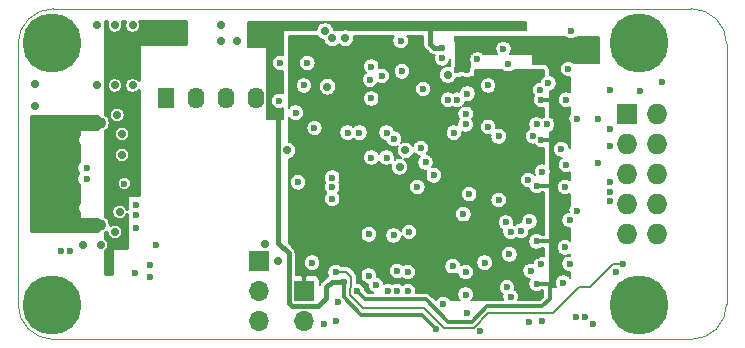
<source format=gbr>
G04 #@! TF.GenerationSoftware,KiCad,Pcbnew,5.1.4+dfsg1-1*
G04 #@! TF.CreationDate,2020-04-26T21:13:55+04:00*
G04 #@! TF.ProjectId,RailLink,5261696c-4c69-46e6-9b2e-6b696361645f,rev?*
G04 #@! TF.SameCoordinates,Original*
G04 #@! TF.FileFunction,Copper,L3,Inr*
G04 #@! TF.FilePolarity,Positive*
%FSLAX46Y46*%
G04 Gerber Fmt 4.6, Leading zero omitted, Abs format (unit mm)*
G04 Created by KiCad (PCBNEW 5.1.4+dfsg1-1) date 2020-04-26 21:13:55*
%MOMM*%
%LPD*%
G04 APERTURE LIST*
%ADD10C,0.050000*%
%ADD11O,1.700000X1.700000*%
%ADD12R,1.700000X1.700000*%
%ADD13C,5.000000*%
%ADD14C,0.800000*%
%ADD15O,2.100000X1.000000*%
%ADD16O,1.600000X1.000000*%
%ADD17O,1.727200X1.727200*%
%ADD18R,1.727200X1.727200*%
%ADD19R,1.400000X1.800000*%
%ADD20O,1.400000X1.800000*%
%ADD21C,0.700000*%
%ADD22C,0.600000*%
%ADD23C,1.000000*%
%ADD24C,0.400000*%
%ADD25C,0.300000*%
%ADD26C,0.200000*%
G04 APERTURE END LIST*
D10*
X103000000Y-128000000D02*
G75*
G02X100000000Y-125000000I0J3000000D01*
G01*
X100000000Y-103000000D02*
G75*
G02X103000000Y-100000000I3000000J0D01*
G01*
X157000000Y-100000000D02*
G75*
G02X160000000Y-103000000I0J-3000000D01*
G01*
X160000000Y-125000000D02*
G75*
G02X157000000Y-128000000I-3000000J0D01*
G01*
X157000000Y-100000000D02*
X103000000Y-100000000D01*
X160000000Y-125000000D02*
X160000000Y-103000000D01*
X103000000Y-128000000D02*
X157000000Y-128000000D01*
X100000000Y-103000000D02*
X100000000Y-125000000D01*
D11*
X124200000Y-126440000D03*
D12*
X124200000Y-123900000D03*
D13*
X102900000Y-102900000D03*
D14*
X104775000Y-102900000D03*
X104225825Y-104225825D03*
X102900000Y-104775000D03*
X101574175Y-104225825D03*
X101025000Y-102900000D03*
X101574175Y-101574175D03*
X102900000Y-101025000D03*
X104225825Y-101574175D03*
X104225825Y-123774175D03*
X102900000Y-123225000D03*
X101574175Y-123774175D03*
X101025000Y-125100000D03*
X101574175Y-126425825D03*
X102900000Y-126975000D03*
X104225825Y-126425825D03*
X104775000Y-125100000D03*
D13*
X102900000Y-125100000D03*
D15*
X106430000Y-118320000D03*
X106430000Y-109680000D03*
D16*
X102250000Y-109680000D03*
X102250000Y-118320000D03*
D13*
X152600000Y-125100000D03*
D14*
X154475000Y-125100000D03*
X153925825Y-126425825D03*
X152600000Y-126975000D03*
X151274175Y-126425825D03*
X150725000Y-125100000D03*
X151274175Y-123774175D03*
X152600000Y-123225000D03*
X153925825Y-123774175D03*
D17*
X154140000Y-119080000D03*
X151600000Y-119080000D03*
X154140000Y-116540000D03*
X151600000Y-116540000D03*
X154140000Y-114000000D03*
X151600000Y-114000000D03*
X154140000Y-111460000D03*
X151600000Y-111460000D03*
X154140000Y-108920000D03*
D18*
X151600000Y-108920000D03*
D14*
X153925825Y-101574175D03*
X152600000Y-101025000D03*
X151274175Y-101574175D03*
X150725000Y-102900000D03*
X151274175Y-104225825D03*
X152600000Y-104775000D03*
X153925825Y-104225825D03*
X154475000Y-102900000D03*
D13*
X152600000Y-102900000D03*
D19*
X112500000Y-107600000D03*
D20*
X115040000Y-107600000D03*
X117580000Y-107600000D03*
X120120000Y-107600000D03*
D11*
X120400000Y-126480000D03*
X120400000Y-123940000D03*
D12*
X120400000Y-121400000D03*
D21*
X106700000Y-106500000D03*
X109700000Y-106500000D03*
X108200000Y-106500000D03*
X106700000Y-101400000D03*
X109700000Y-101400000D03*
X108200000Y-101400000D03*
X101400000Y-108200000D03*
X101400000Y-106400000D03*
D22*
X109000000Y-114800000D03*
D21*
X108600000Y-117200000D03*
X108800000Y-110600000D03*
X108200000Y-118900000D03*
X108400000Y-109000000D03*
D22*
X109900000Y-122400000D03*
X110000000Y-118600000D03*
X111700000Y-120000000D03*
D21*
X105500000Y-120000000D03*
X107000000Y-120000000D03*
X108800000Y-112400000D03*
X113900000Y-101400000D03*
X114000000Y-102700000D03*
X112800000Y-102700000D03*
X108800000Y-111500000D03*
X109800000Y-109400000D03*
D22*
X107700000Y-122200000D03*
D21*
X108800000Y-116100000D03*
D22*
X146150000Y-123200000D03*
X141700000Y-124400000D03*
X143400000Y-122200000D03*
X143300000Y-126500000D03*
X146300000Y-120200000D03*
X141600000Y-120800000D03*
X143200000Y-114500000D03*
X146300000Y-115100000D03*
X140700000Y-110800000D03*
X146400000Y-107700000D03*
X146000000Y-111900000D03*
X134500000Y-113000000D03*
X133000000Y-122300000D03*
X134300000Y-106800000D03*
X130800000Y-105700000D03*
X140700000Y-116200000D03*
X132400000Y-102700000D03*
X143600000Y-110800000D03*
D21*
X126000000Y-101900000D03*
X126600000Y-102500000D03*
X127700000Y-102500000D03*
D22*
X144200000Y-106900000D03*
X138200000Y-115700000D03*
X136800000Y-121800000D03*
X124900000Y-121500000D03*
D21*
X122800000Y-112000000D03*
X126200000Y-106600000D03*
D22*
X124200000Y-106500000D03*
X124500000Y-104600000D03*
X122200000Y-104600000D03*
X123500000Y-108800000D03*
X122100000Y-107800000D03*
X143300000Y-118000000D03*
X142600000Y-118800000D03*
X154500000Y-106200000D03*
D21*
X117200000Y-101400000D03*
X118500000Y-102700000D03*
X117200000Y-102700000D03*
X122000000Y-121400000D03*
X120900000Y-119900000D03*
D22*
X133100000Y-118900000D03*
D21*
X132300000Y-113400000D03*
X132800000Y-112000000D03*
D22*
X129900000Y-107600000D03*
X146700000Y-117900000D03*
X139500000Y-121500000D03*
X125900000Y-126700000D03*
X141100000Y-103400000D03*
X141500000Y-104700000D03*
X146800000Y-101900000D03*
X146600000Y-105100000D03*
X142800000Y-101300000D03*
X135400000Y-127100000D03*
D23*
X122000000Y-108900000D03*
D21*
X119800000Y-102700000D03*
X120900000Y-101400000D03*
X120900000Y-102700000D03*
D22*
X127600000Y-123100000D03*
X135900000Y-103300000D03*
X129900000Y-104900020D03*
X132500000Y-105300000D03*
X143900000Y-120900000D03*
X143900000Y-116200000D03*
X143900000Y-124400000D03*
X143800000Y-112600000D03*
X144300000Y-109000000D03*
X137700000Y-120700000D03*
X132600000Y-107600000D03*
X135100000Y-112400000D03*
X144200000Y-105600000D03*
X139900000Y-118200000D03*
D21*
X128400000Y-105200000D03*
X128400000Y-106200000D03*
D22*
X135500000Y-122200000D03*
X124200000Y-119700000D03*
X127900000Y-107600000D03*
X137200000Y-105200000D03*
X138000000Y-105200000D03*
X148100000Y-103300000D03*
X149000000Y-103300000D03*
X143900000Y-119700000D03*
X143900000Y-115000000D03*
X143900000Y-123300000D03*
X144300000Y-107700000D03*
X144200000Y-104000000D03*
X128700000Y-123900000D03*
X137200000Y-102600000D03*
X144300000Y-111100000D03*
X141300000Y-118100000D03*
X139800000Y-110000000D03*
X141400000Y-123600000D03*
X141700000Y-118900000D03*
X105800000Y-114400000D03*
X104400000Y-120500000D03*
X103600000Y-120500000D03*
X105800000Y-113500000D03*
X148700000Y-126700000D03*
X126900000Y-126400000D03*
X139100000Y-127300000D03*
X150600000Y-122300000D03*
X150100000Y-106900000D03*
X150100000Y-110200000D03*
X150100000Y-114700000D03*
X148000000Y-126100000D03*
X149100000Y-113100000D03*
X149100000Y-109300000D03*
X150100000Y-116300000D03*
X150100000Y-115500000D03*
X150100000Y-111600000D03*
X146700000Y-121600000D03*
X136000000Y-125000000D03*
X111200000Y-122700000D03*
X110000000Y-117440000D03*
X111200000Y-121700000D03*
X110000000Y-116640000D03*
X131300000Y-123900000D03*
X135900000Y-104200000D03*
X131800000Y-119200000D03*
X130300000Y-123400000D03*
X127100000Y-124800000D03*
X132100000Y-123900000D03*
X132100000Y-122200000D03*
X139800000Y-106500000D03*
X126600000Y-116100000D03*
X138050000Y-107200000D03*
X126600000Y-114300000D03*
X137900000Y-109800000D03*
X127900000Y-110500000D03*
X137900000Y-108900000D03*
X131800000Y-111000000D03*
X137200000Y-107700000D03*
X125100000Y-110100000D03*
X137900000Y-124200000D03*
X137900000Y-122300000D03*
X133800000Y-115100000D03*
X128900000Y-110500000D03*
X144300000Y-121600000D03*
X138000000Y-125800000D03*
X133000000Y-123900000D03*
X129900000Y-112600000D03*
X131200000Y-112600000D03*
X144800000Y-109800000D03*
X147300000Y-109300000D03*
X146400000Y-113200000D03*
X144900000Y-106300000D03*
X147300000Y-117100000D03*
X147200000Y-126100000D03*
X126600000Y-115100000D03*
D21*
X136400000Y-105600000D03*
D22*
X123700000Y-114700000D03*
X136400000Y-107700000D03*
X129800000Y-106000000D03*
X138900000Y-104300000D03*
X129700000Y-119100000D03*
X129700000Y-122600000D03*
X143900000Y-109800000D03*
X131200000Y-110500000D03*
X144400000Y-113800000D03*
X134100000Y-111800000D03*
X144400000Y-126400000D03*
X136900000Y-110500000D03*
X137700000Y-117400000D03*
X135200000Y-114100000D03*
X152700000Y-107000000D03*
X151200000Y-121600000D03*
X126900000Y-122300000D03*
D24*
X122000000Y-119800000D02*
X122000000Y-108900000D01*
D25*
X129050000Y-125900000D02*
X134200000Y-125900000D01*
X127600000Y-123100000D02*
X127600000Y-124450000D01*
X127600000Y-124450000D02*
X129050000Y-125900000D01*
X134200000Y-125900000D02*
X135400000Y-127100000D01*
D24*
X122000000Y-119800000D02*
X122900000Y-120700000D01*
X122900000Y-120700000D02*
X122900000Y-124900000D01*
X122900000Y-124900000D02*
X123200000Y-125200000D01*
X123200000Y-125200000D02*
X125400000Y-125200000D01*
X125400000Y-125200000D02*
X126100000Y-124500000D01*
X126100000Y-124500000D02*
X126100000Y-123600000D01*
X126600000Y-123100000D02*
X127600000Y-123100000D01*
X126100000Y-123600000D02*
X126600000Y-123100000D01*
X134900000Y-103000000D02*
X134900000Y-101400000D01*
X135200000Y-103300000D02*
X134900000Y-103000000D01*
X135900000Y-103300000D02*
X135200000Y-103300000D01*
D25*
X144300000Y-107700000D02*
X145200000Y-107700000D01*
X144300000Y-111100000D02*
X145300000Y-111100000D01*
X143900000Y-115000000D02*
X145200000Y-115000000D01*
X143900000Y-119700000D02*
X145400000Y-119700000D01*
X145000000Y-123300000D02*
X143900000Y-123300000D01*
X145000000Y-124600000D02*
X145000000Y-123300000D01*
X144400000Y-125200000D02*
X145000000Y-124600000D01*
X139700000Y-125200000D02*
X144400000Y-125200000D01*
X129400000Y-124600000D02*
X134500000Y-124600000D01*
X128700000Y-123900000D02*
X129400000Y-124600000D01*
X134500000Y-124600000D02*
X136400000Y-126500000D01*
X138400000Y-126500000D02*
X139700000Y-125200000D01*
X136400000Y-126500000D02*
X138400000Y-126500000D01*
D26*
X150400000Y-121600000D02*
X151200000Y-121600000D01*
X147500000Y-123600000D02*
X148400000Y-123600000D01*
X128100000Y-123700000D02*
X128100000Y-124200000D01*
X148400000Y-123600000D02*
X150400000Y-121600000D01*
X127800000Y-122300000D02*
X128200000Y-122700000D01*
X139800000Y-125800000D02*
X145300000Y-125800000D01*
X128200000Y-123600000D02*
X128100000Y-123700000D01*
X126900000Y-122300000D02*
X127800000Y-122300000D01*
X136100000Y-127000000D02*
X138600000Y-127000000D01*
X128100000Y-124200000D02*
X129200000Y-125300000D01*
X145300000Y-125800000D02*
X147500000Y-123600000D01*
X128200000Y-122700000D02*
X128200000Y-123600000D01*
X138600000Y-127000000D02*
X139800000Y-125800000D01*
X129200000Y-125300000D02*
X134400000Y-125300000D01*
X134400000Y-125300000D02*
X136100000Y-127000000D01*
G36*
X146353776Y-102443726D02*
G01*
X146468426Y-102520332D01*
X146595818Y-102573099D01*
X146731056Y-102600000D01*
X146868944Y-102600000D01*
X147004182Y-102573099D01*
X147131574Y-102520332D01*
X147246224Y-102443726D01*
X147289950Y-102400000D01*
X149200000Y-102400000D01*
X149200000Y-104600000D01*
X147089950Y-104600000D01*
X147046224Y-104556274D01*
X146931574Y-104479668D01*
X146804182Y-104426901D01*
X146668944Y-104400000D01*
X146531056Y-104400000D01*
X146395818Y-104426901D01*
X146268426Y-104479668D01*
X146153776Y-104556274D01*
X146056274Y-104653776D01*
X145979668Y-104768426D01*
X145926901Y-104895818D01*
X145900000Y-105031056D01*
X145900000Y-105168944D01*
X145926901Y-105304182D01*
X145979668Y-105431574D01*
X146056274Y-105546224D01*
X146153776Y-105643726D01*
X146268426Y-105720332D01*
X146395818Y-105773099D01*
X146531056Y-105800000D01*
X146668944Y-105800000D01*
X146700000Y-105793822D01*
X146700000Y-107066590D01*
X146604182Y-107026901D01*
X146468944Y-107000000D01*
X146331056Y-107000000D01*
X146195818Y-107026901D01*
X146068426Y-107079668D01*
X145953776Y-107156274D01*
X145856274Y-107253776D01*
X145779668Y-107368426D01*
X145726901Y-107495818D01*
X145700000Y-107631056D01*
X145700000Y-107768944D01*
X145726901Y-107904182D01*
X145779668Y-108031574D01*
X145856274Y-108146224D01*
X145953776Y-108243726D01*
X146068426Y-108320332D01*
X146195818Y-108373099D01*
X146331056Y-108400000D01*
X146468944Y-108400000D01*
X146604182Y-108373099D01*
X146700000Y-108333410D01*
X146700000Y-108937997D01*
X146679668Y-108968426D01*
X146626901Y-109095818D01*
X146600000Y-109231056D01*
X146600000Y-109368944D01*
X146626901Y-109504182D01*
X146679668Y-109631574D01*
X146700000Y-109662003D01*
X146700000Y-111831056D01*
X146673099Y-111695818D01*
X146620332Y-111568426D01*
X146543726Y-111453776D01*
X146446224Y-111356274D01*
X146331574Y-111279668D01*
X146204182Y-111226901D01*
X146068944Y-111200000D01*
X145931056Y-111200000D01*
X145795818Y-111226901D01*
X145668426Y-111279668D01*
X145553776Y-111356274D01*
X145456274Y-111453776D01*
X145379668Y-111568426D01*
X145326901Y-111695818D01*
X145300000Y-111831056D01*
X145300000Y-111968944D01*
X145326901Y-112104182D01*
X145379668Y-112231574D01*
X145456274Y-112346224D01*
X145553776Y-112443726D01*
X145668426Y-112520332D01*
X145795818Y-112573099D01*
X145931056Y-112600000D01*
X146037997Y-112600000D01*
X145953776Y-112656274D01*
X145856274Y-112753776D01*
X145779668Y-112868426D01*
X145726901Y-112995818D01*
X145700000Y-113131056D01*
X145700000Y-113268944D01*
X145726901Y-113404182D01*
X145779668Y-113531574D01*
X145856274Y-113646224D01*
X145953776Y-113743726D01*
X146068426Y-113820332D01*
X146195818Y-113873099D01*
X146331056Y-113900000D01*
X146468944Y-113900000D01*
X146604182Y-113873099D01*
X146700000Y-113833410D01*
X146700000Y-114525388D01*
X146631574Y-114479668D01*
X146504182Y-114426901D01*
X146368944Y-114400000D01*
X146231056Y-114400000D01*
X146095818Y-114426901D01*
X145968426Y-114479668D01*
X145853776Y-114556274D01*
X145756274Y-114653776D01*
X145679668Y-114768426D01*
X145626901Y-114895818D01*
X145600000Y-115031056D01*
X145600000Y-115168944D01*
X145626901Y-115304182D01*
X145679668Y-115431574D01*
X145756274Y-115546224D01*
X145853776Y-115643726D01*
X145968426Y-115720332D01*
X146095818Y-115773099D01*
X146231056Y-115800000D01*
X146368944Y-115800000D01*
X146504182Y-115773099D01*
X146631574Y-115720332D01*
X146700000Y-115674612D01*
X146700000Y-116737997D01*
X146679668Y-116768426D01*
X146626901Y-116895818D01*
X146600000Y-117031056D01*
X146600000Y-117168944D01*
X146607124Y-117204760D01*
X146495818Y-117226901D01*
X146368426Y-117279668D01*
X146253776Y-117356274D01*
X146156274Y-117453776D01*
X146079668Y-117568426D01*
X146026901Y-117695818D01*
X146000000Y-117831056D01*
X146000000Y-117968944D01*
X146026901Y-118104182D01*
X146079668Y-118231574D01*
X146156274Y-118346224D01*
X146253776Y-118443726D01*
X146368426Y-118520332D01*
X146495818Y-118573099D01*
X146631056Y-118600000D01*
X146700000Y-118600000D01*
X146700000Y-119625388D01*
X146631574Y-119579668D01*
X146504182Y-119526901D01*
X146368944Y-119500000D01*
X146231056Y-119500000D01*
X146095818Y-119526901D01*
X145968426Y-119579668D01*
X145853776Y-119656274D01*
X145756274Y-119753776D01*
X145679668Y-119868426D01*
X145626901Y-119995818D01*
X145600000Y-120131056D01*
X145600000Y-120268944D01*
X145626901Y-120404182D01*
X145679668Y-120531574D01*
X145756274Y-120646224D01*
X145853776Y-120743726D01*
X145968426Y-120820332D01*
X146095818Y-120873099D01*
X146231056Y-120900000D01*
X146368944Y-120900000D01*
X146504182Y-120873099D01*
X146631574Y-120820332D01*
X146700000Y-120774612D01*
X146700000Y-120900000D01*
X146631056Y-120900000D01*
X146495818Y-120926901D01*
X146368426Y-120979668D01*
X146253776Y-121056274D01*
X146156274Y-121153776D01*
X146079668Y-121268426D01*
X146026901Y-121395818D01*
X146000000Y-121531056D01*
X146000000Y-121668944D01*
X146026901Y-121804182D01*
X146079668Y-121931574D01*
X146156274Y-122046224D01*
X146253776Y-122143726D01*
X146368426Y-122220332D01*
X146495818Y-122273099D01*
X146631056Y-122300000D01*
X146700000Y-122300000D01*
X146700000Y-122763166D01*
X146693726Y-122753776D01*
X146596224Y-122656274D01*
X146481574Y-122579668D01*
X146354182Y-122526901D01*
X146218944Y-122500000D01*
X146081056Y-122500000D01*
X145945818Y-122526901D01*
X145818426Y-122579668D01*
X145703776Y-122656274D01*
X145606274Y-122753776D01*
X145529668Y-122868426D01*
X145476901Y-122995818D01*
X145450000Y-123131056D01*
X145450000Y-123268944D01*
X145476901Y-123404182D01*
X145529668Y-123531574D01*
X145575388Y-123600000D01*
X145000000Y-123600000D01*
X145000000Y-114162003D01*
X145020332Y-114131574D01*
X145073099Y-114004182D01*
X145100000Y-113868944D01*
X145100000Y-113731056D01*
X145073099Y-113595818D01*
X145020332Y-113468426D01*
X145000000Y-113437997D01*
X145000000Y-110473931D01*
X145004182Y-110473099D01*
X145131574Y-110420332D01*
X145246224Y-110343726D01*
X145343726Y-110246224D01*
X145420332Y-110131574D01*
X145473099Y-110004182D01*
X145500000Y-109868944D01*
X145500000Y-109731056D01*
X145473099Y-109595818D01*
X145420332Y-109468426D01*
X145343726Y-109353776D01*
X145246224Y-109256274D01*
X145131574Y-109179668D01*
X145004182Y-109126901D01*
X145000000Y-109126069D01*
X145000000Y-106993822D01*
X145104182Y-106973099D01*
X145231574Y-106920332D01*
X145346224Y-106843726D01*
X145443726Y-106746224D01*
X145520332Y-106631574D01*
X145573099Y-106504182D01*
X145600000Y-106368944D01*
X145600000Y-106231056D01*
X145573099Y-106095818D01*
X145520332Y-105968426D01*
X145443726Y-105853776D01*
X145346224Y-105756274D01*
X145231574Y-105679668D01*
X145104182Y-105626901D01*
X145000000Y-105606178D01*
X145000000Y-105100000D01*
X144992314Y-105021964D01*
X144969552Y-104946927D01*
X144932588Y-104877772D01*
X144882843Y-104817157D01*
X144822228Y-104767412D01*
X144753073Y-104730448D01*
X144678036Y-104707686D01*
X144600000Y-104700000D01*
X143600000Y-104700000D01*
X143600000Y-103900000D01*
X143598079Y-103880491D01*
X143592388Y-103861732D01*
X143583147Y-103844443D01*
X143570711Y-103829289D01*
X143555557Y-103816853D01*
X143538268Y-103807612D01*
X143519509Y-103801921D01*
X143500000Y-103800000D01*
X141674612Y-103800000D01*
X141720332Y-103731574D01*
X141773099Y-103604182D01*
X141800000Y-103468944D01*
X141800000Y-103331056D01*
X141773099Y-103195818D01*
X141720332Y-103068426D01*
X141643726Y-102953776D01*
X141546224Y-102856274D01*
X141431574Y-102779668D01*
X141304182Y-102726901D01*
X141168944Y-102700000D01*
X141031056Y-102700000D01*
X140895818Y-102726901D01*
X140768426Y-102779668D01*
X140653776Y-102856274D01*
X140556274Y-102953776D01*
X140479668Y-103068426D01*
X140426901Y-103195818D01*
X140400000Y-103331056D01*
X140400000Y-103468944D01*
X140426901Y-103604182D01*
X140479668Y-103731574D01*
X140525388Y-103800000D01*
X139389950Y-103800000D01*
X139346224Y-103756274D01*
X139231574Y-103679668D01*
X139104182Y-103626901D01*
X138968944Y-103600000D01*
X138831056Y-103600000D01*
X138695818Y-103626901D01*
X138568426Y-103679668D01*
X138453776Y-103756274D01*
X138410050Y-103800000D01*
X138400000Y-103800000D01*
X138380491Y-103801921D01*
X138361732Y-103807612D01*
X138344443Y-103816853D01*
X138329289Y-103829289D01*
X138316853Y-103844443D01*
X138307612Y-103861732D01*
X138301921Y-103880491D01*
X138300000Y-103900000D01*
X138300000Y-103937997D01*
X138279668Y-103968426D01*
X138226901Y-104095818D01*
X138200000Y-104231056D01*
X138200000Y-104368944D01*
X138226901Y-104504182D01*
X138279668Y-104631574D01*
X138300000Y-104662003D01*
X138300000Y-104838063D01*
X138267412Y-104877772D01*
X138230448Y-104946927D01*
X138207686Y-105021964D01*
X138200000Y-105100000D01*
X138200000Y-105300000D01*
X137100000Y-105300000D01*
X137100000Y-102400000D01*
X146310050Y-102400000D01*
X146353776Y-102443726D01*
X146353776Y-102443726D01*
G37*
X146353776Y-102443726D02*
X146468426Y-102520332D01*
X146595818Y-102573099D01*
X146731056Y-102600000D01*
X146868944Y-102600000D01*
X147004182Y-102573099D01*
X147131574Y-102520332D01*
X147246224Y-102443726D01*
X147289950Y-102400000D01*
X149200000Y-102400000D01*
X149200000Y-104600000D01*
X147089950Y-104600000D01*
X147046224Y-104556274D01*
X146931574Y-104479668D01*
X146804182Y-104426901D01*
X146668944Y-104400000D01*
X146531056Y-104400000D01*
X146395818Y-104426901D01*
X146268426Y-104479668D01*
X146153776Y-104556274D01*
X146056274Y-104653776D01*
X145979668Y-104768426D01*
X145926901Y-104895818D01*
X145900000Y-105031056D01*
X145900000Y-105168944D01*
X145926901Y-105304182D01*
X145979668Y-105431574D01*
X146056274Y-105546224D01*
X146153776Y-105643726D01*
X146268426Y-105720332D01*
X146395818Y-105773099D01*
X146531056Y-105800000D01*
X146668944Y-105800000D01*
X146700000Y-105793822D01*
X146700000Y-107066590D01*
X146604182Y-107026901D01*
X146468944Y-107000000D01*
X146331056Y-107000000D01*
X146195818Y-107026901D01*
X146068426Y-107079668D01*
X145953776Y-107156274D01*
X145856274Y-107253776D01*
X145779668Y-107368426D01*
X145726901Y-107495818D01*
X145700000Y-107631056D01*
X145700000Y-107768944D01*
X145726901Y-107904182D01*
X145779668Y-108031574D01*
X145856274Y-108146224D01*
X145953776Y-108243726D01*
X146068426Y-108320332D01*
X146195818Y-108373099D01*
X146331056Y-108400000D01*
X146468944Y-108400000D01*
X146604182Y-108373099D01*
X146700000Y-108333410D01*
X146700000Y-108937997D01*
X146679668Y-108968426D01*
X146626901Y-109095818D01*
X146600000Y-109231056D01*
X146600000Y-109368944D01*
X146626901Y-109504182D01*
X146679668Y-109631574D01*
X146700000Y-109662003D01*
X146700000Y-111831056D01*
X146673099Y-111695818D01*
X146620332Y-111568426D01*
X146543726Y-111453776D01*
X146446224Y-111356274D01*
X146331574Y-111279668D01*
X146204182Y-111226901D01*
X146068944Y-111200000D01*
X145931056Y-111200000D01*
X145795818Y-111226901D01*
X145668426Y-111279668D01*
X145553776Y-111356274D01*
X145456274Y-111453776D01*
X145379668Y-111568426D01*
X145326901Y-111695818D01*
X145300000Y-111831056D01*
X145300000Y-111968944D01*
X145326901Y-112104182D01*
X145379668Y-112231574D01*
X145456274Y-112346224D01*
X145553776Y-112443726D01*
X145668426Y-112520332D01*
X145795818Y-112573099D01*
X145931056Y-112600000D01*
X146037997Y-112600000D01*
X145953776Y-112656274D01*
X145856274Y-112753776D01*
X145779668Y-112868426D01*
X145726901Y-112995818D01*
X145700000Y-113131056D01*
X145700000Y-113268944D01*
X145726901Y-113404182D01*
X145779668Y-113531574D01*
X145856274Y-113646224D01*
X145953776Y-113743726D01*
X146068426Y-113820332D01*
X146195818Y-113873099D01*
X146331056Y-113900000D01*
X146468944Y-113900000D01*
X146604182Y-113873099D01*
X146700000Y-113833410D01*
X146700000Y-114525388D01*
X146631574Y-114479668D01*
X146504182Y-114426901D01*
X146368944Y-114400000D01*
X146231056Y-114400000D01*
X146095818Y-114426901D01*
X145968426Y-114479668D01*
X145853776Y-114556274D01*
X145756274Y-114653776D01*
X145679668Y-114768426D01*
X145626901Y-114895818D01*
X145600000Y-115031056D01*
X145600000Y-115168944D01*
X145626901Y-115304182D01*
X145679668Y-115431574D01*
X145756274Y-115546224D01*
X145853776Y-115643726D01*
X145968426Y-115720332D01*
X146095818Y-115773099D01*
X146231056Y-115800000D01*
X146368944Y-115800000D01*
X146504182Y-115773099D01*
X146631574Y-115720332D01*
X146700000Y-115674612D01*
X146700000Y-116737997D01*
X146679668Y-116768426D01*
X146626901Y-116895818D01*
X146600000Y-117031056D01*
X146600000Y-117168944D01*
X146607124Y-117204760D01*
X146495818Y-117226901D01*
X146368426Y-117279668D01*
X146253776Y-117356274D01*
X146156274Y-117453776D01*
X146079668Y-117568426D01*
X146026901Y-117695818D01*
X146000000Y-117831056D01*
X146000000Y-117968944D01*
X146026901Y-118104182D01*
X146079668Y-118231574D01*
X146156274Y-118346224D01*
X146253776Y-118443726D01*
X146368426Y-118520332D01*
X146495818Y-118573099D01*
X146631056Y-118600000D01*
X146700000Y-118600000D01*
X146700000Y-119625388D01*
X146631574Y-119579668D01*
X146504182Y-119526901D01*
X146368944Y-119500000D01*
X146231056Y-119500000D01*
X146095818Y-119526901D01*
X145968426Y-119579668D01*
X145853776Y-119656274D01*
X145756274Y-119753776D01*
X145679668Y-119868426D01*
X145626901Y-119995818D01*
X145600000Y-120131056D01*
X145600000Y-120268944D01*
X145626901Y-120404182D01*
X145679668Y-120531574D01*
X145756274Y-120646224D01*
X145853776Y-120743726D01*
X145968426Y-120820332D01*
X146095818Y-120873099D01*
X146231056Y-120900000D01*
X146368944Y-120900000D01*
X146504182Y-120873099D01*
X146631574Y-120820332D01*
X146700000Y-120774612D01*
X146700000Y-120900000D01*
X146631056Y-120900000D01*
X146495818Y-120926901D01*
X146368426Y-120979668D01*
X146253776Y-121056274D01*
X146156274Y-121153776D01*
X146079668Y-121268426D01*
X146026901Y-121395818D01*
X146000000Y-121531056D01*
X146000000Y-121668944D01*
X146026901Y-121804182D01*
X146079668Y-121931574D01*
X146156274Y-122046224D01*
X146253776Y-122143726D01*
X146368426Y-122220332D01*
X146495818Y-122273099D01*
X146631056Y-122300000D01*
X146700000Y-122300000D01*
X146700000Y-122763166D01*
X146693726Y-122753776D01*
X146596224Y-122656274D01*
X146481574Y-122579668D01*
X146354182Y-122526901D01*
X146218944Y-122500000D01*
X146081056Y-122500000D01*
X145945818Y-122526901D01*
X145818426Y-122579668D01*
X145703776Y-122656274D01*
X145606274Y-122753776D01*
X145529668Y-122868426D01*
X145476901Y-122995818D01*
X145450000Y-123131056D01*
X145450000Y-123268944D01*
X145476901Y-123404182D01*
X145529668Y-123531574D01*
X145575388Y-123600000D01*
X145000000Y-123600000D01*
X145000000Y-114162003D01*
X145020332Y-114131574D01*
X145073099Y-114004182D01*
X145100000Y-113868944D01*
X145100000Y-113731056D01*
X145073099Y-113595818D01*
X145020332Y-113468426D01*
X145000000Y-113437997D01*
X145000000Y-110473931D01*
X145004182Y-110473099D01*
X145131574Y-110420332D01*
X145246224Y-110343726D01*
X145343726Y-110246224D01*
X145420332Y-110131574D01*
X145473099Y-110004182D01*
X145500000Y-109868944D01*
X145500000Y-109731056D01*
X145473099Y-109595818D01*
X145420332Y-109468426D01*
X145343726Y-109353776D01*
X145246224Y-109256274D01*
X145131574Y-109179668D01*
X145004182Y-109126901D01*
X145000000Y-109126069D01*
X145000000Y-106993822D01*
X145104182Y-106973099D01*
X145231574Y-106920332D01*
X145346224Y-106843726D01*
X145443726Y-106746224D01*
X145520332Y-106631574D01*
X145573099Y-106504182D01*
X145600000Y-106368944D01*
X145600000Y-106231056D01*
X145573099Y-106095818D01*
X145520332Y-105968426D01*
X145443726Y-105853776D01*
X145346224Y-105756274D01*
X145231574Y-105679668D01*
X145104182Y-105626901D01*
X145000000Y-105606178D01*
X145000000Y-105100000D01*
X144992314Y-105021964D01*
X144969552Y-104946927D01*
X144932588Y-104877772D01*
X144882843Y-104817157D01*
X144822228Y-104767412D01*
X144753073Y-104730448D01*
X144678036Y-104707686D01*
X144600000Y-104700000D01*
X143600000Y-104700000D01*
X143600000Y-103900000D01*
X143598079Y-103880491D01*
X143592388Y-103861732D01*
X143583147Y-103844443D01*
X143570711Y-103829289D01*
X143555557Y-103816853D01*
X143538268Y-103807612D01*
X143519509Y-103801921D01*
X143500000Y-103800000D01*
X141674612Y-103800000D01*
X141720332Y-103731574D01*
X141773099Y-103604182D01*
X141800000Y-103468944D01*
X141800000Y-103331056D01*
X141773099Y-103195818D01*
X141720332Y-103068426D01*
X141643726Y-102953776D01*
X141546224Y-102856274D01*
X141431574Y-102779668D01*
X141304182Y-102726901D01*
X141168944Y-102700000D01*
X141031056Y-102700000D01*
X140895818Y-102726901D01*
X140768426Y-102779668D01*
X140653776Y-102856274D01*
X140556274Y-102953776D01*
X140479668Y-103068426D01*
X140426901Y-103195818D01*
X140400000Y-103331056D01*
X140400000Y-103468944D01*
X140426901Y-103604182D01*
X140479668Y-103731574D01*
X140525388Y-103800000D01*
X139389950Y-103800000D01*
X139346224Y-103756274D01*
X139231574Y-103679668D01*
X139104182Y-103626901D01*
X138968944Y-103600000D01*
X138831056Y-103600000D01*
X138695818Y-103626901D01*
X138568426Y-103679668D01*
X138453776Y-103756274D01*
X138410050Y-103800000D01*
X138400000Y-103800000D01*
X138380491Y-103801921D01*
X138361732Y-103807612D01*
X138344443Y-103816853D01*
X138329289Y-103829289D01*
X138316853Y-103844443D01*
X138307612Y-103861732D01*
X138301921Y-103880491D01*
X138300000Y-103900000D01*
X138300000Y-103937997D01*
X138279668Y-103968426D01*
X138226901Y-104095818D01*
X138200000Y-104231056D01*
X138200000Y-104368944D01*
X138226901Y-104504182D01*
X138279668Y-104631574D01*
X138300000Y-104662003D01*
X138300000Y-104838063D01*
X138267412Y-104877772D01*
X138230448Y-104946927D01*
X138207686Y-105021964D01*
X138200000Y-105100000D01*
X138200000Y-105300000D01*
X137100000Y-105300000D01*
X137100000Y-102400000D01*
X146310050Y-102400000D01*
X146353776Y-102443726D01*
G36*
X143000000Y-101800000D02*
G01*
X127969895Y-101800000D01*
X127918767Y-101778822D01*
X127773869Y-101750000D01*
X127626131Y-101750000D01*
X127481233Y-101778822D01*
X127430105Y-101800000D01*
X126869895Y-101800000D01*
X126818767Y-101778822D01*
X126737369Y-101762631D01*
X126721178Y-101681233D01*
X126664641Y-101544742D01*
X126582563Y-101421903D01*
X126478097Y-101317437D01*
X126355258Y-101235359D01*
X126218767Y-101178822D01*
X126073869Y-101150000D01*
X125926131Y-101150000D01*
X125781233Y-101178822D01*
X125644742Y-101235359D01*
X125521903Y-101317437D01*
X125417437Y-101421903D01*
X125335359Y-101544742D01*
X125278822Y-101681233D01*
X125255198Y-101800000D01*
X122500000Y-101800000D01*
X122480491Y-101801921D01*
X122461732Y-101807612D01*
X122444443Y-101816853D01*
X122429289Y-101829289D01*
X122416853Y-101844443D01*
X122407612Y-101861732D01*
X122401921Y-101880491D01*
X122400000Y-101900000D01*
X122400000Y-103926069D01*
X122268944Y-103900000D01*
X122131056Y-103900000D01*
X121995818Y-103926901D01*
X121868426Y-103979668D01*
X121753776Y-104056274D01*
X121656274Y-104153776D01*
X121579668Y-104268426D01*
X121526901Y-104395818D01*
X121500000Y-104531056D01*
X121500000Y-104668944D01*
X121526901Y-104804182D01*
X121579668Y-104931574D01*
X121656274Y-105046224D01*
X121753776Y-105143726D01*
X121868426Y-105220332D01*
X121995818Y-105273099D01*
X122131056Y-105300000D01*
X122268944Y-105300000D01*
X122400000Y-105273931D01*
X122400000Y-107166590D01*
X122304182Y-107126901D01*
X122168944Y-107100000D01*
X122031056Y-107100000D01*
X121895818Y-107126901D01*
X121768426Y-107179668D01*
X121653776Y-107256274D01*
X121556274Y-107353776D01*
X121479668Y-107468426D01*
X121426901Y-107595818D01*
X121400000Y-107731056D01*
X121400000Y-107868944D01*
X121426901Y-108004182D01*
X121479668Y-108131574D01*
X121556274Y-108246224D01*
X121653776Y-108343726D01*
X121768426Y-108420332D01*
X121895818Y-108473099D01*
X122031056Y-108500000D01*
X122168944Y-108500000D01*
X122304182Y-108473099D01*
X122400000Y-108433410D01*
X122400000Y-109300000D01*
X121100000Y-109300000D01*
X121100000Y-103300000D01*
X121098079Y-103280491D01*
X121092388Y-103261732D01*
X121083147Y-103244443D01*
X121070711Y-103229289D01*
X121055557Y-103216853D01*
X121038268Y-103207612D01*
X121019509Y-103201921D01*
X121000000Y-103200000D01*
X119500000Y-103200000D01*
X119500000Y-101100000D01*
X143000000Y-101100000D01*
X143000000Y-101800000D01*
X143000000Y-101800000D01*
G37*
X143000000Y-101800000D02*
X127969895Y-101800000D01*
X127918767Y-101778822D01*
X127773869Y-101750000D01*
X127626131Y-101750000D01*
X127481233Y-101778822D01*
X127430105Y-101800000D01*
X126869895Y-101800000D01*
X126818767Y-101778822D01*
X126737369Y-101762631D01*
X126721178Y-101681233D01*
X126664641Y-101544742D01*
X126582563Y-101421903D01*
X126478097Y-101317437D01*
X126355258Y-101235359D01*
X126218767Y-101178822D01*
X126073869Y-101150000D01*
X125926131Y-101150000D01*
X125781233Y-101178822D01*
X125644742Y-101235359D01*
X125521903Y-101317437D01*
X125417437Y-101421903D01*
X125335359Y-101544742D01*
X125278822Y-101681233D01*
X125255198Y-101800000D01*
X122500000Y-101800000D01*
X122480491Y-101801921D01*
X122461732Y-101807612D01*
X122444443Y-101816853D01*
X122429289Y-101829289D01*
X122416853Y-101844443D01*
X122407612Y-101861732D01*
X122401921Y-101880491D01*
X122400000Y-101900000D01*
X122400000Y-103926069D01*
X122268944Y-103900000D01*
X122131056Y-103900000D01*
X121995818Y-103926901D01*
X121868426Y-103979668D01*
X121753776Y-104056274D01*
X121656274Y-104153776D01*
X121579668Y-104268426D01*
X121526901Y-104395818D01*
X121500000Y-104531056D01*
X121500000Y-104668944D01*
X121526901Y-104804182D01*
X121579668Y-104931574D01*
X121656274Y-105046224D01*
X121753776Y-105143726D01*
X121868426Y-105220332D01*
X121995818Y-105273099D01*
X122131056Y-105300000D01*
X122268944Y-105300000D01*
X122400000Y-105273931D01*
X122400000Y-107166590D01*
X122304182Y-107126901D01*
X122168944Y-107100000D01*
X122031056Y-107100000D01*
X121895818Y-107126901D01*
X121768426Y-107179668D01*
X121653776Y-107256274D01*
X121556274Y-107353776D01*
X121479668Y-107468426D01*
X121426901Y-107595818D01*
X121400000Y-107731056D01*
X121400000Y-107868944D01*
X121426901Y-108004182D01*
X121479668Y-108131574D01*
X121556274Y-108246224D01*
X121653776Y-108343726D01*
X121768426Y-108420332D01*
X121895818Y-108473099D01*
X122031056Y-108500000D01*
X122168944Y-108500000D01*
X122304182Y-108473099D01*
X122400000Y-108433410D01*
X122400000Y-109300000D01*
X121100000Y-109300000D01*
X121100000Y-103300000D01*
X121098079Y-103280491D01*
X121092388Y-103261732D01*
X121083147Y-103244443D01*
X121070711Y-103229289D01*
X121055557Y-103216853D01*
X121038268Y-103207612D01*
X121019509Y-103201921D01*
X121000000Y-103200000D01*
X119500000Y-103200000D01*
X119500000Y-101100000D01*
X143000000Y-101100000D01*
X143000000Y-101800000D01*
G36*
X125417437Y-102378097D02*
G01*
X125521903Y-102482563D01*
X125644742Y-102564641D01*
X125781233Y-102621178D01*
X125862631Y-102637369D01*
X125878822Y-102718767D01*
X125935359Y-102855258D01*
X126017437Y-102978097D01*
X126121903Y-103082563D01*
X126244742Y-103164641D01*
X126381233Y-103221178D01*
X126526131Y-103250000D01*
X126673869Y-103250000D01*
X126818767Y-103221178D01*
X126955258Y-103164641D01*
X127078097Y-103082563D01*
X127150000Y-103010660D01*
X127221903Y-103082563D01*
X127344742Y-103164641D01*
X127481233Y-103221178D01*
X127626131Y-103250000D01*
X127773869Y-103250000D01*
X127918767Y-103221178D01*
X128055258Y-103164641D01*
X128178097Y-103082563D01*
X128282563Y-102978097D01*
X128364641Y-102855258D01*
X128421178Y-102718767D01*
X128450000Y-102573869D01*
X128450000Y-102426131D01*
X128424911Y-102300000D01*
X131825388Y-102300000D01*
X131779668Y-102368426D01*
X131726901Y-102495818D01*
X131700000Y-102631056D01*
X131700000Y-102768944D01*
X131726901Y-102904182D01*
X131779668Y-103031574D01*
X131856274Y-103146224D01*
X131953776Y-103243726D01*
X132068426Y-103320332D01*
X132195818Y-103373099D01*
X132331056Y-103400000D01*
X132468944Y-103400000D01*
X132604182Y-103373099D01*
X132731574Y-103320332D01*
X132846224Y-103243726D01*
X132943726Y-103146224D01*
X133020332Y-103031574D01*
X133073099Y-102904182D01*
X133100000Y-102768944D01*
X133100000Y-102631056D01*
X133073099Y-102495818D01*
X133020332Y-102368426D01*
X132974612Y-102300000D01*
X134300000Y-102300000D01*
X134300000Y-102970526D01*
X134297097Y-103000000D01*
X134300000Y-103029473D01*
X134308682Y-103117620D01*
X134342990Y-103230720D01*
X134398704Y-103334954D01*
X134473683Y-103426317D01*
X134496586Y-103445113D01*
X134754887Y-103703414D01*
X134773683Y-103726317D01*
X134865045Y-103801296D01*
X134969279Y-103857010D01*
X135082379Y-103891318D01*
X135199999Y-103902903D01*
X135229473Y-103900000D01*
X135266590Y-103900000D01*
X135226901Y-103995818D01*
X135200000Y-104131056D01*
X135200000Y-104268944D01*
X135226901Y-104404182D01*
X135279668Y-104531574D01*
X135356274Y-104646224D01*
X135453776Y-104743726D01*
X135568426Y-104820332D01*
X135695818Y-104873099D01*
X135831056Y-104900000D01*
X135968944Y-104900000D01*
X136104182Y-104873099D01*
X136231574Y-104820332D01*
X136346224Y-104743726D01*
X136443726Y-104646224D01*
X136520332Y-104531574D01*
X136573099Y-104404182D01*
X136600000Y-104268944D01*
X136600000Y-104837997D01*
X136579668Y-104868426D01*
X136578666Y-104870845D01*
X136473869Y-104850000D01*
X136326131Y-104850000D01*
X136181233Y-104878822D01*
X136044742Y-104935359D01*
X135921903Y-105017437D01*
X135817437Y-105121903D01*
X135735359Y-105244742D01*
X135678822Y-105381233D01*
X135650000Y-105526131D01*
X135650000Y-105673869D01*
X135678822Y-105818767D01*
X135735359Y-105955258D01*
X135817437Y-106078097D01*
X135921903Y-106182563D01*
X136044742Y-106264641D01*
X136181233Y-106321178D01*
X136326131Y-106350000D01*
X136473869Y-106350000D01*
X136618767Y-106321178D01*
X136755258Y-106264641D01*
X136878097Y-106182563D01*
X136982563Y-106078097D01*
X137064641Y-105955258D01*
X137090843Y-105892001D01*
X137131056Y-105900000D01*
X137268944Y-105900000D01*
X137404182Y-105873099D01*
X137531574Y-105820332D01*
X137562004Y-105800000D01*
X137637996Y-105800000D01*
X137668426Y-105820332D01*
X137795818Y-105873099D01*
X137931056Y-105900000D01*
X138068944Y-105900000D01*
X138204182Y-105873099D01*
X138331574Y-105820332D01*
X138362003Y-105800000D01*
X138600000Y-105800000D01*
X138619509Y-105798079D01*
X138638268Y-105792388D01*
X138655557Y-105783147D01*
X138670711Y-105770711D01*
X138683147Y-105755557D01*
X138692388Y-105738268D01*
X138698079Y-105719509D01*
X138700000Y-105700000D01*
X138700000Y-105200000D01*
X141010050Y-105200000D01*
X141053776Y-105243726D01*
X141168426Y-105320332D01*
X141295818Y-105373099D01*
X141431056Y-105400000D01*
X141568944Y-105400000D01*
X141704182Y-105373099D01*
X141831574Y-105320332D01*
X141946224Y-105243726D01*
X141989950Y-105200000D01*
X144500000Y-105200000D01*
X144500000Y-105725388D01*
X144453776Y-105756274D01*
X144356274Y-105853776D01*
X144279668Y-105968426D01*
X144226901Y-106095818D01*
X144206178Y-106200000D01*
X144131056Y-106200000D01*
X143995818Y-106226901D01*
X143868426Y-106279668D01*
X143753776Y-106356274D01*
X143656274Y-106453776D01*
X143579668Y-106568426D01*
X143526901Y-106695818D01*
X143500000Y-106831056D01*
X143500000Y-106968944D01*
X143526901Y-107104182D01*
X143579668Y-107231574D01*
X143656274Y-107346224D01*
X143679319Y-107369269D01*
X143626901Y-107495818D01*
X143600000Y-107631056D01*
X143600000Y-107768944D01*
X143626901Y-107904182D01*
X143679668Y-108031574D01*
X143756274Y-108146224D01*
X143853776Y-108243726D01*
X143968426Y-108320332D01*
X144095818Y-108373099D01*
X144231056Y-108400000D01*
X144368944Y-108400000D01*
X144500000Y-108373931D01*
X144500000Y-109166590D01*
X144468426Y-109179668D01*
X144353776Y-109256274D01*
X144350000Y-109260050D01*
X144346224Y-109256274D01*
X144231574Y-109179668D01*
X144104182Y-109126901D01*
X143968944Y-109100000D01*
X143831056Y-109100000D01*
X143695818Y-109126901D01*
X143568426Y-109179668D01*
X143453776Y-109256274D01*
X143356274Y-109353776D01*
X143279668Y-109468426D01*
X143226901Y-109595818D01*
X143200000Y-109731056D01*
X143200000Y-109868944D01*
X143226901Y-110004182D01*
X143279668Y-110131574D01*
X143302400Y-110165596D01*
X143268426Y-110179668D01*
X143153776Y-110256274D01*
X143056274Y-110353776D01*
X142979668Y-110468426D01*
X142926901Y-110595818D01*
X142900000Y-110731056D01*
X142900000Y-110868944D01*
X142926901Y-111004182D01*
X142979668Y-111131574D01*
X143056274Y-111246224D01*
X143153776Y-111343726D01*
X143268426Y-111420332D01*
X143395818Y-111473099D01*
X143531056Y-111500000D01*
X143668944Y-111500000D01*
X143718766Y-111490090D01*
X143756274Y-111546224D01*
X143853776Y-111643726D01*
X143968426Y-111720332D01*
X144095818Y-111773099D01*
X144231056Y-111800000D01*
X144368944Y-111800000D01*
X144500000Y-111773931D01*
X144500000Y-113106178D01*
X144468944Y-113100000D01*
X144331056Y-113100000D01*
X144195818Y-113126901D01*
X144068426Y-113179668D01*
X143953776Y-113256274D01*
X143856274Y-113353776D01*
X143779668Y-113468426D01*
X143726901Y-113595818D01*
X143700000Y-113731056D01*
X143700000Y-113868944D01*
X143726901Y-114004182D01*
X143753506Y-114068413D01*
X143743726Y-114053776D01*
X143646224Y-113956274D01*
X143531574Y-113879668D01*
X143404182Y-113826901D01*
X143268944Y-113800000D01*
X143131056Y-113800000D01*
X142995818Y-113826901D01*
X142868426Y-113879668D01*
X142753776Y-113956274D01*
X142656274Y-114053776D01*
X142579668Y-114168426D01*
X142526901Y-114295818D01*
X142500000Y-114431056D01*
X142500000Y-114568944D01*
X142526901Y-114704182D01*
X142579668Y-114831574D01*
X142656274Y-114946224D01*
X142753776Y-115043726D01*
X142868426Y-115120332D01*
X142995818Y-115173099D01*
X143131056Y-115200000D01*
X143226069Y-115200000D01*
X143226901Y-115204182D01*
X143279668Y-115331574D01*
X143356274Y-115446224D01*
X143453776Y-115543726D01*
X143568426Y-115620332D01*
X143695818Y-115673099D01*
X143831056Y-115700000D01*
X143968944Y-115700000D01*
X144104182Y-115673099D01*
X144231574Y-115620332D01*
X144336834Y-115550000D01*
X144500000Y-115550000D01*
X144500000Y-119150000D01*
X144336834Y-119150000D01*
X144231574Y-119079668D01*
X144104182Y-119026901D01*
X143968944Y-119000000D01*
X143831056Y-119000000D01*
X143695818Y-119026901D01*
X143568426Y-119079668D01*
X143453776Y-119156274D01*
X143356274Y-119253776D01*
X143279668Y-119368426D01*
X143226901Y-119495818D01*
X143200000Y-119631056D01*
X143200000Y-119768944D01*
X143226901Y-119904182D01*
X143279668Y-120031574D01*
X143356274Y-120146224D01*
X143453776Y-120243726D01*
X143568426Y-120320332D01*
X143695818Y-120373099D01*
X143831056Y-120400000D01*
X143968944Y-120400000D01*
X144104182Y-120373099D01*
X144231574Y-120320332D01*
X144336834Y-120250000D01*
X144500000Y-120250000D01*
X144500000Y-120926069D01*
X144368944Y-120900000D01*
X144231056Y-120900000D01*
X144095818Y-120926901D01*
X143968426Y-120979668D01*
X143853776Y-121056274D01*
X143756274Y-121153776D01*
X143679668Y-121268426D01*
X143626901Y-121395818D01*
X143600954Y-121526259D01*
X143468944Y-121500000D01*
X143331056Y-121500000D01*
X143195818Y-121526901D01*
X143068426Y-121579668D01*
X142953776Y-121656274D01*
X142856274Y-121753776D01*
X142779668Y-121868426D01*
X142726901Y-121995818D01*
X142700000Y-122131056D01*
X142700000Y-122268944D01*
X142726901Y-122404182D01*
X142779668Y-122531574D01*
X142856274Y-122646224D01*
X142953776Y-122743726D01*
X143068426Y-122820332D01*
X143195818Y-122873099D01*
X143326053Y-122899005D01*
X143279668Y-122968426D01*
X143226901Y-123095818D01*
X143200000Y-123231056D01*
X143200000Y-123368944D01*
X143226901Y-123504182D01*
X143279668Y-123631574D01*
X143356274Y-123746224D01*
X143453776Y-123843726D01*
X143568426Y-123920332D01*
X143695818Y-123973099D01*
X143831056Y-124000000D01*
X143968944Y-124000000D01*
X144104182Y-123973099D01*
X144231574Y-123920332D01*
X144336834Y-123850000D01*
X144450001Y-123850000D01*
X144450000Y-124372182D01*
X144172183Y-124650000D01*
X142354121Y-124650000D01*
X142373099Y-124604182D01*
X142400000Y-124468944D01*
X142400000Y-124331056D01*
X142373099Y-124195818D01*
X142320332Y-124068426D01*
X142243726Y-123953776D01*
X142146224Y-123856274D01*
X142072051Y-123806713D01*
X142073099Y-123804182D01*
X142100000Y-123668944D01*
X142100000Y-123531056D01*
X142073099Y-123395818D01*
X142020332Y-123268426D01*
X141943726Y-123153776D01*
X141846224Y-123056274D01*
X141731574Y-122979668D01*
X141604182Y-122926901D01*
X141468944Y-122900000D01*
X141331056Y-122900000D01*
X141195818Y-122926901D01*
X141068426Y-122979668D01*
X140953776Y-123056274D01*
X140856274Y-123153776D01*
X140779668Y-123268426D01*
X140726901Y-123395818D01*
X140700000Y-123531056D01*
X140700000Y-123668944D01*
X140726901Y-123804182D01*
X140779668Y-123931574D01*
X140856274Y-124046224D01*
X140953776Y-124143726D01*
X141027949Y-124193287D01*
X141026901Y-124195818D01*
X141000000Y-124331056D01*
X141000000Y-124468944D01*
X141026901Y-124604182D01*
X141045879Y-124650000D01*
X139727011Y-124650000D01*
X139700000Y-124647340D01*
X139672989Y-124650000D01*
X139672982Y-124650000D01*
X139592181Y-124657958D01*
X139488506Y-124689408D01*
X139468690Y-124700000D01*
X138389950Y-124700000D01*
X138443726Y-124646224D01*
X138520332Y-124531574D01*
X138573099Y-124404182D01*
X138600000Y-124268944D01*
X138600000Y-124131056D01*
X138573099Y-123995818D01*
X138520332Y-123868426D01*
X138443726Y-123753776D01*
X138346224Y-123656274D01*
X138231574Y-123579668D01*
X138104182Y-123526901D01*
X137968944Y-123500000D01*
X137831056Y-123500000D01*
X137695818Y-123526901D01*
X137568426Y-123579668D01*
X137453776Y-123656274D01*
X137356274Y-123753776D01*
X137279668Y-123868426D01*
X137226901Y-123995818D01*
X137200000Y-124131056D01*
X137200000Y-124268944D01*
X137226901Y-124404182D01*
X137279668Y-124531574D01*
X137356274Y-124646224D01*
X137410050Y-124700000D01*
X136633410Y-124700000D01*
X136620332Y-124668426D01*
X136543726Y-124553776D01*
X136446224Y-124456274D01*
X136331574Y-124379668D01*
X136204182Y-124326901D01*
X136068944Y-124300000D01*
X135931056Y-124300000D01*
X135795818Y-124326901D01*
X135668426Y-124379668D01*
X135553776Y-124456274D01*
X135456274Y-124553776D01*
X135379668Y-124668426D01*
X135369878Y-124692061D01*
X134908012Y-124230195D01*
X134890790Y-124209210D01*
X134807042Y-124140479D01*
X134711494Y-124089408D01*
X134607819Y-124057958D01*
X134527018Y-124050000D01*
X134527008Y-124050000D01*
X134500000Y-124047340D01*
X134472992Y-124050000D01*
X133683877Y-124050000D01*
X133700000Y-123968944D01*
X133700000Y-123831056D01*
X133673099Y-123695818D01*
X133620332Y-123568426D01*
X133543726Y-123453776D01*
X133446224Y-123356274D01*
X133331574Y-123279668D01*
X133204182Y-123226901D01*
X133068944Y-123200000D01*
X132931056Y-123200000D01*
X132795818Y-123226901D01*
X132668426Y-123279668D01*
X132553776Y-123356274D01*
X132550000Y-123360050D01*
X132546224Y-123356274D01*
X132431574Y-123279668D01*
X132304182Y-123226901D01*
X132168944Y-123200000D01*
X132031056Y-123200000D01*
X131895818Y-123226901D01*
X131768426Y-123279668D01*
X131700000Y-123325388D01*
X131631574Y-123279668D01*
X131504182Y-123226901D01*
X131368944Y-123200000D01*
X131231056Y-123200000D01*
X131095818Y-123226901D01*
X130988153Y-123271497D01*
X130973099Y-123195818D01*
X130920332Y-123068426D01*
X130843726Y-122953776D01*
X130746224Y-122856274D01*
X130631574Y-122779668D01*
X130504182Y-122726901D01*
X130392876Y-122704760D01*
X130400000Y-122668944D01*
X130400000Y-122531056D01*
X130373099Y-122395818D01*
X130320332Y-122268426D01*
X130243726Y-122153776D01*
X130221006Y-122131056D01*
X131400000Y-122131056D01*
X131400000Y-122268944D01*
X131426901Y-122404182D01*
X131479668Y-122531574D01*
X131556274Y-122646224D01*
X131653776Y-122743726D01*
X131768426Y-122820332D01*
X131895818Y-122873099D01*
X132031056Y-122900000D01*
X132168944Y-122900000D01*
X132304182Y-122873099D01*
X132431574Y-122820332D01*
X132490805Y-122780755D01*
X132553776Y-122843726D01*
X132668426Y-122920332D01*
X132795818Y-122973099D01*
X132931056Y-123000000D01*
X133068944Y-123000000D01*
X133204182Y-122973099D01*
X133331574Y-122920332D01*
X133446224Y-122843726D01*
X133543726Y-122746224D01*
X133620332Y-122631574D01*
X133673099Y-122504182D01*
X133700000Y-122368944D01*
X133700000Y-122231056D01*
X133673099Y-122095818D01*
X133620332Y-121968426D01*
X133543726Y-121853776D01*
X133446224Y-121756274D01*
X133408483Y-121731056D01*
X136100000Y-121731056D01*
X136100000Y-121868944D01*
X136126901Y-122004182D01*
X136179668Y-122131574D01*
X136256274Y-122246224D01*
X136353776Y-122343726D01*
X136468426Y-122420332D01*
X136595818Y-122473099D01*
X136731056Y-122500000D01*
X136868944Y-122500000D01*
X137004182Y-122473099D01*
X137131574Y-122420332D01*
X137200995Y-122373947D01*
X137226901Y-122504182D01*
X137279668Y-122631574D01*
X137356274Y-122746224D01*
X137453776Y-122843726D01*
X137568426Y-122920332D01*
X137695818Y-122973099D01*
X137831056Y-123000000D01*
X137968944Y-123000000D01*
X138104182Y-122973099D01*
X138231574Y-122920332D01*
X138346224Y-122843726D01*
X138443726Y-122746224D01*
X138520332Y-122631574D01*
X138573099Y-122504182D01*
X138600000Y-122368944D01*
X138600000Y-122231056D01*
X138573099Y-122095818D01*
X138520332Y-121968426D01*
X138443726Y-121853776D01*
X138346224Y-121756274D01*
X138231574Y-121679668D01*
X138104182Y-121626901D01*
X137968944Y-121600000D01*
X137831056Y-121600000D01*
X137695818Y-121626901D01*
X137568426Y-121679668D01*
X137499005Y-121726053D01*
X137473099Y-121595818D01*
X137420332Y-121468426D01*
X137395363Y-121431056D01*
X138800000Y-121431056D01*
X138800000Y-121568944D01*
X138826901Y-121704182D01*
X138879668Y-121831574D01*
X138956274Y-121946224D01*
X139053776Y-122043726D01*
X139168426Y-122120332D01*
X139295818Y-122173099D01*
X139431056Y-122200000D01*
X139568944Y-122200000D01*
X139704182Y-122173099D01*
X139831574Y-122120332D01*
X139946224Y-122043726D01*
X140043726Y-121946224D01*
X140120332Y-121831574D01*
X140173099Y-121704182D01*
X140200000Y-121568944D01*
X140200000Y-121431056D01*
X140173099Y-121295818D01*
X140120332Y-121168426D01*
X140043726Y-121053776D01*
X139946224Y-120956274D01*
X139831574Y-120879668D01*
X139704182Y-120826901D01*
X139568944Y-120800000D01*
X139431056Y-120800000D01*
X139295818Y-120826901D01*
X139168426Y-120879668D01*
X139053776Y-120956274D01*
X138956274Y-121053776D01*
X138879668Y-121168426D01*
X138826901Y-121295818D01*
X138800000Y-121431056D01*
X137395363Y-121431056D01*
X137343726Y-121353776D01*
X137246224Y-121256274D01*
X137131574Y-121179668D01*
X137004182Y-121126901D01*
X136868944Y-121100000D01*
X136731056Y-121100000D01*
X136595818Y-121126901D01*
X136468426Y-121179668D01*
X136353776Y-121256274D01*
X136256274Y-121353776D01*
X136179668Y-121468426D01*
X136126901Y-121595818D01*
X136100000Y-121731056D01*
X133408483Y-121731056D01*
X133331574Y-121679668D01*
X133204182Y-121626901D01*
X133068944Y-121600000D01*
X132931056Y-121600000D01*
X132795818Y-121626901D01*
X132668426Y-121679668D01*
X132609195Y-121719245D01*
X132546224Y-121656274D01*
X132431574Y-121579668D01*
X132304182Y-121526901D01*
X132168944Y-121500000D01*
X132031056Y-121500000D01*
X131895818Y-121526901D01*
X131768426Y-121579668D01*
X131653776Y-121656274D01*
X131556274Y-121753776D01*
X131479668Y-121868426D01*
X131426901Y-121995818D01*
X131400000Y-122131056D01*
X130221006Y-122131056D01*
X130146224Y-122056274D01*
X130031574Y-121979668D01*
X129904182Y-121926901D01*
X129768944Y-121900000D01*
X129631056Y-121900000D01*
X129495818Y-121926901D01*
X129368426Y-121979668D01*
X129253776Y-122056274D01*
X129156274Y-122153776D01*
X129079668Y-122268426D01*
X129026901Y-122395818D01*
X129000000Y-122531056D01*
X129000000Y-122668944D01*
X129026901Y-122804182D01*
X129079668Y-122931574D01*
X129156274Y-123046224D01*
X129253776Y-123143726D01*
X129368426Y-123220332D01*
X129495818Y-123273099D01*
X129607124Y-123295240D01*
X129600000Y-123331056D01*
X129600000Y-123468944D01*
X129626901Y-123604182D01*
X129679668Y-123731574D01*
X129756274Y-123846224D01*
X129853776Y-123943726D01*
X129968426Y-124020332D01*
X130040052Y-124050000D01*
X129627817Y-124050000D01*
X129397797Y-123819980D01*
X129373099Y-123695818D01*
X129320332Y-123568426D01*
X129243726Y-123453776D01*
X129146224Y-123356274D01*
X129031574Y-123279668D01*
X128904182Y-123226901D01*
X128768944Y-123200000D01*
X128700000Y-123200000D01*
X128700000Y-122724549D01*
X128702418Y-122699999D01*
X128700000Y-122675449D01*
X128700000Y-122675440D01*
X128692765Y-122601983D01*
X128664175Y-122507733D01*
X128617746Y-122420871D01*
X128555264Y-122344736D01*
X128536186Y-122329079D01*
X128170928Y-121963823D01*
X128155264Y-121944736D01*
X128079129Y-121882254D01*
X127992267Y-121835825D01*
X127898017Y-121807235D01*
X127824560Y-121800000D01*
X127800000Y-121797581D01*
X127775440Y-121800000D01*
X127389950Y-121800000D01*
X127346224Y-121756274D01*
X127231574Y-121679668D01*
X127104182Y-121626901D01*
X126968944Y-121600000D01*
X126831056Y-121600000D01*
X126695818Y-121626901D01*
X126568426Y-121679668D01*
X126453776Y-121756274D01*
X126356274Y-121853776D01*
X126279668Y-121968426D01*
X126226901Y-122095818D01*
X126200000Y-122231056D01*
X126200000Y-122368944D01*
X126226901Y-122504182D01*
X126265870Y-122598263D01*
X126265045Y-122598704D01*
X126173683Y-122673683D01*
X126154891Y-122696581D01*
X125696581Y-123154892D01*
X125673684Y-123173683D01*
X125598705Y-123265045D01*
X125554718Y-123347340D01*
X125551243Y-123353841D01*
X125552419Y-123050000D01*
X125542765Y-122951983D01*
X125514175Y-122857733D01*
X125467746Y-122770871D01*
X125405264Y-122694736D01*
X125329129Y-122632254D01*
X125242267Y-122585825D01*
X125148017Y-122557235D01*
X125050000Y-122547581D01*
X124425000Y-122550000D01*
X124300000Y-122675000D01*
X124300000Y-123800000D01*
X124320000Y-123800000D01*
X124320000Y-124000000D01*
X124300000Y-124000000D01*
X124300000Y-124020000D01*
X124100000Y-124020000D01*
X124100000Y-124000000D01*
X124080000Y-124000000D01*
X124080000Y-123800000D01*
X124100000Y-123800000D01*
X124100000Y-122675000D01*
X123975000Y-122550000D01*
X123500000Y-122548162D01*
X123500000Y-121431056D01*
X124200000Y-121431056D01*
X124200000Y-121568944D01*
X124226901Y-121704182D01*
X124279668Y-121831574D01*
X124356274Y-121946224D01*
X124453776Y-122043726D01*
X124568426Y-122120332D01*
X124695818Y-122173099D01*
X124831056Y-122200000D01*
X124968944Y-122200000D01*
X125104182Y-122173099D01*
X125231574Y-122120332D01*
X125346224Y-122043726D01*
X125443726Y-121946224D01*
X125520332Y-121831574D01*
X125573099Y-121704182D01*
X125600000Y-121568944D01*
X125600000Y-121431056D01*
X125573099Y-121295818D01*
X125520332Y-121168426D01*
X125443726Y-121053776D01*
X125346224Y-120956274D01*
X125231574Y-120879668D01*
X125104182Y-120826901D01*
X124968944Y-120800000D01*
X124831056Y-120800000D01*
X124695818Y-120826901D01*
X124568426Y-120879668D01*
X124453776Y-120956274D01*
X124356274Y-121053776D01*
X124279668Y-121168426D01*
X124226901Y-121295818D01*
X124200000Y-121431056D01*
X123500000Y-121431056D01*
X123500000Y-120731056D01*
X140900000Y-120731056D01*
X140900000Y-120868944D01*
X140926901Y-121004182D01*
X140979668Y-121131574D01*
X141056274Y-121246224D01*
X141153776Y-121343726D01*
X141268426Y-121420332D01*
X141395818Y-121473099D01*
X141531056Y-121500000D01*
X141668944Y-121500000D01*
X141804182Y-121473099D01*
X141931574Y-121420332D01*
X142046224Y-121343726D01*
X142143726Y-121246224D01*
X142220332Y-121131574D01*
X142273099Y-121004182D01*
X142300000Y-120868944D01*
X142300000Y-120731056D01*
X142273099Y-120595818D01*
X142220332Y-120468426D01*
X142143726Y-120353776D01*
X142046224Y-120256274D01*
X141931574Y-120179668D01*
X141804182Y-120126901D01*
X141668944Y-120100000D01*
X141531056Y-120100000D01*
X141395818Y-120126901D01*
X141268426Y-120179668D01*
X141153776Y-120256274D01*
X141056274Y-120353776D01*
X140979668Y-120468426D01*
X140926901Y-120595818D01*
X140900000Y-120731056D01*
X123500000Y-120731056D01*
X123500000Y-120729473D01*
X123502903Y-120699999D01*
X123491318Y-120582379D01*
X123457010Y-120469280D01*
X123457010Y-120469279D01*
X123401296Y-120365045D01*
X123326317Y-120273683D01*
X123303420Y-120254892D01*
X122900000Y-119851472D01*
X122900000Y-119031056D01*
X129000000Y-119031056D01*
X129000000Y-119168944D01*
X129026901Y-119304182D01*
X129079668Y-119431574D01*
X129156274Y-119546224D01*
X129253776Y-119643726D01*
X129368426Y-119720332D01*
X129495818Y-119773099D01*
X129631056Y-119800000D01*
X129768944Y-119800000D01*
X129904182Y-119773099D01*
X130031574Y-119720332D01*
X130146224Y-119643726D01*
X130243726Y-119546224D01*
X130320332Y-119431574D01*
X130373099Y-119304182D01*
X130400000Y-119168944D01*
X130400000Y-119131056D01*
X131100000Y-119131056D01*
X131100000Y-119268944D01*
X131126901Y-119404182D01*
X131179668Y-119531574D01*
X131256274Y-119646224D01*
X131353776Y-119743726D01*
X131468426Y-119820332D01*
X131595818Y-119873099D01*
X131731056Y-119900000D01*
X131868944Y-119900000D01*
X132004182Y-119873099D01*
X132131574Y-119820332D01*
X132246224Y-119743726D01*
X132343726Y-119646224D01*
X132420332Y-119531574D01*
X132473099Y-119404182D01*
X132500000Y-119268944D01*
X132500000Y-119262003D01*
X132556274Y-119346224D01*
X132653776Y-119443726D01*
X132768426Y-119520332D01*
X132895818Y-119573099D01*
X133031056Y-119600000D01*
X133168944Y-119600000D01*
X133304182Y-119573099D01*
X133431574Y-119520332D01*
X133546224Y-119443726D01*
X133643726Y-119346224D01*
X133720332Y-119231574D01*
X133773099Y-119104182D01*
X133800000Y-118968944D01*
X133800000Y-118831056D01*
X133773099Y-118695818D01*
X133720332Y-118568426D01*
X133643726Y-118453776D01*
X133546224Y-118356274D01*
X133431574Y-118279668D01*
X133304182Y-118226901D01*
X133168944Y-118200000D01*
X133031056Y-118200000D01*
X132895818Y-118226901D01*
X132768426Y-118279668D01*
X132653776Y-118356274D01*
X132556274Y-118453776D01*
X132479668Y-118568426D01*
X132426901Y-118695818D01*
X132400000Y-118831056D01*
X132400000Y-118837997D01*
X132343726Y-118753776D01*
X132246224Y-118656274D01*
X132131574Y-118579668D01*
X132004182Y-118526901D01*
X131868944Y-118500000D01*
X131731056Y-118500000D01*
X131595818Y-118526901D01*
X131468426Y-118579668D01*
X131353776Y-118656274D01*
X131256274Y-118753776D01*
X131179668Y-118868426D01*
X131126901Y-118995818D01*
X131100000Y-119131056D01*
X130400000Y-119131056D01*
X130400000Y-119031056D01*
X130373099Y-118895818D01*
X130320332Y-118768426D01*
X130243726Y-118653776D01*
X130146224Y-118556274D01*
X130031574Y-118479668D01*
X129904182Y-118426901D01*
X129768944Y-118400000D01*
X129631056Y-118400000D01*
X129495818Y-118426901D01*
X129368426Y-118479668D01*
X129253776Y-118556274D01*
X129156274Y-118653776D01*
X129079668Y-118768426D01*
X129026901Y-118895818D01*
X129000000Y-119031056D01*
X122900000Y-119031056D01*
X122900000Y-117331056D01*
X137000000Y-117331056D01*
X137000000Y-117468944D01*
X137026901Y-117604182D01*
X137079668Y-117731574D01*
X137156274Y-117846224D01*
X137253776Y-117943726D01*
X137368426Y-118020332D01*
X137495818Y-118073099D01*
X137631056Y-118100000D01*
X137768944Y-118100000D01*
X137904182Y-118073099D01*
X138005683Y-118031056D01*
X140600000Y-118031056D01*
X140600000Y-118168944D01*
X140626901Y-118304182D01*
X140679668Y-118431574D01*
X140756274Y-118546224D01*
X140853776Y-118643726D01*
X140968426Y-118720332D01*
X141017945Y-118740843D01*
X141000000Y-118831056D01*
X141000000Y-118968944D01*
X141026901Y-119104182D01*
X141079668Y-119231574D01*
X141156274Y-119346224D01*
X141253776Y-119443726D01*
X141368426Y-119520332D01*
X141495818Y-119573099D01*
X141631056Y-119600000D01*
X141768944Y-119600000D01*
X141904182Y-119573099D01*
X142031574Y-119520332D01*
X142146224Y-119443726D01*
X142209195Y-119380755D01*
X142268426Y-119420332D01*
X142395818Y-119473099D01*
X142531056Y-119500000D01*
X142668944Y-119500000D01*
X142804182Y-119473099D01*
X142931574Y-119420332D01*
X143046224Y-119343726D01*
X143143726Y-119246224D01*
X143220332Y-119131574D01*
X143273099Y-119004182D01*
X143300000Y-118868944D01*
X143300000Y-118731056D01*
X143293822Y-118700000D01*
X143368944Y-118700000D01*
X143504182Y-118673099D01*
X143631574Y-118620332D01*
X143746224Y-118543726D01*
X143843726Y-118446224D01*
X143920332Y-118331574D01*
X143973099Y-118204182D01*
X144000000Y-118068944D01*
X144000000Y-117931056D01*
X143973099Y-117795818D01*
X143920332Y-117668426D01*
X143843726Y-117553776D01*
X143746224Y-117456274D01*
X143631574Y-117379668D01*
X143504182Y-117326901D01*
X143368944Y-117300000D01*
X143231056Y-117300000D01*
X143095818Y-117326901D01*
X142968426Y-117379668D01*
X142853776Y-117456274D01*
X142756274Y-117553776D01*
X142679668Y-117668426D01*
X142626901Y-117795818D01*
X142600000Y-117931056D01*
X142600000Y-118068944D01*
X142606178Y-118100000D01*
X142531056Y-118100000D01*
X142395818Y-118126901D01*
X142268426Y-118179668D01*
X142153776Y-118256274D01*
X142090805Y-118319245D01*
X142031574Y-118279668D01*
X141982055Y-118259157D01*
X142000000Y-118168944D01*
X142000000Y-118031056D01*
X141973099Y-117895818D01*
X141920332Y-117768426D01*
X141843726Y-117653776D01*
X141746224Y-117556274D01*
X141631574Y-117479668D01*
X141504182Y-117426901D01*
X141368944Y-117400000D01*
X141231056Y-117400000D01*
X141095818Y-117426901D01*
X140968426Y-117479668D01*
X140853776Y-117556274D01*
X140756274Y-117653776D01*
X140679668Y-117768426D01*
X140626901Y-117895818D01*
X140600000Y-118031056D01*
X138005683Y-118031056D01*
X138031574Y-118020332D01*
X138146224Y-117943726D01*
X138243726Y-117846224D01*
X138320332Y-117731574D01*
X138373099Y-117604182D01*
X138400000Y-117468944D01*
X138400000Y-117331056D01*
X138373099Y-117195818D01*
X138320332Y-117068426D01*
X138243726Y-116953776D01*
X138146224Y-116856274D01*
X138031574Y-116779668D01*
X137904182Y-116726901D01*
X137768944Y-116700000D01*
X137631056Y-116700000D01*
X137495818Y-116726901D01*
X137368426Y-116779668D01*
X137253776Y-116856274D01*
X137156274Y-116953776D01*
X137079668Y-117068426D01*
X137026901Y-117195818D01*
X137000000Y-117331056D01*
X122900000Y-117331056D01*
X122900000Y-114631056D01*
X123000000Y-114631056D01*
X123000000Y-114768944D01*
X123026901Y-114904182D01*
X123079668Y-115031574D01*
X123156274Y-115146224D01*
X123253776Y-115243726D01*
X123368426Y-115320332D01*
X123495818Y-115373099D01*
X123631056Y-115400000D01*
X123768944Y-115400000D01*
X123904182Y-115373099D01*
X124031574Y-115320332D01*
X124146224Y-115243726D01*
X124243726Y-115146224D01*
X124320332Y-115031574D01*
X124373099Y-114904182D01*
X124400000Y-114768944D01*
X124400000Y-114631056D01*
X124373099Y-114495818D01*
X124320332Y-114368426D01*
X124243726Y-114253776D01*
X124221006Y-114231056D01*
X125900000Y-114231056D01*
X125900000Y-114368944D01*
X125926901Y-114504182D01*
X125979668Y-114631574D01*
X126025388Y-114700000D01*
X125979668Y-114768426D01*
X125926901Y-114895818D01*
X125900000Y-115031056D01*
X125900000Y-115168944D01*
X125926901Y-115304182D01*
X125979668Y-115431574D01*
X126056274Y-115546224D01*
X126110050Y-115600000D01*
X126056274Y-115653776D01*
X125979668Y-115768426D01*
X125926901Y-115895818D01*
X125900000Y-116031056D01*
X125900000Y-116168944D01*
X125926901Y-116304182D01*
X125979668Y-116431574D01*
X126056274Y-116546224D01*
X126153776Y-116643726D01*
X126268426Y-116720332D01*
X126395818Y-116773099D01*
X126531056Y-116800000D01*
X126668944Y-116800000D01*
X126804182Y-116773099D01*
X126931574Y-116720332D01*
X127046224Y-116643726D01*
X127143726Y-116546224D01*
X127220332Y-116431574D01*
X127273099Y-116304182D01*
X127300000Y-116168944D01*
X127300000Y-116031056D01*
X127273099Y-115895818D01*
X127220332Y-115768426D01*
X127143726Y-115653776D01*
X127089950Y-115600000D01*
X127143726Y-115546224D01*
X127220332Y-115431574D01*
X127273099Y-115304182D01*
X127300000Y-115168944D01*
X127300000Y-115031056D01*
X133100000Y-115031056D01*
X133100000Y-115168944D01*
X133126901Y-115304182D01*
X133179668Y-115431574D01*
X133256274Y-115546224D01*
X133353776Y-115643726D01*
X133468426Y-115720332D01*
X133595818Y-115773099D01*
X133731056Y-115800000D01*
X133868944Y-115800000D01*
X134004182Y-115773099D01*
X134131574Y-115720332D01*
X134246224Y-115643726D01*
X134258894Y-115631056D01*
X137500000Y-115631056D01*
X137500000Y-115768944D01*
X137526901Y-115904182D01*
X137579668Y-116031574D01*
X137656274Y-116146224D01*
X137753776Y-116243726D01*
X137868426Y-116320332D01*
X137995818Y-116373099D01*
X138131056Y-116400000D01*
X138268944Y-116400000D01*
X138404182Y-116373099D01*
X138531574Y-116320332D01*
X138646224Y-116243726D01*
X138743726Y-116146224D01*
X138753860Y-116131056D01*
X140000000Y-116131056D01*
X140000000Y-116268944D01*
X140026901Y-116404182D01*
X140079668Y-116531574D01*
X140156274Y-116646224D01*
X140253776Y-116743726D01*
X140368426Y-116820332D01*
X140495818Y-116873099D01*
X140631056Y-116900000D01*
X140768944Y-116900000D01*
X140904182Y-116873099D01*
X141031574Y-116820332D01*
X141146224Y-116743726D01*
X141243726Y-116646224D01*
X141320332Y-116531574D01*
X141373099Y-116404182D01*
X141400000Y-116268944D01*
X141400000Y-116131056D01*
X141373099Y-115995818D01*
X141320332Y-115868426D01*
X141243726Y-115753776D01*
X141146224Y-115656274D01*
X141031574Y-115579668D01*
X140904182Y-115526901D01*
X140768944Y-115500000D01*
X140631056Y-115500000D01*
X140495818Y-115526901D01*
X140368426Y-115579668D01*
X140253776Y-115656274D01*
X140156274Y-115753776D01*
X140079668Y-115868426D01*
X140026901Y-115995818D01*
X140000000Y-116131056D01*
X138753860Y-116131056D01*
X138820332Y-116031574D01*
X138873099Y-115904182D01*
X138900000Y-115768944D01*
X138900000Y-115631056D01*
X138873099Y-115495818D01*
X138820332Y-115368426D01*
X138743726Y-115253776D01*
X138646224Y-115156274D01*
X138531574Y-115079668D01*
X138404182Y-115026901D01*
X138268944Y-115000000D01*
X138131056Y-115000000D01*
X137995818Y-115026901D01*
X137868426Y-115079668D01*
X137753776Y-115156274D01*
X137656274Y-115253776D01*
X137579668Y-115368426D01*
X137526901Y-115495818D01*
X137500000Y-115631056D01*
X134258894Y-115631056D01*
X134343726Y-115546224D01*
X134420332Y-115431574D01*
X134473099Y-115304182D01*
X134500000Y-115168944D01*
X134500000Y-115031056D01*
X134473099Y-114895818D01*
X134420332Y-114768426D01*
X134343726Y-114653776D01*
X134246224Y-114556274D01*
X134131574Y-114479668D01*
X134004182Y-114426901D01*
X133868944Y-114400000D01*
X133731056Y-114400000D01*
X133595818Y-114426901D01*
X133468426Y-114479668D01*
X133353776Y-114556274D01*
X133256274Y-114653776D01*
X133179668Y-114768426D01*
X133126901Y-114895818D01*
X133100000Y-115031056D01*
X127300000Y-115031056D01*
X127273099Y-114895818D01*
X127220332Y-114768426D01*
X127174612Y-114700000D01*
X127220332Y-114631574D01*
X127273099Y-114504182D01*
X127300000Y-114368944D01*
X127300000Y-114231056D01*
X127273099Y-114095818D01*
X127220332Y-113968426D01*
X127143726Y-113853776D01*
X127046224Y-113756274D01*
X126931574Y-113679668D01*
X126804182Y-113626901D01*
X126668944Y-113600000D01*
X126531056Y-113600000D01*
X126395818Y-113626901D01*
X126268426Y-113679668D01*
X126153776Y-113756274D01*
X126056274Y-113853776D01*
X125979668Y-113968426D01*
X125926901Y-114095818D01*
X125900000Y-114231056D01*
X124221006Y-114231056D01*
X124146224Y-114156274D01*
X124031574Y-114079668D01*
X123904182Y-114026901D01*
X123768944Y-114000000D01*
X123631056Y-114000000D01*
X123495818Y-114026901D01*
X123368426Y-114079668D01*
X123253776Y-114156274D01*
X123156274Y-114253776D01*
X123079668Y-114368426D01*
X123026901Y-114495818D01*
X123000000Y-114631056D01*
X122900000Y-114631056D01*
X122900000Y-112744802D01*
X123018767Y-112721178D01*
X123155258Y-112664641D01*
X123278097Y-112582563D01*
X123329604Y-112531056D01*
X129200000Y-112531056D01*
X129200000Y-112668944D01*
X129226901Y-112804182D01*
X129279668Y-112931574D01*
X129356274Y-113046224D01*
X129453776Y-113143726D01*
X129568426Y-113220332D01*
X129695818Y-113273099D01*
X129831056Y-113300000D01*
X129968944Y-113300000D01*
X130104182Y-113273099D01*
X130231574Y-113220332D01*
X130346224Y-113143726D01*
X130443726Y-113046224D01*
X130520332Y-112931574D01*
X130550000Y-112859948D01*
X130579668Y-112931574D01*
X130656274Y-113046224D01*
X130753776Y-113143726D01*
X130868426Y-113220332D01*
X130995818Y-113273099D01*
X131131056Y-113300000D01*
X131268944Y-113300000D01*
X131404182Y-113273099D01*
X131531574Y-113220332D01*
X131577095Y-113189916D01*
X131550000Y-113326131D01*
X131550000Y-113473869D01*
X131578822Y-113618767D01*
X131635359Y-113755258D01*
X131717437Y-113878097D01*
X131821903Y-113982563D01*
X131944742Y-114064641D01*
X132081233Y-114121178D01*
X132226131Y-114150000D01*
X132373869Y-114150000D01*
X132518767Y-114121178D01*
X132655258Y-114064641D01*
X132778097Y-113982563D01*
X132882563Y-113878097D01*
X132964641Y-113755258D01*
X133021178Y-113618767D01*
X133050000Y-113473869D01*
X133050000Y-113326131D01*
X133021178Y-113181233D01*
X132964641Y-113044742D01*
X132882563Y-112921903D01*
X132778097Y-112817437D01*
X132656416Y-112736133D01*
X132726131Y-112750000D01*
X132873869Y-112750000D01*
X133018767Y-112721178D01*
X133155258Y-112664641D01*
X133278097Y-112582563D01*
X133382563Y-112478097D01*
X133464641Y-112355258D01*
X133521178Y-112218767D01*
X133525021Y-112199449D01*
X133556274Y-112246224D01*
X133653776Y-112343726D01*
X133768426Y-112420332D01*
X133895818Y-112473099D01*
X134013535Y-112496515D01*
X133956274Y-112553776D01*
X133879668Y-112668426D01*
X133826901Y-112795818D01*
X133800000Y-112931056D01*
X133800000Y-113068944D01*
X133826901Y-113204182D01*
X133879668Y-113331574D01*
X133956274Y-113446224D01*
X134053776Y-113543726D01*
X134168426Y-113620332D01*
X134295818Y-113673099D01*
X134431056Y-113700000D01*
X134568944Y-113700000D01*
X134634040Y-113687051D01*
X134579668Y-113768426D01*
X134526901Y-113895818D01*
X134500000Y-114031056D01*
X134500000Y-114168944D01*
X134526901Y-114304182D01*
X134579668Y-114431574D01*
X134656274Y-114546224D01*
X134753776Y-114643726D01*
X134868426Y-114720332D01*
X134995818Y-114773099D01*
X135131056Y-114800000D01*
X135268944Y-114800000D01*
X135404182Y-114773099D01*
X135531574Y-114720332D01*
X135646224Y-114643726D01*
X135743726Y-114546224D01*
X135820332Y-114431574D01*
X135873099Y-114304182D01*
X135900000Y-114168944D01*
X135900000Y-114031056D01*
X135873099Y-113895818D01*
X135820332Y-113768426D01*
X135743726Y-113653776D01*
X135646224Y-113556274D01*
X135531574Y-113479668D01*
X135404182Y-113426901D01*
X135268944Y-113400000D01*
X135131056Y-113400000D01*
X135065960Y-113412949D01*
X135120332Y-113331574D01*
X135173099Y-113204182D01*
X135200000Y-113068944D01*
X135200000Y-112931056D01*
X135173099Y-112795818D01*
X135120332Y-112668426D01*
X135043726Y-112553776D01*
X134946224Y-112456274D01*
X134831574Y-112379668D01*
X134704182Y-112326901D01*
X134586465Y-112303485D01*
X134643726Y-112246224D01*
X134720332Y-112131574D01*
X134773099Y-112004182D01*
X134800000Y-111868944D01*
X134800000Y-111731056D01*
X134773099Y-111595818D01*
X134720332Y-111468426D01*
X134643726Y-111353776D01*
X134546224Y-111256274D01*
X134431574Y-111179668D01*
X134304182Y-111126901D01*
X134168944Y-111100000D01*
X134031056Y-111100000D01*
X133895818Y-111126901D01*
X133768426Y-111179668D01*
X133653776Y-111256274D01*
X133556274Y-111353776D01*
X133479668Y-111468426D01*
X133428834Y-111591152D01*
X133382563Y-111521903D01*
X133278097Y-111417437D01*
X133155258Y-111335359D01*
X133018767Y-111278822D01*
X132873869Y-111250000D01*
X132726131Y-111250000D01*
X132581233Y-111278822D01*
X132444742Y-111335359D01*
X132396075Y-111367877D01*
X132420332Y-111331574D01*
X132473099Y-111204182D01*
X132500000Y-111068944D01*
X132500000Y-110931056D01*
X132473099Y-110795818D01*
X132420332Y-110668426D01*
X132343726Y-110553776D01*
X132246224Y-110456274D01*
X132131574Y-110379668D01*
X132004182Y-110326901D01*
X131874136Y-110301033D01*
X131873099Y-110295818D01*
X131820332Y-110168426D01*
X131743726Y-110053776D01*
X131646224Y-109956274D01*
X131531574Y-109879668D01*
X131404182Y-109826901D01*
X131268944Y-109800000D01*
X131131056Y-109800000D01*
X130995818Y-109826901D01*
X130868426Y-109879668D01*
X130753776Y-109956274D01*
X130656274Y-110053776D01*
X130579668Y-110168426D01*
X130526901Y-110295818D01*
X130500000Y-110431056D01*
X130500000Y-110568944D01*
X130526901Y-110704182D01*
X130579668Y-110831574D01*
X130656274Y-110946224D01*
X130753776Y-111043726D01*
X130868426Y-111120332D01*
X130995818Y-111173099D01*
X131125864Y-111198967D01*
X131126901Y-111204182D01*
X131179668Y-111331574D01*
X131256274Y-111446224D01*
X131353776Y-111543726D01*
X131468426Y-111620332D01*
X131595818Y-111673099D01*
X131731056Y-111700000D01*
X131868944Y-111700000D01*
X132004182Y-111673099D01*
X132131574Y-111620332D01*
X132167877Y-111596075D01*
X132135359Y-111644742D01*
X132078822Y-111781233D01*
X132050000Y-111926131D01*
X132050000Y-112073869D01*
X132078822Y-112218767D01*
X132135359Y-112355258D01*
X132217437Y-112478097D01*
X132321903Y-112582563D01*
X132443584Y-112663867D01*
X132373869Y-112650000D01*
X132226131Y-112650000D01*
X132081233Y-112678822D01*
X131944742Y-112735359D01*
X131877906Y-112780017D01*
X131900000Y-112668944D01*
X131900000Y-112531056D01*
X131873099Y-112395818D01*
X131820332Y-112268426D01*
X131743726Y-112153776D01*
X131646224Y-112056274D01*
X131531574Y-111979668D01*
X131404182Y-111926901D01*
X131268944Y-111900000D01*
X131131056Y-111900000D01*
X130995818Y-111926901D01*
X130868426Y-111979668D01*
X130753776Y-112056274D01*
X130656274Y-112153776D01*
X130579668Y-112268426D01*
X130550000Y-112340052D01*
X130520332Y-112268426D01*
X130443726Y-112153776D01*
X130346224Y-112056274D01*
X130231574Y-111979668D01*
X130104182Y-111926901D01*
X129968944Y-111900000D01*
X129831056Y-111900000D01*
X129695818Y-111926901D01*
X129568426Y-111979668D01*
X129453776Y-112056274D01*
X129356274Y-112153776D01*
X129279668Y-112268426D01*
X129226901Y-112395818D01*
X129200000Y-112531056D01*
X123329604Y-112531056D01*
X123382563Y-112478097D01*
X123464641Y-112355258D01*
X123521178Y-112218767D01*
X123550000Y-112073869D01*
X123550000Y-111926131D01*
X123521178Y-111781233D01*
X123464641Y-111644742D01*
X123382563Y-111521903D01*
X123278097Y-111417437D01*
X123155258Y-111335359D01*
X123018767Y-111278822D01*
X122900000Y-111255198D01*
X122900000Y-110031056D01*
X124400000Y-110031056D01*
X124400000Y-110168944D01*
X124426901Y-110304182D01*
X124479668Y-110431574D01*
X124556274Y-110546224D01*
X124653776Y-110643726D01*
X124768426Y-110720332D01*
X124895818Y-110773099D01*
X125031056Y-110800000D01*
X125168944Y-110800000D01*
X125304182Y-110773099D01*
X125431574Y-110720332D01*
X125546224Y-110643726D01*
X125643726Y-110546224D01*
X125720332Y-110431574D01*
X125720546Y-110431056D01*
X127200000Y-110431056D01*
X127200000Y-110568944D01*
X127226901Y-110704182D01*
X127279668Y-110831574D01*
X127356274Y-110946224D01*
X127453776Y-111043726D01*
X127568426Y-111120332D01*
X127695818Y-111173099D01*
X127831056Y-111200000D01*
X127968944Y-111200000D01*
X128104182Y-111173099D01*
X128231574Y-111120332D01*
X128346224Y-111043726D01*
X128400000Y-110989950D01*
X128453776Y-111043726D01*
X128568426Y-111120332D01*
X128695818Y-111173099D01*
X128831056Y-111200000D01*
X128968944Y-111200000D01*
X129104182Y-111173099D01*
X129231574Y-111120332D01*
X129346224Y-111043726D01*
X129443726Y-110946224D01*
X129520332Y-110831574D01*
X129573099Y-110704182D01*
X129600000Y-110568944D01*
X129600000Y-110431056D01*
X129573099Y-110295818D01*
X129520332Y-110168426D01*
X129443726Y-110053776D01*
X129346224Y-109956274D01*
X129231574Y-109879668D01*
X129104182Y-109826901D01*
X128968944Y-109800000D01*
X128831056Y-109800000D01*
X128695818Y-109826901D01*
X128568426Y-109879668D01*
X128453776Y-109956274D01*
X128400000Y-110010050D01*
X128346224Y-109956274D01*
X128231574Y-109879668D01*
X128104182Y-109826901D01*
X127968944Y-109800000D01*
X127831056Y-109800000D01*
X127695818Y-109826901D01*
X127568426Y-109879668D01*
X127453776Y-109956274D01*
X127356274Y-110053776D01*
X127279668Y-110168426D01*
X127226901Y-110295818D01*
X127200000Y-110431056D01*
X125720546Y-110431056D01*
X125773099Y-110304182D01*
X125800000Y-110168944D01*
X125800000Y-110031056D01*
X125773099Y-109895818D01*
X125720332Y-109768426D01*
X125643726Y-109653776D01*
X125546224Y-109556274D01*
X125431574Y-109479668D01*
X125304182Y-109426901D01*
X125168944Y-109400000D01*
X125031056Y-109400000D01*
X124895818Y-109426901D01*
X124768426Y-109479668D01*
X124653776Y-109556274D01*
X124556274Y-109653776D01*
X124479668Y-109768426D01*
X124426901Y-109895818D01*
X124400000Y-110031056D01*
X122900000Y-110031056D01*
X122900000Y-109162003D01*
X122956274Y-109246224D01*
X123053776Y-109343726D01*
X123168426Y-109420332D01*
X123295818Y-109473099D01*
X123431056Y-109500000D01*
X123568944Y-109500000D01*
X123704182Y-109473099D01*
X123831574Y-109420332D01*
X123946224Y-109343726D01*
X124043726Y-109246224D01*
X124120332Y-109131574D01*
X124173099Y-109004182D01*
X124200000Y-108868944D01*
X124200000Y-108731056D01*
X124173099Y-108595818D01*
X124120332Y-108468426D01*
X124043726Y-108353776D01*
X123946224Y-108256274D01*
X123831574Y-108179668D01*
X123704182Y-108126901D01*
X123568944Y-108100000D01*
X123431056Y-108100000D01*
X123295818Y-108126901D01*
X123168426Y-108179668D01*
X123053776Y-108256274D01*
X122956274Y-108353776D01*
X122900000Y-108437997D01*
X122900000Y-107531056D01*
X129200000Y-107531056D01*
X129200000Y-107668944D01*
X129226901Y-107804182D01*
X129279668Y-107931574D01*
X129356274Y-108046224D01*
X129453776Y-108143726D01*
X129568426Y-108220332D01*
X129695818Y-108273099D01*
X129831056Y-108300000D01*
X129968944Y-108300000D01*
X130104182Y-108273099D01*
X130231574Y-108220332D01*
X130346224Y-108143726D01*
X130443726Y-108046224D01*
X130520332Y-107931574D01*
X130573099Y-107804182D01*
X130600000Y-107668944D01*
X130600000Y-107631056D01*
X135700000Y-107631056D01*
X135700000Y-107768944D01*
X135726901Y-107904182D01*
X135779668Y-108031574D01*
X135856274Y-108146224D01*
X135953776Y-108243726D01*
X136068426Y-108320332D01*
X136195818Y-108373099D01*
X136331056Y-108400000D01*
X136468944Y-108400000D01*
X136604182Y-108373099D01*
X136731574Y-108320332D01*
X136800000Y-108274612D01*
X136868426Y-108320332D01*
X136995818Y-108373099D01*
X137131056Y-108400000D01*
X137268944Y-108400000D01*
X137404182Y-108373099D01*
X137468413Y-108346494D01*
X137453776Y-108356274D01*
X137356274Y-108453776D01*
X137279668Y-108568426D01*
X137226901Y-108695818D01*
X137200000Y-108831056D01*
X137200000Y-108968944D01*
X137226901Y-109104182D01*
X137279668Y-109231574D01*
X137356274Y-109346224D01*
X137360050Y-109350000D01*
X137356274Y-109353776D01*
X137279668Y-109468426D01*
X137226901Y-109595818D01*
X137200000Y-109731056D01*
X137200000Y-109866590D01*
X137104182Y-109826901D01*
X136968944Y-109800000D01*
X136831056Y-109800000D01*
X136695818Y-109826901D01*
X136568426Y-109879668D01*
X136453776Y-109956274D01*
X136356274Y-110053776D01*
X136279668Y-110168426D01*
X136226901Y-110295818D01*
X136200000Y-110431056D01*
X136200000Y-110568944D01*
X136226901Y-110704182D01*
X136279668Y-110831574D01*
X136356274Y-110946224D01*
X136453776Y-111043726D01*
X136568426Y-111120332D01*
X136695818Y-111173099D01*
X136831056Y-111200000D01*
X136968944Y-111200000D01*
X137104182Y-111173099D01*
X137231574Y-111120332D01*
X137346224Y-111043726D01*
X137443726Y-110946224D01*
X137520332Y-110831574D01*
X137573099Y-110704182D01*
X137600000Y-110568944D01*
X137600000Y-110433410D01*
X137695818Y-110473099D01*
X137831056Y-110500000D01*
X137968944Y-110500000D01*
X138104182Y-110473099D01*
X138231574Y-110420332D01*
X138346224Y-110343726D01*
X138443726Y-110246224D01*
X138520332Y-110131574D01*
X138573099Y-110004182D01*
X138587644Y-109931056D01*
X139100000Y-109931056D01*
X139100000Y-110068944D01*
X139126901Y-110204182D01*
X139179668Y-110331574D01*
X139256274Y-110446224D01*
X139353776Y-110543726D01*
X139468426Y-110620332D01*
X139595818Y-110673099D01*
X139731056Y-110700000D01*
X139868944Y-110700000D01*
X140004182Y-110673099D01*
X140012188Y-110669783D01*
X140000000Y-110731056D01*
X140000000Y-110868944D01*
X140026901Y-111004182D01*
X140079668Y-111131574D01*
X140156274Y-111246224D01*
X140253776Y-111343726D01*
X140368426Y-111420332D01*
X140495818Y-111473099D01*
X140631056Y-111500000D01*
X140768944Y-111500000D01*
X140904182Y-111473099D01*
X141031574Y-111420332D01*
X141146224Y-111343726D01*
X141243726Y-111246224D01*
X141320332Y-111131574D01*
X141373099Y-111004182D01*
X141400000Y-110868944D01*
X141400000Y-110731056D01*
X141373099Y-110595818D01*
X141320332Y-110468426D01*
X141243726Y-110353776D01*
X141146224Y-110256274D01*
X141031574Y-110179668D01*
X140904182Y-110126901D01*
X140768944Y-110100000D01*
X140631056Y-110100000D01*
X140495818Y-110126901D01*
X140487812Y-110130217D01*
X140500000Y-110068944D01*
X140500000Y-109931056D01*
X140473099Y-109795818D01*
X140420332Y-109668426D01*
X140343726Y-109553776D01*
X140246224Y-109456274D01*
X140131574Y-109379668D01*
X140004182Y-109326901D01*
X139868944Y-109300000D01*
X139731056Y-109300000D01*
X139595818Y-109326901D01*
X139468426Y-109379668D01*
X139353776Y-109456274D01*
X139256274Y-109553776D01*
X139179668Y-109668426D01*
X139126901Y-109795818D01*
X139100000Y-109931056D01*
X138587644Y-109931056D01*
X138600000Y-109868944D01*
X138600000Y-109731056D01*
X138573099Y-109595818D01*
X138520332Y-109468426D01*
X138443726Y-109353776D01*
X138439950Y-109350000D01*
X138443726Y-109346224D01*
X138520332Y-109231574D01*
X138573099Y-109104182D01*
X138600000Y-108968944D01*
X138600000Y-108831056D01*
X138573099Y-108695818D01*
X138520332Y-108568426D01*
X138443726Y-108453776D01*
X138346224Y-108356274D01*
X138231574Y-108279668D01*
X138104182Y-108226901D01*
X137968944Y-108200000D01*
X137831056Y-108200000D01*
X137695818Y-108226901D01*
X137631587Y-108253506D01*
X137646224Y-108243726D01*
X137743726Y-108146224D01*
X137820332Y-108031574D01*
X137873099Y-107904182D01*
X137878008Y-107879502D01*
X137981056Y-107900000D01*
X138118944Y-107900000D01*
X138254182Y-107873099D01*
X138381574Y-107820332D01*
X138496224Y-107743726D01*
X138593726Y-107646224D01*
X138670332Y-107531574D01*
X138723099Y-107404182D01*
X138750000Y-107268944D01*
X138750000Y-107131056D01*
X138723099Y-106995818D01*
X138670332Y-106868426D01*
X138593726Y-106753776D01*
X138496224Y-106656274D01*
X138381574Y-106579668D01*
X138254182Y-106526901D01*
X138118944Y-106500000D01*
X137981056Y-106500000D01*
X137845818Y-106526901D01*
X137718426Y-106579668D01*
X137603776Y-106656274D01*
X137506274Y-106753776D01*
X137429668Y-106868426D01*
X137376901Y-106995818D01*
X137371992Y-107020498D01*
X137268944Y-107000000D01*
X137131056Y-107000000D01*
X136995818Y-107026901D01*
X136868426Y-107079668D01*
X136800000Y-107125388D01*
X136731574Y-107079668D01*
X136604182Y-107026901D01*
X136468944Y-107000000D01*
X136331056Y-107000000D01*
X136195818Y-107026901D01*
X136068426Y-107079668D01*
X135953776Y-107156274D01*
X135856274Y-107253776D01*
X135779668Y-107368426D01*
X135726901Y-107495818D01*
X135700000Y-107631056D01*
X130600000Y-107631056D01*
X130600000Y-107531056D01*
X130573099Y-107395818D01*
X130520332Y-107268426D01*
X130443726Y-107153776D01*
X130346224Y-107056274D01*
X130231574Y-106979668D01*
X130104182Y-106926901D01*
X129968944Y-106900000D01*
X129831056Y-106900000D01*
X129695818Y-106926901D01*
X129568426Y-106979668D01*
X129453776Y-107056274D01*
X129356274Y-107153776D01*
X129279668Y-107268426D01*
X129226901Y-107395818D01*
X129200000Y-107531056D01*
X122900000Y-107531056D01*
X122900000Y-106431056D01*
X123500000Y-106431056D01*
X123500000Y-106568944D01*
X123526901Y-106704182D01*
X123579668Y-106831574D01*
X123656274Y-106946224D01*
X123753776Y-107043726D01*
X123868426Y-107120332D01*
X123995818Y-107173099D01*
X124131056Y-107200000D01*
X124268944Y-107200000D01*
X124404182Y-107173099D01*
X124531574Y-107120332D01*
X124646224Y-107043726D01*
X124743726Y-106946224D01*
X124820332Y-106831574D01*
X124873099Y-106704182D01*
X124900000Y-106568944D01*
X124900000Y-106526131D01*
X125450000Y-106526131D01*
X125450000Y-106673869D01*
X125478822Y-106818767D01*
X125535359Y-106955258D01*
X125617437Y-107078097D01*
X125721903Y-107182563D01*
X125844742Y-107264641D01*
X125981233Y-107321178D01*
X126126131Y-107350000D01*
X126273869Y-107350000D01*
X126418767Y-107321178D01*
X126555258Y-107264641D01*
X126678097Y-107182563D01*
X126782563Y-107078097D01*
X126864641Y-106955258D01*
X126921178Y-106818767D01*
X126938624Y-106731056D01*
X133600000Y-106731056D01*
X133600000Y-106868944D01*
X133626901Y-107004182D01*
X133679668Y-107131574D01*
X133756274Y-107246224D01*
X133853776Y-107343726D01*
X133968426Y-107420332D01*
X134095818Y-107473099D01*
X134231056Y-107500000D01*
X134368944Y-107500000D01*
X134504182Y-107473099D01*
X134631574Y-107420332D01*
X134746224Y-107343726D01*
X134843726Y-107246224D01*
X134920332Y-107131574D01*
X134973099Y-107004182D01*
X135000000Y-106868944D01*
X135000000Y-106731056D01*
X134973099Y-106595818D01*
X134920332Y-106468426D01*
X134895363Y-106431056D01*
X139100000Y-106431056D01*
X139100000Y-106568944D01*
X139126901Y-106704182D01*
X139179668Y-106831574D01*
X139256274Y-106946224D01*
X139353776Y-107043726D01*
X139468426Y-107120332D01*
X139595818Y-107173099D01*
X139731056Y-107200000D01*
X139868944Y-107200000D01*
X140004182Y-107173099D01*
X140131574Y-107120332D01*
X140246224Y-107043726D01*
X140343726Y-106946224D01*
X140420332Y-106831574D01*
X140473099Y-106704182D01*
X140500000Y-106568944D01*
X140500000Y-106431056D01*
X140473099Y-106295818D01*
X140420332Y-106168426D01*
X140343726Y-106053776D01*
X140246224Y-105956274D01*
X140131574Y-105879668D01*
X140004182Y-105826901D01*
X139868944Y-105800000D01*
X139731056Y-105800000D01*
X139595818Y-105826901D01*
X139468426Y-105879668D01*
X139353776Y-105956274D01*
X139256274Y-106053776D01*
X139179668Y-106168426D01*
X139126901Y-106295818D01*
X139100000Y-106431056D01*
X134895363Y-106431056D01*
X134843726Y-106353776D01*
X134746224Y-106256274D01*
X134631574Y-106179668D01*
X134504182Y-106126901D01*
X134368944Y-106100000D01*
X134231056Y-106100000D01*
X134095818Y-106126901D01*
X133968426Y-106179668D01*
X133853776Y-106256274D01*
X133756274Y-106353776D01*
X133679668Y-106468426D01*
X133626901Y-106595818D01*
X133600000Y-106731056D01*
X126938624Y-106731056D01*
X126950000Y-106673869D01*
X126950000Y-106526131D01*
X126921178Y-106381233D01*
X126864641Y-106244742D01*
X126782563Y-106121903D01*
X126678097Y-106017437D01*
X126555258Y-105935359D01*
X126544870Y-105931056D01*
X129100000Y-105931056D01*
X129100000Y-106068944D01*
X129126901Y-106204182D01*
X129179668Y-106331574D01*
X129256274Y-106446224D01*
X129353776Y-106543726D01*
X129468426Y-106620332D01*
X129595818Y-106673099D01*
X129731056Y-106700000D01*
X129868944Y-106700000D01*
X130004182Y-106673099D01*
X130131574Y-106620332D01*
X130246224Y-106543726D01*
X130343726Y-106446224D01*
X130420332Y-106331574D01*
X130434404Y-106297600D01*
X130468426Y-106320332D01*
X130595818Y-106373099D01*
X130731056Y-106400000D01*
X130868944Y-106400000D01*
X131004182Y-106373099D01*
X131131574Y-106320332D01*
X131246224Y-106243726D01*
X131343726Y-106146224D01*
X131420332Y-106031574D01*
X131473099Y-105904182D01*
X131500000Y-105768944D01*
X131500000Y-105631056D01*
X131473099Y-105495818D01*
X131420332Y-105368426D01*
X131343726Y-105253776D01*
X131321006Y-105231056D01*
X131800000Y-105231056D01*
X131800000Y-105368944D01*
X131826901Y-105504182D01*
X131879668Y-105631574D01*
X131956274Y-105746224D01*
X132053776Y-105843726D01*
X132168426Y-105920332D01*
X132295818Y-105973099D01*
X132431056Y-106000000D01*
X132568944Y-106000000D01*
X132704182Y-105973099D01*
X132831574Y-105920332D01*
X132946224Y-105843726D01*
X133043726Y-105746224D01*
X133120332Y-105631574D01*
X133173099Y-105504182D01*
X133200000Y-105368944D01*
X133200000Y-105231056D01*
X133173099Y-105095818D01*
X133120332Y-104968426D01*
X133043726Y-104853776D01*
X132946224Y-104756274D01*
X132831574Y-104679668D01*
X132704182Y-104626901D01*
X132568944Y-104600000D01*
X132431056Y-104600000D01*
X132295818Y-104626901D01*
X132168426Y-104679668D01*
X132053776Y-104756274D01*
X131956274Y-104853776D01*
X131879668Y-104968426D01*
X131826901Y-105095818D01*
X131800000Y-105231056D01*
X131321006Y-105231056D01*
X131246224Y-105156274D01*
X131131574Y-105079668D01*
X131004182Y-105026901D01*
X130868944Y-105000000D01*
X130731056Y-105000000D01*
X130595818Y-105026901D01*
X130587816Y-105030215D01*
X130600000Y-104968964D01*
X130600000Y-104831076D01*
X130573099Y-104695838D01*
X130520332Y-104568446D01*
X130443726Y-104453796D01*
X130346224Y-104356294D01*
X130231574Y-104279688D01*
X130104182Y-104226921D01*
X129968944Y-104200020D01*
X129831056Y-104200020D01*
X129695818Y-104226921D01*
X129568426Y-104279688D01*
X129453776Y-104356294D01*
X129356274Y-104453796D01*
X129279668Y-104568446D01*
X129226901Y-104695838D01*
X129200000Y-104831076D01*
X129200000Y-104968964D01*
X129226901Y-105104202D01*
X129279668Y-105231594D01*
X129356274Y-105346244D01*
X129421232Y-105411202D01*
X129353776Y-105456274D01*
X129256274Y-105553776D01*
X129179668Y-105668426D01*
X129126901Y-105795818D01*
X129100000Y-105931056D01*
X126544870Y-105931056D01*
X126418767Y-105878822D01*
X126273869Y-105850000D01*
X126126131Y-105850000D01*
X125981233Y-105878822D01*
X125844742Y-105935359D01*
X125721903Y-106017437D01*
X125617437Y-106121903D01*
X125535359Y-106244742D01*
X125478822Y-106381233D01*
X125450000Y-106526131D01*
X124900000Y-106526131D01*
X124900000Y-106431056D01*
X124873099Y-106295818D01*
X124820332Y-106168426D01*
X124743726Y-106053776D01*
X124646224Y-105956274D01*
X124531574Y-105879668D01*
X124404182Y-105826901D01*
X124268944Y-105800000D01*
X124131056Y-105800000D01*
X123995818Y-105826901D01*
X123868426Y-105879668D01*
X123753776Y-105956274D01*
X123656274Y-106053776D01*
X123579668Y-106168426D01*
X123526901Y-106295818D01*
X123500000Y-106431056D01*
X122900000Y-106431056D01*
X122900000Y-104531056D01*
X123800000Y-104531056D01*
X123800000Y-104668944D01*
X123826901Y-104804182D01*
X123879668Y-104931574D01*
X123956274Y-105046224D01*
X124053776Y-105143726D01*
X124168426Y-105220332D01*
X124295818Y-105273099D01*
X124431056Y-105300000D01*
X124568944Y-105300000D01*
X124704182Y-105273099D01*
X124831574Y-105220332D01*
X124946224Y-105143726D01*
X125043726Y-105046224D01*
X125120332Y-104931574D01*
X125173099Y-104804182D01*
X125200000Y-104668944D01*
X125200000Y-104531056D01*
X125173099Y-104395818D01*
X125120332Y-104268426D01*
X125043726Y-104153776D01*
X124946224Y-104056274D01*
X124831574Y-103979668D01*
X124704182Y-103926901D01*
X124568944Y-103900000D01*
X124431056Y-103900000D01*
X124295818Y-103926901D01*
X124168426Y-103979668D01*
X124053776Y-104056274D01*
X123956274Y-104153776D01*
X123879668Y-104268426D01*
X123826901Y-104395818D01*
X123800000Y-104531056D01*
X122900000Y-104531056D01*
X122900000Y-102300000D01*
X125365255Y-102300000D01*
X125417437Y-102378097D01*
X125417437Y-102378097D01*
G37*
X125417437Y-102378097D02*
X125521903Y-102482563D01*
X125644742Y-102564641D01*
X125781233Y-102621178D01*
X125862631Y-102637369D01*
X125878822Y-102718767D01*
X125935359Y-102855258D01*
X126017437Y-102978097D01*
X126121903Y-103082563D01*
X126244742Y-103164641D01*
X126381233Y-103221178D01*
X126526131Y-103250000D01*
X126673869Y-103250000D01*
X126818767Y-103221178D01*
X126955258Y-103164641D01*
X127078097Y-103082563D01*
X127150000Y-103010660D01*
X127221903Y-103082563D01*
X127344742Y-103164641D01*
X127481233Y-103221178D01*
X127626131Y-103250000D01*
X127773869Y-103250000D01*
X127918767Y-103221178D01*
X128055258Y-103164641D01*
X128178097Y-103082563D01*
X128282563Y-102978097D01*
X128364641Y-102855258D01*
X128421178Y-102718767D01*
X128450000Y-102573869D01*
X128450000Y-102426131D01*
X128424911Y-102300000D01*
X131825388Y-102300000D01*
X131779668Y-102368426D01*
X131726901Y-102495818D01*
X131700000Y-102631056D01*
X131700000Y-102768944D01*
X131726901Y-102904182D01*
X131779668Y-103031574D01*
X131856274Y-103146224D01*
X131953776Y-103243726D01*
X132068426Y-103320332D01*
X132195818Y-103373099D01*
X132331056Y-103400000D01*
X132468944Y-103400000D01*
X132604182Y-103373099D01*
X132731574Y-103320332D01*
X132846224Y-103243726D01*
X132943726Y-103146224D01*
X133020332Y-103031574D01*
X133073099Y-102904182D01*
X133100000Y-102768944D01*
X133100000Y-102631056D01*
X133073099Y-102495818D01*
X133020332Y-102368426D01*
X132974612Y-102300000D01*
X134300000Y-102300000D01*
X134300000Y-102970526D01*
X134297097Y-103000000D01*
X134300000Y-103029473D01*
X134308682Y-103117620D01*
X134342990Y-103230720D01*
X134398704Y-103334954D01*
X134473683Y-103426317D01*
X134496586Y-103445113D01*
X134754887Y-103703414D01*
X134773683Y-103726317D01*
X134865045Y-103801296D01*
X134969279Y-103857010D01*
X135082379Y-103891318D01*
X135199999Y-103902903D01*
X135229473Y-103900000D01*
X135266590Y-103900000D01*
X135226901Y-103995818D01*
X135200000Y-104131056D01*
X135200000Y-104268944D01*
X135226901Y-104404182D01*
X135279668Y-104531574D01*
X135356274Y-104646224D01*
X135453776Y-104743726D01*
X135568426Y-104820332D01*
X135695818Y-104873099D01*
X135831056Y-104900000D01*
X135968944Y-104900000D01*
X136104182Y-104873099D01*
X136231574Y-104820332D01*
X136346224Y-104743726D01*
X136443726Y-104646224D01*
X136520332Y-104531574D01*
X136573099Y-104404182D01*
X136600000Y-104268944D01*
X136600000Y-104837997D01*
X136579668Y-104868426D01*
X136578666Y-104870845D01*
X136473869Y-104850000D01*
X136326131Y-104850000D01*
X136181233Y-104878822D01*
X136044742Y-104935359D01*
X135921903Y-105017437D01*
X135817437Y-105121903D01*
X135735359Y-105244742D01*
X135678822Y-105381233D01*
X135650000Y-105526131D01*
X135650000Y-105673869D01*
X135678822Y-105818767D01*
X135735359Y-105955258D01*
X135817437Y-106078097D01*
X135921903Y-106182563D01*
X136044742Y-106264641D01*
X136181233Y-106321178D01*
X136326131Y-106350000D01*
X136473869Y-106350000D01*
X136618767Y-106321178D01*
X136755258Y-106264641D01*
X136878097Y-106182563D01*
X136982563Y-106078097D01*
X137064641Y-105955258D01*
X137090843Y-105892001D01*
X137131056Y-105900000D01*
X137268944Y-105900000D01*
X137404182Y-105873099D01*
X137531574Y-105820332D01*
X137562004Y-105800000D01*
X137637996Y-105800000D01*
X137668426Y-105820332D01*
X137795818Y-105873099D01*
X137931056Y-105900000D01*
X138068944Y-105900000D01*
X138204182Y-105873099D01*
X138331574Y-105820332D01*
X138362003Y-105800000D01*
X138600000Y-105800000D01*
X138619509Y-105798079D01*
X138638268Y-105792388D01*
X138655557Y-105783147D01*
X138670711Y-105770711D01*
X138683147Y-105755557D01*
X138692388Y-105738268D01*
X138698079Y-105719509D01*
X138700000Y-105700000D01*
X138700000Y-105200000D01*
X141010050Y-105200000D01*
X141053776Y-105243726D01*
X141168426Y-105320332D01*
X141295818Y-105373099D01*
X141431056Y-105400000D01*
X141568944Y-105400000D01*
X141704182Y-105373099D01*
X141831574Y-105320332D01*
X141946224Y-105243726D01*
X141989950Y-105200000D01*
X144500000Y-105200000D01*
X144500000Y-105725388D01*
X144453776Y-105756274D01*
X144356274Y-105853776D01*
X144279668Y-105968426D01*
X144226901Y-106095818D01*
X144206178Y-106200000D01*
X144131056Y-106200000D01*
X143995818Y-106226901D01*
X143868426Y-106279668D01*
X143753776Y-106356274D01*
X143656274Y-106453776D01*
X143579668Y-106568426D01*
X143526901Y-106695818D01*
X143500000Y-106831056D01*
X143500000Y-106968944D01*
X143526901Y-107104182D01*
X143579668Y-107231574D01*
X143656274Y-107346224D01*
X143679319Y-107369269D01*
X143626901Y-107495818D01*
X143600000Y-107631056D01*
X143600000Y-107768944D01*
X143626901Y-107904182D01*
X143679668Y-108031574D01*
X143756274Y-108146224D01*
X143853776Y-108243726D01*
X143968426Y-108320332D01*
X144095818Y-108373099D01*
X144231056Y-108400000D01*
X144368944Y-108400000D01*
X144500000Y-108373931D01*
X144500000Y-109166590D01*
X144468426Y-109179668D01*
X144353776Y-109256274D01*
X144350000Y-109260050D01*
X144346224Y-109256274D01*
X144231574Y-109179668D01*
X144104182Y-109126901D01*
X143968944Y-109100000D01*
X143831056Y-109100000D01*
X143695818Y-109126901D01*
X143568426Y-109179668D01*
X143453776Y-109256274D01*
X143356274Y-109353776D01*
X143279668Y-109468426D01*
X143226901Y-109595818D01*
X143200000Y-109731056D01*
X143200000Y-109868944D01*
X143226901Y-110004182D01*
X143279668Y-110131574D01*
X143302400Y-110165596D01*
X143268426Y-110179668D01*
X143153776Y-110256274D01*
X143056274Y-110353776D01*
X142979668Y-110468426D01*
X142926901Y-110595818D01*
X142900000Y-110731056D01*
X142900000Y-110868944D01*
X142926901Y-111004182D01*
X142979668Y-111131574D01*
X143056274Y-111246224D01*
X143153776Y-111343726D01*
X143268426Y-111420332D01*
X143395818Y-111473099D01*
X143531056Y-111500000D01*
X143668944Y-111500000D01*
X143718766Y-111490090D01*
X143756274Y-111546224D01*
X143853776Y-111643726D01*
X143968426Y-111720332D01*
X144095818Y-111773099D01*
X144231056Y-111800000D01*
X144368944Y-111800000D01*
X144500000Y-111773931D01*
X144500000Y-113106178D01*
X144468944Y-113100000D01*
X144331056Y-113100000D01*
X144195818Y-113126901D01*
X144068426Y-113179668D01*
X143953776Y-113256274D01*
X143856274Y-113353776D01*
X143779668Y-113468426D01*
X143726901Y-113595818D01*
X143700000Y-113731056D01*
X143700000Y-113868944D01*
X143726901Y-114004182D01*
X143753506Y-114068413D01*
X143743726Y-114053776D01*
X143646224Y-113956274D01*
X143531574Y-113879668D01*
X143404182Y-113826901D01*
X143268944Y-113800000D01*
X143131056Y-113800000D01*
X142995818Y-113826901D01*
X142868426Y-113879668D01*
X142753776Y-113956274D01*
X142656274Y-114053776D01*
X142579668Y-114168426D01*
X142526901Y-114295818D01*
X142500000Y-114431056D01*
X142500000Y-114568944D01*
X142526901Y-114704182D01*
X142579668Y-114831574D01*
X142656274Y-114946224D01*
X142753776Y-115043726D01*
X142868426Y-115120332D01*
X142995818Y-115173099D01*
X143131056Y-115200000D01*
X143226069Y-115200000D01*
X143226901Y-115204182D01*
X143279668Y-115331574D01*
X143356274Y-115446224D01*
X143453776Y-115543726D01*
X143568426Y-115620332D01*
X143695818Y-115673099D01*
X143831056Y-115700000D01*
X143968944Y-115700000D01*
X144104182Y-115673099D01*
X144231574Y-115620332D01*
X144336834Y-115550000D01*
X144500000Y-115550000D01*
X144500000Y-119150000D01*
X144336834Y-119150000D01*
X144231574Y-119079668D01*
X144104182Y-119026901D01*
X143968944Y-119000000D01*
X143831056Y-119000000D01*
X143695818Y-119026901D01*
X143568426Y-119079668D01*
X143453776Y-119156274D01*
X143356274Y-119253776D01*
X143279668Y-119368426D01*
X143226901Y-119495818D01*
X143200000Y-119631056D01*
X143200000Y-119768944D01*
X143226901Y-119904182D01*
X143279668Y-120031574D01*
X143356274Y-120146224D01*
X143453776Y-120243726D01*
X143568426Y-120320332D01*
X143695818Y-120373099D01*
X143831056Y-120400000D01*
X143968944Y-120400000D01*
X144104182Y-120373099D01*
X144231574Y-120320332D01*
X144336834Y-120250000D01*
X144500000Y-120250000D01*
X144500000Y-120926069D01*
X144368944Y-120900000D01*
X144231056Y-120900000D01*
X144095818Y-120926901D01*
X143968426Y-120979668D01*
X143853776Y-121056274D01*
X143756274Y-121153776D01*
X143679668Y-121268426D01*
X143626901Y-121395818D01*
X143600954Y-121526259D01*
X143468944Y-121500000D01*
X143331056Y-121500000D01*
X143195818Y-121526901D01*
X143068426Y-121579668D01*
X142953776Y-121656274D01*
X142856274Y-121753776D01*
X142779668Y-121868426D01*
X142726901Y-121995818D01*
X142700000Y-122131056D01*
X142700000Y-122268944D01*
X142726901Y-122404182D01*
X142779668Y-122531574D01*
X142856274Y-122646224D01*
X142953776Y-122743726D01*
X143068426Y-122820332D01*
X143195818Y-122873099D01*
X143326053Y-122899005D01*
X143279668Y-122968426D01*
X143226901Y-123095818D01*
X143200000Y-123231056D01*
X143200000Y-123368944D01*
X143226901Y-123504182D01*
X143279668Y-123631574D01*
X143356274Y-123746224D01*
X143453776Y-123843726D01*
X143568426Y-123920332D01*
X143695818Y-123973099D01*
X143831056Y-124000000D01*
X143968944Y-124000000D01*
X144104182Y-123973099D01*
X144231574Y-123920332D01*
X144336834Y-123850000D01*
X144450001Y-123850000D01*
X144450000Y-124372182D01*
X144172183Y-124650000D01*
X142354121Y-124650000D01*
X142373099Y-124604182D01*
X142400000Y-124468944D01*
X142400000Y-124331056D01*
X142373099Y-124195818D01*
X142320332Y-124068426D01*
X142243726Y-123953776D01*
X142146224Y-123856274D01*
X142072051Y-123806713D01*
X142073099Y-123804182D01*
X142100000Y-123668944D01*
X142100000Y-123531056D01*
X142073099Y-123395818D01*
X142020332Y-123268426D01*
X141943726Y-123153776D01*
X141846224Y-123056274D01*
X141731574Y-122979668D01*
X141604182Y-122926901D01*
X141468944Y-122900000D01*
X141331056Y-122900000D01*
X141195818Y-122926901D01*
X141068426Y-122979668D01*
X140953776Y-123056274D01*
X140856274Y-123153776D01*
X140779668Y-123268426D01*
X140726901Y-123395818D01*
X140700000Y-123531056D01*
X140700000Y-123668944D01*
X140726901Y-123804182D01*
X140779668Y-123931574D01*
X140856274Y-124046224D01*
X140953776Y-124143726D01*
X141027949Y-124193287D01*
X141026901Y-124195818D01*
X141000000Y-124331056D01*
X141000000Y-124468944D01*
X141026901Y-124604182D01*
X141045879Y-124650000D01*
X139727011Y-124650000D01*
X139700000Y-124647340D01*
X139672989Y-124650000D01*
X139672982Y-124650000D01*
X139592181Y-124657958D01*
X139488506Y-124689408D01*
X139468690Y-124700000D01*
X138389950Y-124700000D01*
X138443726Y-124646224D01*
X138520332Y-124531574D01*
X138573099Y-124404182D01*
X138600000Y-124268944D01*
X138600000Y-124131056D01*
X138573099Y-123995818D01*
X138520332Y-123868426D01*
X138443726Y-123753776D01*
X138346224Y-123656274D01*
X138231574Y-123579668D01*
X138104182Y-123526901D01*
X137968944Y-123500000D01*
X137831056Y-123500000D01*
X137695818Y-123526901D01*
X137568426Y-123579668D01*
X137453776Y-123656274D01*
X137356274Y-123753776D01*
X137279668Y-123868426D01*
X137226901Y-123995818D01*
X137200000Y-124131056D01*
X137200000Y-124268944D01*
X137226901Y-124404182D01*
X137279668Y-124531574D01*
X137356274Y-124646224D01*
X137410050Y-124700000D01*
X136633410Y-124700000D01*
X136620332Y-124668426D01*
X136543726Y-124553776D01*
X136446224Y-124456274D01*
X136331574Y-124379668D01*
X136204182Y-124326901D01*
X136068944Y-124300000D01*
X135931056Y-124300000D01*
X135795818Y-124326901D01*
X135668426Y-124379668D01*
X135553776Y-124456274D01*
X135456274Y-124553776D01*
X135379668Y-124668426D01*
X135369878Y-124692061D01*
X134908012Y-124230195D01*
X134890790Y-124209210D01*
X134807042Y-124140479D01*
X134711494Y-124089408D01*
X134607819Y-124057958D01*
X134527018Y-124050000D01*
X134527008Y-124050000D01*
X134500000Y-124047340D01*
X134472992Y-124050000D01*
X133683877Y-124050000D01*
X133700000Y-123968944D01*
X133700000Y-123831056D01*
X133673099Y-123695818D01*
X133620332Y-123568426D01*
X133543726Y-123453776D01*
X133446224Y-123356274D01*
X133331574Y-123279668D01*
X133204182Y-123226901D01*
X133068944Y-123200000D01*
X132931056Y-123200000D01*
X132795818Y-123226901D01*
X132668426Y-123279668D01*
X132553776Y-123356274D01*
X132550000Y-123360050D01*
X132546224Y-123356274D01*
X132431574Y-123279668D01*
X132304182Y-123226901D01*
X132168944Y-123200000D01*
X132031056Y-123200000D01*
X131895818Y-123226901D01*
X131768426Y-123279668D01*
X131700000Y-123325388D01*
X131631574Y-123279668D01*
X131504182Y-123226901D01*
X131368944Y-123200000D01*
X131231056Y-123200000D01*
X131095818Y-123226901D01*
X130988153Y-123271497D01*
X130973099Y-123195818D01*
X130920332Y-123068426D01*
X130843726Y-122953776D01*
X130746224Y-122856274D01*
X130631574Y-122779668D01*
X130504182Y-122726901D01*
X130392876Y-122704760D01*
X130400000Y-122668944D01*
X130400000Y-122531056D01*
X130373099Y-122395818D01*
X130320332Y-122268426D01*
X130243726Y-122153776D01*
X130221006Y-122131056D01*
X131400000Y-122131056D01*
X131400000Y-122268944D01*
X131426901Y-122404182D01*
X131479668Y-122531574D01*
X131556274Y-122646224D01*
X131653776Y-122743726D01*
X131768426Y-122820332D01*
X131895818Y-122873099D01*
X132031056Y-122900000D01*
X132168944Y-122900000D01*
X132304182Y-122873099D01*
X132431574Y-122820332D01*
X132490805Y-122780755D01*
X132553776Y-122843726D01*
X132668426Y-122920332D01*
X132795818Y-122973099D01*
X132931056Y-123000000D01*
X133068944Y-123000000D01*
X133204182Y-122973099D01*
X133331574Y-122920332D01*
X133446224Y-122843726D01*
X133543726Y-122746224D01*
X133620332Y-122631574D01*
X133673099Y-122504182D01*
X133700000Y-122368944D01*
X133700000Y-122231056D01*
X133673099Y-122095818D01*
X133620332Y-121968426D01*
X133543726Y-121853776D01*
X133446224Y-121756274D01*
X133408483Y-121731056D01*
X136100000Y-121731056D01*
X136100000Y-121868944D01*
X136126901Y-122004182D01*
X136179668Y-122131574D01*
X136256274Y-122246224D01*
X136353776Y-122343726D01*
X136468426Y-122420332D01*
X136595818Y-122473099D01*
X136731056Y-122500000D01*
X136868944Y-122500000D01*
X137004182Y-122473099D01*
X137131574Y-122420332D01*
X137200995Y-122373947D01*
X137226901Y-122504182D01*
X137279668Y-122631574D01*
X137356274Y-122746224D01*
X137453776Y-122843726D01*
X137568426Y-122920332D01*
X137695818Y-122973099D01*
X137831056Y-123000000D01*
X137968944Y-123000000D01*
X138104182Y-122973099D01*
X138231574Y-122920332D01*
X138346224Y-122843726D01*
X138443726Y-122746224D01*
X138520332Y-122631574D01*
X138573099Y-122504182D01*
X138600000Y-122368944D01*
X138600000Y-122231056D01*
X138573099Y-122095818D01*
X138520332Y-121968426D01*
X138443726Y-121853776D01*
X138346224Y-121756274D01*
X138231574Y-121679668D01*
X138104182Y-121626901D01*
X137968944Y-121600000D01*
X137831056Y-121600000D01*
X137695818Y-121626901D01*
X137568426Y-121679668D01*
X137499005Y-121726053D01*
X137473099Y-121595818D01*
X137420332Y-121468426D01*
X137395363Y-121431056D01*
X138800000Y-121431056D01*
X138800000Y-121568944D01*
X138826901Y-121704182D01*
X138879668Y-121831574D01*
X138956274Y-121946224D01*
X139053776Y-122043726D01*
X139168426Y-122120332D01*
X139295818Y-122173099D01*
X139431056Y-122200000D01*
X139568944Y-122200000D01*
X139704182Y-122173099D01*
X139831574Y-122120332D01*
X139946224Y-122043726D01*
X140043726Y-121946224D01*
X140120332Y-121831574D01*
X140173099Y-121704182D01*
X140200000Y-121568944D01*
X140200000Y-121431056D01*
X140173099Y-121295818D01*
X140120332Y-121168426D01*
X140043726Y-121053776D01*
X139946224Y-120956274D01*
X139831574Y-120879668D01*
X139704182Y-120826901D01*
X139568944Y-120800000D01*
X139431056Y-120800000D01*
X139295818Y-120826901D01*
X139168426Y-120879668D01*
X139053776Y-120956274D01*
X138956274Y-121053776D01*
X138879668Y-121168426D01*
X138826901Y-121295818D01*
X138800000Y-121431056D01*
X137395363Y-121431056D01*
X137343726Y-121353776D01*
X137246224Y-121256274D01*
X137131574Y-121179668D01*
X137004182Y-121126901D01*
X136868944Y-121100000D01*
X136731056Y-121100000D01*
X136595818Y-121126901D01*
X136468426Y-121179668D01*
X136353776Y-121256274D01*
X136256274Y-121353776D01*
X136179668Y-121468426D01*
X136126901Y-121595818D01*
X136100000Y-121731056D01*
X133408483Y-121731056D01*
X133331574Y-121679668D01*
X133204182Y-121626901D01*
X133068944Y-121600000D01*
X132931056Y-121600000D01*
X132795818Y-121626901D01*
X132668426Y-121679668D01*
X132609195Y-121719245D01*
X132546224Y-121656274D01*
X132431574Y-121579668D01*
X132304182Y-121526901D01*
X132168944Y-121500000D01*
X132031056Y-121500000D01*
X131895818Y-121526901D01*
X131768426Y-121579668D01*
X131653776Y-121656274D01*
X131556274Y-121753776D01*
X131479668Y-121868426D01*
X131426901Y-121995818D01*
X131400000Y-122131056D01*
X130221006Y-122131056D01*
X130146224Y-122056274D01*
X130031574Y-121979668D01*
X129904182Y-121926901D01*
X129768944Y-121900000D01*
X129631056Y-121900000D01*
X129495818Y-121926901D01*
X129368426Y-121979668D01*
X129253776Y-122056274D01*
X129156274Y-122153776D01*
X129079668Y-122268426D01*
X129026901Y-122395818D01*
X129000000Y-122531056D01*
X129000000Y-122668944D01*
X129026901Y-122804182D01*
X129079668Y-122931574D01*
X129156274Y-123046224D01*
X129253776Y-123143726D01*
X129368426Y-123220332D01*
X129495818Y-123273099D01*
X129607124Y-123295240D01*
X129600000Y-123331056D01*
X129600000Y-123468944D01*
X129626901Y-123604182D01*
X129679668Y-123731574D01*
X129756274Y-123846224D01*
X129853776Y-123943726D01*
X129968426Y-124020332D01*
X130040052Y-124050000D01*
X129627817Y-124050000D01*
X129397797Y-123819980D01*
X129373099Y-123695818D01*
X129320332Y-123568426D01*
X129243726Y-123453776D01*
X129146224Y-123356274D01*
X129031574Y-123279668D01*
X128904182Y-123226901D01*
X128768944Y-123200000D01*
X128700000Y-123200000D01*
X128700000Y-122724549D01*
X128702418Y-122699999D01*
X128700000Y-122675449D01*
X128700000Y-122675440D01*
X128692765Y-122601983D01*
X128664175Y-122507733D01*
X128617746Y-122420871D01*
X128555264Y-122344736D01*
X128536186Y-122329079D01*
X128170928Y-121963823D01*
X128155264Y-121944736D01*
X128079129Y-121882254D01*
X127992267Y-121835825D01*
X127898017Y-121807235D01*
X127824560Y-121800000D01*
X127800000Y-121797581D01*
X127775440Y-121800000D01*
X127389950Y-121800000D01*
X127346224Y-121756274D01*
X127231574Y-121679668D01*
X127104182Y-121626901D01*
X126968944Y-121600000D01*
X126831056Y-121600000D01*
X126695818Y-121626901D01*
X126568426Y-121679668D01*
X126453776Y-121756274D01*
X126356274Y-121853776D01*
X126279668Y-121968426D01*
X126226901Y-122095818D01*
X126200000Y-122231056D01*
X126200000Y-122368944D01*
X126226901Y-122504182D01*
X126265870Y-122598263D01*
X126265045Y-122598704D01*
X126173683Y-122673683D01*
X126154891Y-122696581D01*
X125696581Y-123154892D01*
X125673684Y-123173683D01*
X125598705Y-123265045D01*
X125554718Y-123347340D01*
X125551243Y-123353841D01*
X125552419Y-123050000D01*
X125542765Y-122951983D01*
X125514175Y-122857733D01*
X125467746Y-122770871D01*
X125405264Y-122694736D01*
X125329129Y-122632254D01*
X125242267Y-122585825D01*
X125148017Y-122557235D01*
X125050000Y-122547581D01*
X124425000Y-122550000D01*
X124300000Y-122675000D01*
X124300000Y-123800000D01*
X124320000Y-123800000D01*
X124320000Y-124000000D01*
X124300000Y-124000000D01*
X124300000Y-124020000D01*
X124100000Y-124020000D01*
X124100000Y-124000000D01*
X124080000Y-124000000D01*
X124080000Y-123800000D01*
X124100000Y-123800000D01*
X124100000Y-122675000D01*
X123975000Y-122550000D01*
X123500000Y-122548162D01*
X123500000Y-121431056D01*
X124200000Y-121431056D01*
X124200000Y-121568944D01*
X124226901Y-121704182D01*
X124279668Y-121831574D01*
X124356274Y-121946224D01*
X124453776Y-122043726D01*
X124568426Y-122120332D01*
X124695818Y-122173099D01*
X124831056Y-122200000D01*
X124968944Y-122200000D01*
X125104182Y-122173099D01*
X125231574Y-122120332D01*
X125346224Y-122043726D01*
X125443726Y-121946224D01*
X125520332Y-121831574D01*
X125573099Y-121704182D01*
X125600000Y-121568944D01*
X125600000Y-121431056D01*
X125573099Y-121295818D01*
X125520332Y-121168426D01*
X125443726Y-121053776D01*
X125346224Y-120956274D01*
X125231574Y-120879668D01*
X125104182Y-120826901D01*
X124968944Y-120800000D01*
X124831056Y-120800000D01*
X124695818Y-120826901D01*
X124568426Y-120879668D01*
X124453776Y-120956274D01*
X124356274Y-121053776D01*
X124279668Y-121168426D01*
X124226901Y-121295818D01*
X124200000Y-121431056D01*
X123500000Y-121431056D01*
X123500000Y-120731056D01*
X140900000Y-120731056D01*
X140900000Y-120868944D01*
X140926901Y-121004182D01*
X140979668Y-121131574D01*
X141056274Y-121246224D01*
X141153776Y-121343726D01*
X141268426Y-121420332D01*
X141395818Y-121473099D01*
X141531056Y-121500000D01*
X141668944Y-121500000D01*
X141804182Y-121473099D01*
X141931574Y-121420332D01*
X142046224Y-121343726D01*
X142143726Y-121246224D01*
X142220332Y-121131574D01*
X142273099Y-121004182D01*
X142300000Y-120868944D01*
X142300000Y-120731056D01*
X142273099Y-120595818D01*
X142220332Y-120468426D01*
X142143726Y-120353776D01*
X142046224Y-120256274D01*
X141931574Y-120179668D01*
X141804182Y-120126901D01*
X141668944Y-120100000D01*
X141531056Y-120100000D01*
X141395818Y-120126901D01*
X141268426Y-120179668D01*
X141153776Y-120256274D01*
X141056274Y-120353776D01*
X140979668Y-120468426D01*
X140926901Y-120595818D01*
X140900000Y-120731056D01*
X123500000Y-120731056D01*
X123500000Y-120729473D01*
X123502903Y-120699999D01*
X123491318Y-120582379D01*
X123457010Y-120469280D01*
X123457010Y-120469279D01*
X123401296Y-120365045D01*
X123326317Y-120273683D01*
X123303420Y-120254892D01*
X122900000Y-119851472D01*
X122900000Y-119031056D01*
X129000000Y-119031056D01*
X129000000Y-119168944D01*
X129026901Y-119304182D01*
X129079668Y-119431574D01*
X129156274Y-119546224D01*
X129253776Y-119643726D01*
X129368426Y-119720332D01*
X129495818Y-119773099D01*
X129631056Y-119800000D01*
X129768944Y-119800000D01*
X129904182Y-119773099D01*
X130031574Y-119720332D01*
X130146224Y-119643726D01*
X130243726Y-119546224D01*
X130320332Y-119431574D01*
X130373099Y-119304182D01*
X130400000Y-119168944D01*
X130400000Y-119131056D01*
X131100000Y-119131056D01*
X131100000Y-119268944D01*
X131126901Y-119404182D01*
X131179668Y-119531574D01*
X131256274Y-119646224D01*
X131353776Y-119743726D01*
X131468426Y-119820332D01*
X131595818Y-119873099D01*
X131731056Y-119900000D01*
X131868944Y-119900000D01*
X132004182Y-119873099D01*
X132131574Y-119820332D01*
X132246224Y-119743726D01*
X132343726Y-119646224D01*
X132420332Y-119531574D01*
X132473099Y-119404182D01*
X132500000Y-119268944D01*
X132500000Y-119262003D01*
X132556274Y-119346224D01*
X132653776Y-119443726D01*
X132768426Y-119520332D01*
X132895818Y-119573099D01*
X133031056Y-119600000D01*
X133168944Y-119600000D01*
X133304182Y-119573099D01*
X133431574Y-119520332D01*
X133546224Y-119443726D01*
X133643726Y-119346224D01*
X133720332Y-119231574D01*
X133773099Y-119104182D01*
X133800000Y-118968944D01*
X133800000Y-118831056D01*
X133773099Y-118695818D01*
X133720332Y-118568426D01*
X133643726Y-118453776D01*
X133546224Y-118356274D01*
X133431574Y-118279668D01*
X133304182Y-118226901D01*
X133168944Y-118200000D01*
X133031056Y-118200000D01*
X132895818Y-118226901D01*
X132768426Y-118279668D01*
X132653776Y-118356274D01*
X132556274Y-118453776D01*
X132479668Y-118568426D01*
X132426901Y-118695818D01*
X132400000Y-118831056D01*
X132400000Y-118837997D01*
X132343726Y-118753776D01*
X132246224Y-118656274D01*
X132131574Y-118579668D01*
X132004182Y-118526901D01*
X131868944Y-118500000D01*
X131731056Y-118500000D01*
X131595818Y-118526901D01*
X131468426Y-118579668D01*
X131353776Y-118656274D01*
X131256274Y-118753776D01*
X131179668Y-118868426D01*
X131126901Y-118995818D01*
X131100000Y-119131056D01*
X130400000Y-119131056D01*
X130400000Y-119031056D01*
X130373099Y-118895818D01*
X130320332Y-118768426D01*
X130243726Y-118653776D01*
X130146224Y-118556274D01*
X130031574Y-118479668D01*
X129904182Y-118426901D01*
X129768944Y-118400000D01*
X129631056Y-118400000D01*
X129495818Y-118426901D01*
X129368426Y-118479668D01*
X129253776Y-118556274D01*
X129156274Y-118653776D01*
X129079668Y-118768426D01*
X129026901Y-118895818D01*
X129000000Y-119031056D01*
X122900000Y-119031056D01*
X122900000Y-117331056D01*
X137000000Y-117331056D01*
X137000000Y-117468944D01*
X137026901Y-117604182D01*
X137079668Y-117731574D01*
X137156274Y-117846224D01*
X137253776Y-117943726D01*
X137368426Y-118020332D01*
X137495818Y-118073099D01*
X137631056Y-118100000D01*
X137768944Y-118100000D01*
X137904182Y-118073099D01*
X138005683Y-118031056D01*
X140600000Y-118031056D01*
X140600000Y-118168944D01*
X140626901Y-118304182D01*
X140679668Y-118431574D01*
X140756274Y-118546224D01*
X140853776Y-118643726D01*
X140968426Y-118720332D01*
X141017945Y-118740843D01*
X141000000Y-118831056D01*
X141000000Y-118968944D01*
X141026901Y-119104182D01*
X141079668Y-119231574D01*
X141156274Y-119346224D01*
X141253776Y-119443726D01*
X141368426Y-119520332D01*
X141495818Y-119573099D01*
X141631056Y-119600000D01*
X141768944Y-119600000D01*
X141904182Y-119573099D01*
X142031574Y-119520332D01*
X142146224Y-119443726D01*
X142209195Y-119380755D01*
X142268426Y-119420332D01*
X142395818Y-119473099D01*
X142531056Y-119500000D01*
X142668944Y-119500000D01*
X142804182Y-119473099D01*
X142931574Y-119420332D01*
X143046224Y-119343726D01*
X143143726Y-119246224D01*
X143220332Y-119131574D01*
X143273099Y-119004182D01*
X143300000Y-118868944D01*
X143300000Y-118731056D01*
X143293822Y-118700000D01*
X143368944Y-118700000D01*
X143504182Y-118673099D01*
X143631574Y-118620332D01*
X143746224Y-118543726D01*
X143843726Y-118446224D01*
X143920332Y-118331574D01*
X143973099Y-118204182D01*
X144000000Y-118068944D01*
X144000000Y-117931056D01*
X143973099Y-117795818D01*
X143920332Y-117668426D01*
X143843726Y-117553776D01*
X143746224Y-117456274D01*
X143631574Y-117379668D01*
X143504182Y-117326901D01*
X143368944Y-117300000D01*
X143231056Y-117300000D01*
X143095818Y-117326901D01*
X142968426Y-117379668D01*
X142853776Y-117456274D01*
X142756274Y-117553776D01*
X142679668Y-117668426D01*
X142626901Y-117795818D01*
X142600000Y-117931056D01*
X142600000Y-118068944D01*
X142606178Y-118100000D01*
X142531056Y-118100000D01*
X142395818Y-118126901D01*
X142268426Y-118179668D01*
X142153776Y-118256274D01*
X142090805Y-118319245D01*
X142031574Y-118279668D01*
X141982055Y-118259157D01*
X142000000Y-118168944D01*
X142000000Y-118031056D01*
X141973099Y-117895818D01*
X141920332Y-117768426D01*
X141843726Y-117653776D01*
X141746224Y-117556274D01*
X141631574Y-117479668D01*
X141504182Y-117426901D01*
X141368944Y-117400000D01*
X141231056Y-117400000D01*
X141095818Y-117426901D01*
X140968426Y-117479668D01*
X140853776Y-117556274D01*
X140756274Y-117653776D01*
X140679668Y-117768426D01*
X140626901Y-117895818D01*
X140600000Y-118031056D01*
X138005683Y-118031056D01*
X138031574Y-118020332D01*
X138146224Y-117943726D01*
X138243726Y-117846224D01*
X138320332Y-117731574D01*
X138373099Y-117604182D01*
X138400000Y-117468944D01*
X138400000Y-117331056D01*
X138373099Y-117195818D01*
X138320332Y-117068426D01*
X138243726Y-116953776D01*
X138146224Y-116856274D01*
X138031574Y-116779668D01*
X137904182Y-116726901D01*
X137768944Y-116700000D01*
X137631056Y-116700000D01*
X137495818Y-116726901D01*
X137368426Y-116779668D01*
X137253776Y-116856274D01*
X137156274Y-116953776D01*
X137079668Y-117068426D01*
X137026901Y-117195818D01*
X137000000Y-117331056D01*
X122900000Y-117331056D01*
X122900000Y-114631056D01*
X123000000Y-114631056D01*
X123000000Y-114768944D01*
X123026901Y-114904182D01*
X123079668Y-115031574D01*
X123156274Y-115146224D01*
X123253776Y-115243726D01*
X123368426Y-115320332D01*
X123495818Y-115373099D01*
X123631056Y-115400000D01*
X123768944Y-115400000D01*
X123904182Y-115373099D01*
X124031574Y-115320332D01*
X124146224Y-115243726D01*
X124243726Y-115146224D01*
X124320332Y-115031574D01*
X124373099Y-114904182D01*
X124400000Y-114768944D01*
X124400000Y-114631056D01*
X124373099Y-114495818D01*
X124320332Y-114368426D01*
X124243726Y-114253776D01*
X124221006Y-114231056D01*
X125900000Y-114231056D01*
X125900000Y-114368944D01*
X125926901Y-114504182D01*
X125979668Y-114631574D01*
X126025388Y-114700000D01*
X125979668Y-114768426D01*
X125926901Y-114895818D01*
X125900000Y-115031056D01*
X125900000Y-115168944D01*
X125926901Y-115304182D01*
X125979668Y-115431574D01*
X126056274Y-115546224D01*
X126110050Y-115600000D01*
X126056274Y-115653776D01*
X125979668Y-115768426D01*
X125926901Y-115895818D01*
X125900000Y-116031056D01*
X125900000Y-116168944D01*
X125926901Y-116304182D01*
X125979668Y-116431574D01*
X126056274Y-116546224D01*
X126153776Y-116643726D01*
X126268426Y-116720332D01*
X126395818Y-116773099D01*
X126531056Y-116800000D01*
X126668944Y-116800000D01*
X126804182Y-116773099D01*
X126931574Y-116720332D01*
X127046224Y-116643726D01*
X127143726Y-116546224D01*
X127220332Y-116431574D01*
X127273099Y-116304182D01*
X127300000Y-116168944D01*
X127300000Y-116031056D01*
X127273099Y-115895818D01*
X127220332Y-115768426D01*
X127143726Y-115653776D01*
X127089950Y-115600000D01*
X127143726Y-115546224D01*
X127220332Y-115431574D01*
X127273099Y-115304182D01*
X127300000Y-115168944D01*
X127300000Y-115031056D01*
X133100000Y-115031056D01*
X133100000Y-115168944D01*
X133126901Y-115304182D01*
X133179668Y-115431574D01*
X133256274Y-115546224D01*
X133353776Y-115643726D01*
X133468426Y-115720332D01*
X133595818Y-115773099D01*
X133731056Y-115800000D01*
X133868944Y-115800000D01*
X134004182Y-115773099D01*
X134131574Y-115720332D01*
X134246224Y-115643726D01*
X134258894Y-115631056D01*
X137500000Y-115631056D01*
X137500000Y-115768944D01*
X137526901Y-115904182D01*
X137579668Y-116031574D01*
X137656274Y-116146224D01*
X137753776Y-116243726D01*
X137868426Y-116320332D01*
X137995818Y-116373099D01*
X138131056Y-116400000D01*
X138268944Y-116400000D01*
X138404182Y-116373099D01*
X138531574Y-116320332D01*
X138646224Y-116243726D01*
X138743726Y-116146224D01*
X138753860Y-116131056D01*
X140000000Y-116131056D01*
X140000000Y-116268944D01*
X140026901Y-116404182D01*
X140079668Y-116531574D01*
X140156274Y-116646224D01*
X140253776Y-116743726D01*
X140368426Y-116820332D01*
X140495818Y-116873099D01*
X140631056Y-116900000D01*
X140768944Y-116900000D01*
X140904182Y-116873099D01*
X141031574Y-116820332D01*
X141146224Y-116743726D01*
X141243726Y-116646224D01*
X141320332Y-116531574D01*
X141373099Y-116404182D01*
X141400000Y-116268944D01*
X141400000Y-116131056D01*
X141373099Y-115995818D01*
X141320332Y-115868426D01*
X141243726Y-115753776D01*
X141146224Y-115656274D01*
X141031574Y-115579668D01*
X140904182Y-115526901D01*
X140768944Y-115500000D01*
X140631056Y-115500000D01*
X140495818Y-115526901D01*
X140368426Y-115579668D01*
X140253776Y-115656274D01*
X140156274Y-115753776D01*
X140079668Y-115868426D01*
X140026901Y-115995818D01*
X140000000Y-116131056D01*
X138753860Y-116131056D01*
X138820332Y-116031574D01*
X138873099Y-115904182D01*
X138900000Y-115768944D01*
X138900000Y-115631056D01*
X138873099Y-115495818D01*
X138820332Y-115368426D01*
X138743726Y-115253776D01*
X138646224Y-115156274D01*
X138531574Y-115079668D01*
X138404182Y-115026901D01*
X138268944Y-115000000D01*
X138131056Y-115000000D01*
X137995818Y-115026901D01*
X137868426Y-115079668D01*
X137753776Y-115156274D01*
X137656274Y-115253776D01*
X137579668Y-115368426D01*
X137526901Y-115495818D01*
X137500000Y-115631056D01*
X134258894Y-115631056D01*
X134343726Y-115546224D01*
X134420332Y-115431574D01*
X134473099Y-115304182D01*
X134500000Y-115168944D01*
X134500000Y-115031056D01*
X134473099Y-114895818D01*
X134420332Y-114768426D01*
X134343726Y-114653776D01*
X134246224Y-114556274D01*
X134131574Y-114479668D01*
X134004182Y-114426901D01*
X133868944Y-114400000D01*
X133731056Y-114400000D01*
X133595818Y-114426901D01*
X133468426Y-114479668D01*
X133353776Y-114556274D01*
X133256274Y-114653776D01*
X133179668Y-114768426D01*
X133126901Y-114895818D01*
X133100000Y-115031056D01*
X127300000Y-115031056D01*
X127273099Y-114895818D01*
X127220332Y-114768426D01*
X127174612Y-114700000D01*
X127220332Y-114631574D01*
X127273099Y-114504182D01*
X127300000Y-114368944D01*
X127300000Y-114231056D01*
X127273099Y-114095818D01*
X127220332Y-113968426D01*
X127143726Y-113853776D01*
X127046224Y-113756274D01*
X126931574Y-113679668D01*
X126804182Y-113626901D01*
X126668944Y-113600000D01*
X126531056Y-113600000D01*
X126395818Y-113626901D01*
X126268426Y-113679668D01*
X126153776Y-113756274D01*
X126056274Y-113853776D01*
X125979668Y-113968426D01*
X125926901Y-114095818D01*
X125900000Y-114231056D01*
X124221006Y-114231056D01*
X124146224Y-114156274D01*
X124031574Y-114079668D01*
X123904182Y-114026901D01*
X123768944Y-114000000D01*
X123631056Y-114000000D01*
X123495818Y-114026901D01*
X123368426Y-114079668D01*
X123253776Y-114156274D01*
X123156274Y-114253776D01*
X123079668Y-114368426D01*
X123026901Y-114495818D01*
X123000000Y-114631056D01*
X122900000Y-114631056D01*
X122900000Y-112744802D01*
X123018767Y-112721178D01*
X123155258Y-112664641D01*
X123278097Y-112582563D01*
X123329604Y-112531056D01*
X129200000Y-112531056D01*
X129200000Y-112668944D01*
X129226901Y-112804182D01*
X129279668Y-112931574D01*
X129356274Y-113046224D01*
X129453776Y-113143726D01*
X129568426Y-113220332D01*
X129695818Y-113273099D01*
X129831056Y-113300000D01*
X129968944Y-113300000D01*
X130104182Y-113273099D01*
X130231574Y-113220332D01*
X130346224Y-113143726D01*
X130443726Y-113046224D01*
X130520332Y-112931574D01*
X130550000Y-112859948D01*
X130579668Y-112931574D01*
X130656274Y-113046224D01*
X130753776Y-113143726D01*
X130868426Y-113220332D01*
X130995818Y-113273099D01*
X131131056Y-113300000D01*
X131268944Y-113300000D01*
X131404182Y-113273099D01*
X131531574Y-113220332D01*
X131577095Y-113189916D01*
X131550000Y-113326131D01*
X131550000Y-113473869D01*
X131578822Y-113618767D01*
X131635359Y-113755258D01*
X131717437Y-113878097D01*
X131821903Y-113982563D01*
X131944742Y-114064641D01*
X132081233Y-114121178D01*
X132226131Y-114150000D01*
X132373869Y-114150000D01*
X132518767Y-114121178D01*
X132655258Y-114064641D01*
X132778097Y-113982563D01*
X132882563Y-113878097D01*
X132964641Y-113755258D01*
X133021178Y-113618767D01*
X133050000Y-113473869D01*
X133050000Y-113326131D01*
X133021178Y-113181233D01*
X132964641Y-113044742D01*
X132882563Y-112921903D01*
X132778097Y-112817437D01*
X132656416Y-112736133D01*
X132726131Y-112750000D01*
X132873869Y-112750000D01*
X133018767Y-112721178D01*
X133155258Y-112664641D01*
X133278097Y-112582563D01*
X133382563Y-112478097D01*
X133464641Y-112355258D01*
X133521178Y-112218767D01*
X133525021Y-112199449D01*
X133556274Y-112246224D01*
X133653776Y-112343726D01*
X133768426Y-112420332D01*
X133895818Y-112473099D01*
X134013535Y-112496515D01*
X133956274Y-112553776D01*
X133879668Y-112668426D01*
X133826901Y-112795818D01*
X133800000Y-112931056D01*
X133800000Y-113068944D01*
X133826901Y-113204182D01*
X133879668Y-113331574D01*
X133956274Y-113446224D01*
X134053776Y-113543726D01*
X134168426Y-113620332D01*
X134295818Y-113673099D01*
X134431056Y-113700000D01*
X134568944Y-113700000D01*
X134634040Y-113687051D01*
X134579668Y-113768426D01*
X134526901Y-113895818D01*
X134500000Y-114031056D01*
X134500000Y-114168944D01*
X134526901Y-114304182D01*
X134579668Y-114431574D01*
X134656274Y-114546224D01*
X134753776Y-114643726D01*
X134868426Y-114720332D01*
X134995818Y-114773099D01*
X135131056Y-114800000D01*
X135268944Y-114800000D01*
X135404182Y-114773099D01*
X135531574Y-114720332D01*
X135646224Y-114643726D01*
X135743726Y-114546224D01*
X135820332Y-114431574D01*
X135873099Y-114304182D01*
X135900000Y-114168944D01*
X135900000Y-114031056D01*
X135873099Y-113895818D01*
X135820332Y-113768426D01*
X135743726Y-113653776D01*
X135646224Y-113556274D01*
X135531574Y-113479668D01*
X135404182Y-113426901D01*
X135268944Y-113400000D01*
X135131056Y-113400000D01*
X135065960Y-113412949D01*
X135120332Y-113331574D01*
X135173099Y-113204182D01*
X135200000Y-113068944D01*
X135200000Y-112931056D01*
X135173099Y-112795818D01*
X135120332Y-112668426D01*
X135043726Y-112553776D01*
X134946224Y-112456274D01*
X134831574Y-112379668D01*
X134704182Y-112326901D01*
X134586465Y-112303485D01*
X134643726Y-112246224D01*
X134720332Y-112131574D01*
X134773099Y-112004182D01*
X134800000Y-111868944D01*
X134800000Y-111731056D01*
X134773099Y-111595818D01*
X134720332Y-111468426D01*
X134643726Y-111353776D01*
X134546224Y-111256274D01*
X134431574Y-111179668D01*
X134304182Y-111126901D01*
X134168944Y-111100000D01*
X134031056Y-111100000D01*
X133895818Y-111126901D01*
X133768426Y-111179668D01*
X133653776Y-111256274D01*
X133556274Y-111353776D01*
X133479668Y-111468426D01*
X133428834Y-111591152D01*
X133382563Y-111521903D01*
X133278097Y-111417437D01*
X133155258Y-111335359D01*
X133018767Y-111278822D01*
X132873869Y-111250000D01*
X132726131Y-111250000D01*
X132581233Y-111278822D01*
X132444742Y-111335359D01*
X132396075Y-111367877D01*
X132420332Y-111331574D01*
X132473099Y-111204182D01*
X132500000Y-111068944D01*
X132500000Y-110931056D01*
X132473099Y-110795818D01*
X132420332Y-110668426D01*
X132343726Y-110553776D01*
X132246224Y-110456274D01*
X132131574Y-110379668D01*
X132004182Y-110326901D01*
X131874136Y-110301033D01*
X131873099Y-110295818D01*
X131820332Y-110168426D01*
X131743726Y-110053776D01*
X131646224Y-109956274D01*
X131531574Y-109879668D01*
X131404182Y-109826901D01*
X131268944Y-109800000D01*
X131131056Y-109800000D01*
X130995818Y-109826901D01*
X130868426Y-109879668D01*
X130753776Y-109956274D01*
X130656274Y-110053776D01*
X130579668Y-110168426D01*
X130526901Y-110295818D01*
X130500000Y-110431056D01*
X130500000Y-110568944D01*
X130526901Y-110704182D01*
X130579668Y-110831574D01*
X130656274Y-110946224D01*
X130753776Y-111043726D01*
X130868426Y-111120332D01*
X130995818Y-111173099D01*
X131125864Y-111198967D01*
X131126901Y-111204182D01*
X131179668Y-111331574D01*
X131256274Y-111446224D01*
X131353776Y-111543726D01*
X131468426Y-111620332D01*
X131595818Y-111673099D01*
X131731056Y-111700000D01*
X131868944Y-111700000D01*
X132004182Y-111673099D01*
X132131574Y-111620332D01*
X132167877Y-111596075D01*
X132135359Y-111644742D01*
X132078822Y-111781233D01*
X132050000Y-111926131D01*
X132050000Y-112073869D01*
X132078822Y-112218767D01*
X132135359Y-112355258D01*
X132217437Y-112478097D01*
X132321903Y-112582563D01*
X132443584Y-112663867D01*
X132373869Y-112650000D01*
X132226131Y-112650000D01*
X132081233Y-112678822D01*
X131944742Y-112735359D01*
X131877906Y-112780017D01*
X131900000Y-112668944D01*
X131900000Y-112531056D01*
X131873099Y-112395818D01*
X131820332Y-112268426D01*
X131743726Y-112153776D01*
X131646224Y-112056274D01*
X131531574Y-111979668D01*
X131404182Y-111926901D01*
X131268944Y-111900000D01*
X131131056Y-111900000D01*
X130995818Y-111926901D01*
X130868426Y-111979668D01*
X130753776Y-112056274D01*
X130656274Y-112153776D01*
X130579668Y-112268426D01*
X130550000Y-112340052D01*
X130520332Y-112268426D01*
X130443726Y-112153776D01*
X130346224Y-112056274D01*
X130231574Y-111979668D01*
X130104182Y-111926901D01*
X129968944Y-111900000D01*
X129831056Y-111900000D01*
X129695818Y-111926901D01*
X129568426Y-111979668D01*
X129453776Y-112056274D01*
X129356274Y-112153776D01*
X129279668Y-112268426D01*
X129226901Y-112395818D01*
X129200000Y-112531056D01*
X123329604Y-112531056D01*
X123382563Y-112478097D01*
X123464641Y-112355258D01*
X123521178Y-112218767D01*
X123550000Y-112073869D01*
X123550000Y-111926131D01*
X123521178Y-111781233D01*
X123464641Y-111644742D01*
X123382563Y-111521903D01*
X123278097Y-111417437D01*
X123155258Y-111335359D01*
X123018767Y-111278822D01*
X122900000Y-111255198D01*
X122900000Y-110031056D01*
X124400000Y-110031056D01*
X124400000Y-110168944D01*
X124426901Y-110304182D01*
X124479668Y-110431574D01*
X124556274Y-110546224D01*
X124653776Y-110643726D01*
X124768426Y-110720332D01*
X124895818Y-110773099D01*
X125031056Y-110800000D01*
X125168944Y-110800000D01*
X125304182Y-110773099D01*
X125431574Y-110720332D01*
X125546224Y-110643726D01*
X125643726Y-110546224D01*
X125720332Y-110431574D01*
X125720546Y-110431056D01*
X127200000Y-110431056D01*
X127200000Y-110568944D01*
X127226901Y-110704182D01*
X127279668Y-110831574D01*
X127356274Y-110946224D01*
X127453776Y-111043726D01*
X127568426Y-111120332D01*
X127695818Y-111173099D01*
X127831056Y-111200000D01*
X127968944Y-111200000D01*
X128104182Y-111173099D01*
X128231574Y-111120332D01*
X128346224Y-111043726D01*
X128400000Y-110989950D01*
X128453776Y-111043726D01*
X128568426Y-111120332D01*
X128695818Y-111173099D01*
X128831056Y-111200000D01*
X128968944Y-111200000D01*
X129104182Y-111173099D01*
X129231574Y-111120332D01*
X129346224Y-111043726D01*
X129443726Y-110946224D01*
X129520332Y-110831574D01*
X129573099Y-110704182D01*
X129600000Y-110568944D01*
X129600000Y-110431056D01*
X129573099Y-110295818D01*
X129520332Y-110168426D01*
X129443726Y-110053776D01*
X129346224Y-109956274D01*
X129231574Y-109879668D01*
X129104182Y-109826901D01*
X128968944Y-109800000D01*
X128831056Y-109800000D01*
X128695818Y-109826901D01*
X128568426Y-109879668D01*
X128453776Y-109956274D01*
X128400000Y-110010050D01*
X128346224Y-109956274D01*
X128231574Y-109879668D01*
X128104182Y-109826901D01*
X127968944Y-109800000D01*
X127831056Y-109800000D01*
X127695818Y-109826901D01*
X127568426Y-109879668D01*
X127453776Y-109956274D01*
X127356274Y-110053776D01*
X127279668Y-110168426D01*
X127226901Y-110295818D01*
X127200000Y-110431056D01*
X125720546Y-110431056D01*
X125773099Y-110304182D01*
X125800000Y-110168944D01*
X125800000Y-110031056D01*
X125773099Y-109895818D01*
X125720332Y-109768426D01*
X125643726Y-109653776D01*
X125546224Y-109556274D01*
X125431574Y-109479668D01*
X125304182Y-109426901D01*
X125168944Y-109400000D01*
X125031056Y-109400000D01*
X124895818Y-109426901D01*
X124768426Y-109479668D01*
X124653776Y-109556274D01*
X124556274Y-109653776D01*
X124479668Y-109768426D01*
X124426901Y-109895818D01*
X124400000Y-110031056D01*
X122900000Y-110031056D01*
X122900000Y-109162003D01*
X122956274Y-109246224D01*
X123053776Y-109343726D01*
X123168426Y-109420332D01*
X123295818Y-109473099D01*
X123431056Y-109500000D01*
X123568944Y-109500000D01*
X123704182Y-109473099D01*
X123831574Y-109420332D01*
X123946224Y-109343726D01*
X124043726Y-109246224D01*
X124120332Y-109131574D01*
X124173099Y-109004182D01*
X124200000Y-108868944D01*
X124200000Y-108731056D01*
X124173099Y-108595818D01*
X124120332Y-108468426D01*
X124043726Y-108353776D01*
X123946224Y-108256274D01*
X123831574Y-108179668D01*
X123704182Y-108126901D01*
X123568944Y-108100000D01*
X123431056Y-108100000D01*
X123295818Y-108126901D01*
X123168426Y-108179668D01*
X123053776Y-108256274D01*
X122956274Y-108353776D01*
X122900000Y-108437997D01*
X122900000Y-107531056D01*
X129200000Y-107531056D01*
X129200000Y-107668944D01*
X129226901Y-107804182D01*
X129279668Y-107931574D01*
X129356274Y-108046224D01*
X129453776Y-108143726D01*
X129568426Y-108220332D01*
X129695818Y-108273099D01*
X129831056Y-108300000D01*
X129968944Y-108300000D01*
X130104182Y-108273099D01*
X130231574Y-108220332D01*
X130346224Y-108143726D01*
X130443726Y-108046224D01*
X130520332Y-107931574D01*
X130573099Y-107804182D01*
X130600000Y-107668944D01*
X130600000Y-107631056D01*
X135700000Y-107631056D01*
X135700000Y-107768944D01*
X135726901Y-107904182D01*
X135779668Y-108031574D01*
X135856274Y-108146224D01*
X135953776Y-108243726D01*
X136068426Y-108320332D01*
X136195818Y-108373099D01*
X136331056Y-108400000D01*
X136468944Y-108400000D01*
X136604182Y-108373099D01*
X136731574Y-108320332D01*
X136800000Y-108274612D01*
X136868426Y-108320332D01*
X136995818Y-108373099D01*
X137131056Y-108400000D01*
X137268944Y-108400000D01*
X137404182Y-108373099D01*
X137468413Y-108346494D01*
X137453776Y-108356274D01*
X137356274Y-108453776D01*
X137279668Y-108568426D01*
X137226901Y-108695818D01*
X137200000Y-108831056D01*
X137200000Y-108968944D01*
X137226901Y-109104182D01*
X137279668Y-109231574D01*
X137356274Y-109346224D01*
X137360050Y-109350000D01*
X137356274Y-109353776D01*
X137279668Y-109468426D01*
X137226901Y-109595818D01*
X137200000Y-109731056D01*
X137200000Y-109866590D01*
X137104182Y-109826901D01*
X136968944Y-109800000D01*
X136831056Y-109800000D01*
X136695818Y-109826901D01*
X136568426Y-109879668D01*
X136453776Y-109956274D01*
X136356274Y-110053776D01*
X136279668Y-110168426D01*
X136226901Y-110295818D01*
X136200000Y-110431056D01*
X136200000Y-110568944D01*
X136226901Y-110704182D01*
X136279668Y-110831574D01*
X136356274Y-110946224D01*
X136453776Y-111043726D01*
X136568426Y-111120332D01*
X136695818Y-111173099D01*
X136831056Y-111200000D01*
X136968944Y-111200000D01*
X137104182Y-111173099D01*
X137231574Y-111120332D01*
X137346224Y-111043726D01*
X137443726Y-110946224D01*
X137520332Y-110831574D01*
X137573099Y-110704182D01*
X137600000Y-110568944D01*
X137600000Y-110433410D01*
X137695818Y-110473099D01*
X137831056Y-110500000D01*
X137968944Y-110500000D01*
X138104182Y-110473099D01*
X138231574Y-110420332D01*
X138346224Y-110343726D01*
X138443726Y-110246224D01*
X138520332Y-110131574D01*
X138573099Y-110004182D01*
X138587644Y-109931056D01*
X139100000Y-109931056D01*
X139100000Y-110068944D01*
X139126901Y-110204182D01*
X139179668Y-110331574D01*
X139256274Y-110446224D01*
X139353776Y-110543726D01*
X139468426Y-110620332D01*
X139595818Y-110673099D01*
X139731056Y-110700000D01*
X139868944Y-110700000D01*
X140004182Y-110673099D01*
X140012188Y-110669783D01*
X140000000Y-110731056D01*
X140000000Y-110868944D01*
X140026901Y-111004182D01*
X140079668Y-111131574D01*
X140156274Y-111246224D01*
X140253776Y-111343726D01*
X140368426Y-111420332D01*
X140495818Y-111473099D01*
X140631056Y-111500000D01*
X140768944Y-111500000D01*
X140904182Y-111473099D01*
X141031574Y-111420332D01*
X141146224Y-111343726D01*
X141243726Y-111246224D01*
X141320332Y-111131574D01*
X141373099Y-111004182D01*
X141400000Y-110868944D01*
X141400000Y-110731056D01*
X141373099Y-110595818D01*
X141320332Y-110468426D01*
X141243726Y-110353776D01*
X141146224Y-110256274D01*
X141031574Y-110179668D01*
X140904182Y-110126901D01*
X140768944Y-110100000D01*
X140631056Y-110100000D01*
X140495818Y-110126901D01*
X140487812Y-110130217D01*
X140500000Y-110068944D01*
X140500000Y-109931056D01*
X140473099Y-109795818D01*
X140420332Y-109668426D01*
X140343726Y-109553776D01*
X140246224Y-109456274D01*
X140131574Y-109379668D01*
X140004182Y-109326901D01*
X139868944Y-109300000D01*
X139731056Y-109300000D01*
X139595818Y-109326901D01*
X139468426Y-109379668D01*
X139353776Y-109456274D01*
X139256274Y-109553776D01*
X139179668Y-109668426D01*
X139126901Y-109795818D01*
X139100000Y-109931056D01*
X138587644Y-109931056D01*
X138600000Y-109868944D01*
X138600000Y-109731056D01*
X138573099Y-109595818D01*
X138520332Y-109468426D01*
X138443726Y-109353776D01*
X138439950Y-109350000D01*
X138443726Y-109346224D01*
X138520332Y-109231574D01*
X138573099Y-109104182D01*
X138600000Y-108968944D01*
X138600000Y-108831056D01*
X138573099Y-108695818D01*
X138520332Y-108568426D01*
X138443726Y-108453776D01*
X138346224Y-108356274D01*
X138231574Y-108279668D01*
X138104182Y-108226901D01*
X137968944Y-108200000D01*
X137831056Y-108200000D01*
X137695818Y-108226901D01*
X137631587Y-108253506D01*
X137646224Y-108243726D01*
X137743726Y-108146224D01*
X137820332Y-108031574D01*
X137873099Y-107904182D01*
X137878008Y-107879502D01*
X137981056Y-107900000D01*
X138118944Y-107900000D01*
X138254182Y-107873099D01*
X138381574Y-107820332D01*
X138496224Y-107743726D01*
X138593726Y-107646224D01*
X138670332Y-107531574D01*
X138723099Y-107404182D01*
X138750000Y-107268944D01*
X138750000Y-107131056D01*
X138723099Y-106995818D01*
X138670332Y-106868426D01*
X138593726Y-106753776D01*
X138496224Y-106656274D01*
X138381574Y-106579668D01*
X138254182Y-106526901D01*
X138118944Y-106500000D01*
X137981056Y-106500000D01*
X137845818Y-106526901D01*
X137718426Y-106579668D01*
X137603776Y-106656274D01*
X137506274Y-106753776D01*
X137429668Y-106868426D01*
X137376901Y-106995818D01*
X137371992Y-107020498D01*
X137268944Y-107000000D01*
X137131056Y-107000000D01*
X136995818Y-107026901D01*
X136868426Y-107079668D01*
X136800000Y-107125388D01*
X136731574Y-107079668D01*
X136604182Y-107026901D01*
X136468944Y-107000000D01*
X136331056Y-107000000D01*
X136195818Y-107026901D01*
X136068426Y-107079668D01*
X135953776Y-107156274D01*
X135856274Y-107253776D01*
X135779668Y-107368426D01*
X135726901Y-107495818D01*
X135700000Y-107631056D01*
X130600000Y-107631056D01*
X130600000Y-107531056D01*
X130573099Y-107395818D01*
X130520332Y-107268426D01*
X130443726Y-107153776D01*
X130346224Y-107056274D01*
X130231574Y-106979668D01*
X130104182Y-106926901D01*
X129968944Y-106900000D01*
X129831056Y-106900000D01*
X129695818Y-106926901D01*
X129568426Y-106979668D01*
X129453776Y-107056274D01*
X129356274Y-107153776D01*
X129279668Y-107268426D01*
X129226901Y-107395818D01*
X129200000Y-107531056D01*
X122900000Y-107531056D01*
X122900000Y-106431056D01*
X123500000Y-106431056D01*
X123500000Y-106568944D01*
X123526901Y-106704182D01*
X123579668Y-106831574D01*
X123656274Y-106946224D01*
X123753776Y-107043726D01*
X123868426Y-107120332D01*
X123995818Y-107173099D01*
X124131056Y-107200000D01*
X124268944Y-107200000D01*
X124404182Y-107173099D01*
X124531574Y-107120332D01*
X124646224Y-107043726D01*
X124743726Y-106946224D01*
X124820332Y-106831574D01*
X124873099Y-106704182D01*
X124900000Y-106568944D01*
X124900000Y-106526131D01*
X125450000Y-106526131D01*
X125450000Y-106673869D01*
X125478822Y-106818767D01*
X125535359Y-106955258D01*
X125617437Y-107078097D01*
X125721903Y-107182563D01*
X125844742Y-107264641D01*
X125981233Y-107321178D01*
X126126131Y-107350000D01*
X126273869Y-107350000D01*
X126418767Y-107321178D01*
X126555258Y-107264641D01*
X126678097Y-107182563D01*
X126782563Y-107078097D01*
X126864641Y-106955258D01*
X126921178Y-106818767D01*
X126938624Y-106731056D01*
X133600000Y-106731056D01*
X133600000Y-106868944D01*
X133626901Y-107004182D01*
X133679668Y-107131574D01*
X133756274Y-107246224D01*
X133853776Y-107343726D01*
X133968426Y-107420332D01*
X134095818Y-107473099D01*
X134231056Y-107500000D01*
X134368944Y-107500000D01*
X134504182Y-107473099D01*
X134631574Y-107420332D01*
X134746224Y-107343726D01*
X134843726Y-107246224D01*
X134920332Y-107131574D01*
X134973099Y-107004182D01*
X135000000Y-106868944D01*
X135000000Y-106731056D01*
X134973099Y-106595818D01*
X134920332Y-106468426D01*
X134895363Y-106431056D01*
X139100000Y-106431056D01*
X139100000Y-106568944D01*
X139126901Y-106704182D01*
X139179668Y-106831574D01*
X139256274Y-106946224D01*
X139353776Y-107043726D01*
X139468426Y-107120332D01*
X139595818Y-107173099D01*
X139731056Y-107200000D01*
X139868944Y-107200000D01*
X140004182Y-107173099D01*
X140131574Y-107120332D01*
X140246224Y-107043726D01*
X140343726Y-106946224D01*
X140420332Y-106831574D01*
X140473099Y-106704182D01*
X140500000Y-106568944D01*
X140500000Y-106431056D01*
X140473099Y-106295818D01*
X140420332Y-106168426D01*
X140343726Y-106053776D01*
X140246224Y-105956274D01*
X140131574Y-105879668D01*
X140004182Y-105826901D01*
X139868944Y-105800000D01*
X139731056Y-105800000D01*
X139595818Y-105826901D01*
X139468426Y-105879668D01*
X139353776Y-105956274D01*
X139256274Y-106053776D01*
X139179668Y-106168426D01*
X139126901Y-106295818D01*
X139100000Y-106431056D01*
X134895363Y-106431056D01*
X134843726Y-106353776D01*
X134746224Y-106256274D01*
X134631574Y-106179668D01*
X134504182Y-106126901D01*
X134368944Y-106100000D01*
X134231056Y-106100000D01*
X134095818Y-106126901D01*
X133968426Y-106179668D01*
X133853776Y-106256274D01*
X133756274Y-106353776D01*
X133679668Y-106468426D01*
X133626901Y-106595818D01*
X133600000Y-106731056D01*
X126938624Y-106731056D01*
X126950000Y-106673869D01*
X126950000Y-106526131D01*
X126921178Y-106381233D01*
X126864641Y-106244742D01*
X126782563Y-106121903D01*
X126678097Y-106017437D01*
X126555258Y-105935359D01*
X126544870Y-105931056D01*
X129100000Y-105931056D01*
X129100000Y-106068944D01*
X129126901Y-106204182D01*
X129179668Y-106331574D01*
X129256274Y-106446224D01*
X129353776Y-106543726D01*
X129468426Y-106620332D01*
X129595818Y-106673099D01*
X129731056Y-106700000D01*
X129868944Y-106700000D01*
X130004182Y-106673099D01*
X130131574Y-106620332D01*
X130246224Y-106543726D01*
X130343726Y-106446224D01*
X130420332Y-106331574D01*
X130434404Y-106297600D01*
X130468426Y-106320332D01*
X130595818Y-106373099D01*
X130731056Y-106400000D01*
X130868944Y-106400000D01*
X131004182Y-106373099D01*
X131131574Y-106320332D01*
X131246224Y-106243726D01*
X131343726Y-106146224D01*
X131420332Y-106031574D01*
X131473099Y-105904182D01*
X131500000Y-105768944D01*
X131500000Y-105631056D01*
X131473099Y-105495818D01*
X131420332Y-105368426D01*
X131343726Y-105253776D01*
X131321006Y-105231056D01*
X131800000Y-105231056D01*
X131800000Y-105368944D01*
X131826901Y-105504182D01*
X131879668Y-105631574D01*
X131956274Y-105746224D01*
X132053776Y-105843726D01*
X132168426Y-105920332D01*
X132295818Y-105973099D01*
X132431056Y-106000000D01*
X132568944Y-106000000D01*
X132704182Y-105973099D01*
X132831574Y-105920332D01*
X132946224Y-105843726D01*
X133043726Y-105746224D01*
X133120332Y-105631574D01*
X133173099Y-105504182D01*
X133200000Y-105368944D01*
X133200000Y-105231056D01*
X133173099Y-105095818D01*
X133120332Y-104968426D01*
X133043726Y-104853776D01*
X132946224Y-104756274D01*
X132831574Y-104679668D01*
X132704182Y-104626901D01*
X132568944Y-104600000D01*
X132431056Y-104600000D01*
X132295818Y-104626901D01*
X132168426Y-104679668D01*
X132053776Y-104756274D01*
X131956274Y-104853776D01*
X131879668Y-104968426D01*
X131826901Y-105095818D01*
X131800000Y-105231056D01*
X131321006Y-105231056D01*
X131246224Y-105156274D01*
X131131574Y-105079668D01*
X131004182Y-105026901D01*
X130868944Y-105000000D01*
X130731056Y-105000000D01*
X130595818Y-105026901D01*
X130587816Y-105030215D01*
X130600000Y-104968964D01*
X130600000Y-104831076D01*
X130573099Y-104695838D01*
X130520332Y-104568446D01*
X130443726Y-104453796D01*
X130346224Y-104356294D01*
X130231574Y-104279688D01*
X130104182Y-104226921D01*
X129968944Y-104200020D01*
X129831056Y-104200020D01*
X129695818Y-104226921D01*
X129568426Y-104279688D01*
X129453776Y-104356294D01*
X129356274Y-104453796D01*
X129279668Y-104568446D01*
X129226901Y-104695838D01*
X129200000Y-104831076D01*
X129200000Y-104968964D01*
X129226901Y-105104202D01*
X129279668Y-105231594D01*
X129356274Y-105346244D01*
X129421232Y-105411202D01*
X129353776Y-105456274D01*
X129256274Y-105553776D01*
X129179668Y-105668426D01*
X129126901Y-105795818D01*
X129100000Y-105931056D01*
X126544870Y-105931056D01*
X126418767Y-105878822D01*
X126273869Y-105850000D01*
X126126131Y-105850000D01*
X125981233Y-105878822D01*
X125844742Y-105935359D01*
X125721903Y-106017437D01*
X125617437Y-106121903D01*
X125535359Y-106244742D01*
X125478822Y-106381233D01*
X125450000Y-106526131D01*
X124900000Y-106526131D01*
X124900000Y-106431056D01*
X124873099Y-106295818D01*
X124820332Y-106168426D01*
X124743726Y-106053776D01*
X124646224Y-105956274D01*
X124531574Y-105879668D01*
X124404182Y-105826901D01*
X124268944Y-105800000D01*
X124131056Y-105800000D01*
X123995818Y-105826901D01*
X123868426Y-105879668D01*
X123753776Y-105956274D01*
X123656274Y-106053776D01*
X123579668Y-106168426D01*
X123526901Y-106295818D01*
X123500000Y-106431056D01*
X122900000Y-106431056D01*
X122900000Y-104531056D01*
X123800000Y-104531056D01*
X123800000Y-104668944D01*
X123826901Y-104804182D01*
X123879668Y-104931574D01*
X123956274Y-105046224D01*
X124053776Y-105143726D01*
X124168426Y-105220332D01*
X124295818Y-105273099D01*
X124431056Y-105300000D01*
X124568944Y-105300000D01*
X124704182Y-105273099D01*
X124831574Y-105220332D01*
X124946224Y-105143726D01*
X125043726Y-105046224D01*
X125120332Y-104931574D01*
X125173099Y-104804182D01*
X125200000Y-104668944D01*
X125200000Y-104531056D01*
X125173099Y-104395818D01*
X125120332Y-104268426D01*
X125043726Y-104153776D01*
X124946224Y-104056274D01*
X124831574Y-103979668D01*
X124704182Y-103926901D01*
X124568944Y-103900000D01*
X124431056Y-103900000D01*
X124295818Y-103926901D01*
X124168426Y-103979668D01*
X124053776Y-104056274D01*
X123956274Y-104153776D01*
X123879668Y-104268426D01*
X123826901Y-104395818D01*
X123800000Y-104531056D01*
X122900000Y-104531056D01*
X122900000Y-102300000D01*
X125365255Y-102300000D01*
X125417437Y-102378097D01*
D25*
G36*
X107526901Y-101195818D02*
G01*
X107500000Y-101331056D01*
X107500000Y-101468944D01*
X107526901Y-101604182D01*
X107579668Y-101731574D01*
X107656274Y-101846224D01*
X107753776Y-101943726D01*
X107868426Y-102020332D01*
X107995818Y-102073099D01*
X108131056Y-102100000D01*
X108268944Y-102100000D01*
X108404182Y-102073099D01*
X108531574Y-102020332D01*
X108646224Y-101943726D01*
X108743726Y-101846224D01*
X108820332Y-101731574D01*
X108873099Y-101604182D01*
X108900000Y-101468944D01*
X108900000Y-101331056D01*
X108873099Y-101195818D01*
X108854121Y-101150000D01*
X109045879Y-101150000D01*
X109026901Y-101195818D01*
X109000000Y-101331056D01*
X109000000Y-101468944D01*
X109026901Y-101604182D01*
X109079668Y-101731574D01*
X109156274Y-101846224D01*
X109253776Y-101943726D01*
X109368426Y-102020332D01*
X109495818Y-102073099D01*
X109631056Y-102100000D01*
X109768944Y-102100000D01*
X109904182Y-102073099D01*
X110031574Y-102020332D01*
X110146224Y-101943726D01*
X110243726Y-101846224D01*
X110320332Y-101731574D01*
X110373099Y-101604182D01*
X110400000Y-101468944D01*
X110400000Y-101331056D01*
X110373099Y-101195818D01*
X110354121Y-101150000D01*
X114250000Y-101150000D01*
X114250000Y-102950000D01*
X110400000Y-102950000D01*
X110370736Y-102952882D01*
X110342597Y-102961418D01*
X110316664Y-102975280D01*
X110293934Y-102993934D01*
X110275280Y-103016664D01*
X110261418Y-103042597D01*
X110252882Y-103070736D01*
X110250000Y-103100000D01*
X110250000Y-106063166D01*
X110243726Y-106053776D01*
X110146224Y-105956274D01*
X110031574Y-105879668D01*
X109904182Y-105826901D01*
X109768944Y-105800000D01*
X109631056Y-105800000D01*
X109495818Y-105826901D01*
X109368426Y-105879668D01*
X109253776Y-105956274D01*
X109156274Y-106053776D01*
X109079668Y-106168426D01*
X109026901Y-106295818D01*
X109000000Y-106431056D01*
X109000000Y-106568944D01*
X109026901Y-106704182D01*
X109079668Y-106831574D01*
X109156274Y-106946224D01*
X109253776Y-107043726D01*
X109368426Y-107120332D01*
X109495818Y-107173099D01*
X109631056Y-107200000D01*
X109768944Y-107200000D01*
X109904182Y-107173099D01*
X110031574Y-107120332D01*
X110146224Y-107043726D01*
X110243726Y-106946224D01*
X110250000Y-106936834D01*
X110250000Y-115750000D01*
X109400000Y-115750000D01*
X109370736Y-115752882D01*
X109342597Y-115761418D01*
X109316664Y-115775280D01*
X109293934Y-115793934D01*
X109275280Y-115816664D01*
X109261418Y-115842597D01*
X109252882Y-115870736D01*
X109250000Y-115900000D01*
X109250000Y-116940052D01*
X109220332Y-116868426D01*
X109143726Y-116753776D01*
X109046224Y-116656274D01*
X108931574Y-116579668D01*
X108804182Y-116526901D01*
X108668944Y-116500000D01*
X108531056Y-116500000D01*
X108395818Y-116526901D01*
X108268426Y-116579668D01*
X108153776Y-116656274D01*
X108056274Y-116753776D01*
X107979668Y-116868426D01*
X107926901Y-116995818D01*
X107900000Y-117131056D01*
X107900000Y-117268944D01*
X107926901Y-117404182D01*
X107979668Y-117531574D01*
X108056274Y-117646224D01*
X108153776Y-117743726D01*
X108268426Y-117820332D01*
X108395818Y-117873099D01*
X108531056Y-117900000D01*
X108668944Y-117900000D01*
X108804182Y-117873099D01*
X108931574Y-117820332D01*
X109046224Y-117743726D01*
X109143726Y-117646224D01*
X109220332Y-117531574D01*
X109250000Y-117459948D01*
X109250000Y-120250000D01*
X108100000Y-120250000D01*
X108070736Y-120252882D01*
X108042597Y-120261418D01*
X108016664Y-120275280D01*
X107993934Y-120293934D01*
X107975280Y-120316664D01*
X107961418Y-120342597D01*
X107952882Y-120370736D01*
X107950000Y-120400000D01*
X107950000Y-122450000D01*
X107450000Y-122450000D01*
X107450000Y-120539950D01*
X107543726Y-120446224D01*
X107620332Y-120331574D01*
X107673099Y-120204182D01*
X107700000Y-120068944D01*
X107700000Y-119931056D01*
X107673099Y-119795818D01*
X107620332Y-119668426D01*
X107543726Y-119553776D01*
X107450000Y-119460050D01*
X107450000Y-119032583D01*
X107454519Y-119030168D01*
X107504087Y-118989489D01*
X107526901Y-119104182D01*
X107579668Y-119231574D01*
X107656274Y-119346224D01*
X107753776Y-119443726D01*
X107868426Y-119520332D01*
X107995818Y-119573099D01*
X108131056Y-119600000D01*
X108268944Y-119600000D01*
X108404182Y-119573099D01*
X108531574Y-119520332D01*
X108646224Y-119443726D01*
X108743726Y-119346224D01*
X108820332Y-119231574D01*
X108873099Y-119104182D01*
X108900000Y-118968944D01*
X108900000Y-118831056D01*
X108873099Y-118695818D01*
X108820332Y-118568426D01*
X108743726Y-118453776D01*
X108646224Y-118356274D01*
X108531574Y-118279668D01*
X108404182Y-118226901D01*
X108268944Y-118200000D01*
X108131056Y-118200000D01*
X107995818Y-118226901D01*
X107868426Y-118279668D01*
X107832504Y-118303670D01*
X107817700Y-118153371D01*
X107769097Y-117993145D01*
X107690168Y-117845481D01*
X107583948Y-117716052D01*
X107454519Y-117609832D01*
X107450000Y-117607417D01*
X107450000Y-114735981D01*
X108350000Y-114735981D01*
X108350000Y-114864019D01*
X108374979Y-114989598D01*
X108423978Y-115107890D01*
X108495112Y-115214351D01*
X108585649Y-115304888D01*
X108692110Y-115376022D01*
X108810402Y-115425021D01*
X108935981Y-115450000D01*
X109064019Y-115450000D01*
X109189598Y-115425021D01*
X109307890Y-115376022D01*
X109414351Y-115304888D01*
X109504888Y-115214351D01*
X109576022Y-115107890D01*
X109625021Y-114989598D01*
X109650000Y-114864019D01*
X109650000Y-114735981D01*
X109625021Y-114610402D01*
X109576022Y-114492110D01*
X109504888Y-114385649D01*
X109414351Y-114295112D01*
X109307890Y-114223978D01*
X109189598Y-114174979D01*
X109064019Y-114150000D01*
X108935981Y-114150000D01*
X108810402Y-114174979D01*
X108692110Y-114223978D01*
X108585649Y-114295112D01*
X108495112Y-114385649D01*
X108423978Y-114492110D01*
X108374979Y-114610402D01*
X108350000Y-114735981D01*
X107450000Y-114735981D01*
X107450000Y-112331056D01*
X108100000Y-112331056D01*
X108100000Y-112468944D01*
X108126901Y-112604182D01*
X108179668Y-112731574D01*
X108256274Y-112846224D01*
X108353776Y-112943726D01*
X108468426Y-113020332D01*
X108595818Y-113073099D01*
X108731056Y-113100000D01*
X108868944Y-113100000D01*
X109004182Y-113073099D01*
X109131574Y-113020332D01*
X109246224Y-112943726D01*
X109343726Y-112846224D01*
X109420332Y-112731574D01*
X109473099Y-112604182D01*
X109500000Y-112468944D01*
X109500000Y-112331056D01*
X109473099Y-112195818D01*
X109420332Y-112068426D01*
X109343726Y-111953776D01*
X109246224Y-111856274D01*
X109131574Y-111779668D01*
X109004182Y-111726901D01*
X108868944Y-111700000D01*
X108731056Y-111700000D01*
X108595818Y-111726901D01*
X108468426Y-111779668D01*
X108353776Y-111856274D01*
X108256274Y-111953776D01*
X108179668Y-112068426D01*
X108126901Y-112195818D01*
X108100000Y-112331056D01*
X107450000Y-112331056D01*
X107450000Y-110531056D01*
X108100000Y-110531056D01*
X108100000Y-110668944D01*
X108126901Y-110804182D01*
X108179668Y-110931574D01*
X108256274Y-111046224D01*
X108353776Y-111143726D01*
X108468426Y-111220332D01*
X108595818Y-111273099D01*
X108731056Y-111300000D01*
X108868944Y-111300000D01*
X109004182Y-111273099D01*
X109131574Y-111220332D01*
X109246224Y-111143726D01*
X109343726Y-111046224D01*
X109420332Y-110931574D01*
X109473099Y-110804182D01*
X109500000Y-110668944D01*
X109500000Y-110531056D01*
X109473099Y-110395818D01*
X109420332Y-110268426D01*
X109343726Y-110153776D01*
X109246224Y-110056274D01*
X109131574Y-109979668D01*
X109004182Y-109926901D01*
X108868944Y-109900000D01*
X108731056Y-109900000D01*
X108595818Y-109926901D01*
X108468426Y-109979668D01*
X108353776Y-110056274D01*
X108256274Y-110153776D01*
X108179668Y-110268426D01*
X108126901Y-110395818D01*
X108100000Y-110531056D01*
X107450000Y-110531056D01*
X107450000Y-110392583D01*
X107454519Y-110390168D01*
X107583948Y-110283948D01*
X107690168Y-110154519D01*
X107769097Y-110006855D01*
X107817700Y-109846629D01*
X107834112Y-109680000D01*
X107817700Y-109513371D01*
X107769097Y-109353145D01*
X107690168Y-109205481D01*
X107583948Y-109076052D01*
X107454519Y-108969832D01*
X107450000Y-108967417D01*
X107450000Y-108931056D01*
X107700000Y-108931056D01*
X107700000Y-109068944D01*
X107726901Y-109204182D01*
X107779668Y-109331574D01*
X107856274Y-109446224D01*
X107953776Y-109543726D01*
X108068426Y-109620332D01*
X108195818Y-109673099D01*
X108331056Y-109700000D01*
X108468944Y-109700000D01*
X108604182Y-109673099D01*
X108731574Y-109620332D01*
X108846224Y-109543726D01*
X108943726Y-109446224D01*
X109020332Y-109331574D01*
X109073099Y-109204182D01*
X109100000Y-109068944D01*
X109100000Y-108931056D01*
X109073099Y-108795818D01*
X109020332Y-108668426D01*
X108943726Y-108553776D01*
X108846224Y-108456274D01*
X108731574Y-108379668D01*
X108604182Y-108326901D01*
X108468944Y-108300000D01*
X108331056Y-108300000D01*
X108195818Y-108326901D01*
X108068426Y-108379668D01*
X107953776Y-108456274D01*
X107856274Y-108553776D01*
X107779668Y-108668426D01*
X107726901Y-108795818D01*
X107700000Y-108931056D01*
X107450000Y-108931056D01*
X107450000Y-106431056D01*
X107500000Y-106431056D01*
X107500000Y-106568944D01*
X107526901Y-106704182D01*
X107579668Y-106831574D01*
X107656274Y-106946224D01*
X107753776Y-107043726D01*
X107868426Y-107120332D01*
X107995818Y-107173099D01*
X108131056Y-107200000D01*
X108268944Y-107200000D01*
X108404182Y-107173099D01*
X108531574Y-107120332D01*
X108646224Y-107043726D01*
X108743726Y-106946224D01*
X108820332Y-106831574D01*
X108873099Y-106704182D01*
X108900000Y-106568944D01*
X108900000Y-106431056D01*
X108873099Y-106295818D01*
X108820332Y-106168426D01*
X108743726Y-106053776D01*
X108646224Y-105956274D01*
X108531574Y-105879668D01*
X108404182Y-105826901D01*
X108268944Y-105800000D01*
X108131056Y-105800000D01*
X107995818Y-105826901D01*
X107868426Y-105879668D01*
X107753776Y-105956274D01*
X107656274Y-106053776D01*
X107579668Y-106168426D01*
X107526901Y-106295818D01*
X107500000Y-106431056D01*
X107450000Y-106431056D01*
X107450000Y-101150000D01*
X107545879Y-101150000D01*
X107526901Y-101195818D01*
X107526901Y-101195818D01*
G37*
X107526901Y-101195818D02*
X107500000Y-101331056D01*
X107500000Y-101468944D01*
X107526901Y-101604182D01*
X107579668Y-101731574D01*
X107656274Y-101846224D01*
X107753776Y-101943726D01*
X107868426Y-102020332D01*
X107995818Y-102073099D01*
X108131056Y-102100000D01*
X108268944Y-102100000D01*
X108404182Y-102073099D01*
X108531574Y-102020332D01*
X108646224Y-101943726D01*
X108743726Y-101846224D01*
X108820332Y-101731574D01*
X108873099Y-101604182D01*
X108900000Y-101468944D01*
X108900000Y-101331056D01*
X108873099Y-101195818D01*
X108854121Y-101150000D01*
X109045879Y-101150000D01*
X109026901Y-101195818D01*
X109000000Y-101331056D01*
X109000000Y-101468944D01*
X109026901Y-101604182D01*
X109079668Y-101731574D01*
X109156274Y-101846224D01*
X109253776Y-101943726D01*
X109368426Y-102020332D01*
X109495818Y-102073099D01*
X109631056Y-102100000D01*
X109768944Y-102100000D01*
X109904182Y-102073099D01*
X110031574Y-102020332D01*
X110146224Y-101943726D01*
X110243726Y-101846224D01*
X110320332Y-101731574D01*
X110373099Y-101604182D01*
X110400000Y-101468944D01*
X110400000Y-101331056D01*
X110373099Y-101195818D01*
X110354121Y-101150000D01*
X114250000Y-101150000D01*
X114250000Y-102950000D01*
X110400000Y-102950000D01*
X110370736Y-102952882D01*
X110342597Y-102961418D01*
X110316664Y-102975280D01*
X110293934Y-102993934D01*
X110275280Y-103016664D01*
X110261418Y-103042597D01*
X110252882Y-103070736D01*
X110250000Y-103100000D01*
X110250000Y-106063166D01*
X110243726Y-106053776D01*
X110146224Y-105956274D01*
X110031574Y-105879668D01*
X109904182Y-105826901D01*
X109768944Y-105800000D01*
X109631056Y-105800000D01*
X109495818Y-105826901D01*
X109368426Y-105879668D01*
X109253776Y-105956274D01*
X109156274Y-106053776D01*
X109079668Y-106168426D01*
X109026901Y-106295818D01*
X109000000Y-106431056D01*
X109000000Y-106568944D01*
X109026901Y-106704182D01*
X109079668Y-106831574D01*
X109156274Y-106946224D01*
X109253776Y-107043726D01*
X109368426Y-107120332D01*
X109495818Y-107173099D01*
X109631056Y-107200000D01*
X109768944Y-107200000D01*
X109904182Y-107173099D01*
X110031574Y-107120332D01*
X110146224Y-107043726D01*
X110243726Y-106946224D01*
X110250000Y-106936834D01*
X110250000Y-115750000D01*
X109400000Y-115750000D01*
X109370736Y-115752882D01*
X109342597Y-115761418D01*
X109316664Y-115775280D01*
X109293934Y-115793934D01*
X109275280Y-115816664D01*
X109261418Y-115842597D01*
X109252882Y-115870736D01*
X109250000Y-115900000D01*
X109250000Y-116940052D01*
X109220332Y-116868426D01*
X109143726Y-116753776D01*
X109046224Y-116656274D01*
X108931574Y-116579668D01*
X108804182Y-116526901D01*
X108668944Y-116500000D01*
X108531056Y-116500000D01*
X108395818Y-116526901D01*
X108268426Y-116579668D01*
X108153776Y-116656274D01*
X108056274Y-116753776D01*
X107979668Y-116868426D01*
X107926901Y-116995818D01*
X107900000Y-117131056D01*
X107900000Y-117268944D01*
X107926901Y-117404182D01*
X107979668Y-117531574D01*
X108056274Y-117646224D01*
X108153776Y-117743726D01*
X108268426Y-117820332D01*
X108395818Y-117873099D01*
X108531056Y-117900000D01*
X108668944Y-117900000D01*
X108804182Y-117873099D01*
X108931574Y-117820332D01*
X109046224Y-117743726D01*
X109143726Y-117646224D01*
X109220332Y-117531574D01*
X109250000Y-117459948D01*
X109250000Y-120250000D01*
X108100000Y-120250000D01*
X108070736Y-120252882D01*
X108042597Y-120261418D01*
X108016664Y-120275280D01*
X107993934Y-120293934D01*
X107975280Y-120316664D01*
X107961418Y-120342597D01*
X107952882Y-120370736D01*
X107950000Y-120400000D01*
X107950000Y-122450000D01*
X107450000Y-122450000D01*
X107450000Y-120539950D01*
X107543726Y-120446224D01*
X107620332Y-120331574D01*
X107673099Y-120204182D01*
X107700000Y-120068944D01*
X107700000Y-119931056D01*
X107673099Y-119795818D01*
X107620332Y-119668426D01*
X107543726Y-119553776D01*
X107450000Y-119460050D01*
X107450000Y-119032583D01*
X107454519Y-119030168D01*
X107504087Y-118989489D01*
X107526901Y-119104182D01*
X107579668Y-119231574D01*
X107656274Y-119346224D01*
X107753776Y-119443726D01*
X107868426Y-119520332D01*
X107995818Y-119573099D01*
X108131056Y-119600000D01*
X108268944Y-119600000D01*
X108404182Y-119573099D01*
X108531574Y-119520332D01*
X108646224Y-119443726D01*
X108743726Y-119346224D01*
X108820332Y-119231574D01*
X108873099Y-119104182D01*
X108900000Y-118968944D01*
X108900000Y-118831056D01*
X108873099Y-118695818D01*
X108820332Y-118568426D01*
X108743726Y-118453776D01*
X108646224Y-118356274D01*
X108531574Y-118279668D01*
X108404182Y-118226901D01*
X108268944Y-118200000D01*
X108131056Y-118200000D01*
X107995818Y-118226901D01*
X107868426Y-118279668D01*
X107832504Y-118303670D01*
X107817700Y-118153371D01*
X107769097Y-117993145D01*
X107690168Y-117845481D01*
X107583948Y-117716052D01*
X107454519Y-117609832D01*
X107450000Y-117607417D01*
X107450000Y-114735981D01*
X108350000Y-114735981D01*
X108350000Y-114864019D01*
X108374979Y-114989598D01*
X108423978Y-115107890D01*
X108495112Y-115214351D01*
X108585649Y-115304888D01*
X108692110Y-115376022D01*
X108810402Y-115425021D01*
X108935981Y-115450000D01*
X109064019Y-115450000D01*
X109189598Y-115425021D01*
X109307890Y-115376022D01*
X109414351Y-115304888D01*
X109504888Y-115214351D01*
X109576022Y-115107890D01*
X109625021Y-114989598D01*
X109650000Y-114864019D01*
X109650000Y-114735981D01*
X109625021Y-114610402D01*
X109576022Y-114492110D01*
X109504888Y-114385649D01*
X109414351Y-114295112D01*
X109307890Y-114223978D01*
X109189598Y-114174979D01*
X109064019Y-114150000D01*
X108935981Y-114150000D01*
X108810402Y-114174979D01*
X108692110Y-114223978D01*
X108585649Y-114295112D01*
X108495112Y-114385649D01*
X108423978Y-114492110D01*
X108374979Y-114610402D01*
X108350000Y-114735981D01*
X107450000Y-114735981D01*
X107450000Y-112331056D01*
X108100000Y-112331056D01*
X108100000Y-112468944D01*
X108126901Y-112604182D01*
X108179668Y-112731574D01*
X108256274Y-112846224D01*
X108353776Y-112943726D01*
X108468426Y-113020332D01*
X108595818Y-113073099D01*
X108731056Y-113100000D01*
X108868944Y-113100000D01*
X109004182Y-113073099D01*
X109131574Y-113020332D01*
X109246224Y-112943726D01*
X109343726Y-112846224D01*
X109420332Y-112731574D01*
X109473099Y-112604182D01*
X109500000Y-112468944D01*
X109500000Y-112331056D01*
X109473099Y-112195818D01*
X109420332Y-112068426D01*
X109343726Y-111953776D01*
X109246224Y-111856274D01*
X109131574Y-111779668D01*
X109004182Y-111726901D01*
X108868944Y-111700000D01*
X108731056Y-111700000D01*
X108595818Y-111726901D01*
X108468426Y-111779668D01*
X108353776Y-111856274D01*
X108256274Y-111953776D01*
X108179668Y-112068426D01*
X108126901Y-112195818D01*
X108100000Y-112331056D01*
X107450000Y-112331056D01*
X107450000Y-110531056D01*
X108100000Y-110531056D01*
X108100000Y-110668944D01*
X108126901Y-110804182D01*
X108179668Y-110931574D01*
X108256274Y-111046224D01*
X108353776Y-111143726D01*
X108468426Y-111220332D01*
X108595818Y-111273099D01*
X108731056Y-111300000D01*
X108868944Y-111300000D01*
X109004182Y-111273099D01*
X109131574Y-111220332D01*
X109246224Y-111143726D01*
X109343726Y-111046224D01*
X109420332Y-110931574D01*
X109473099Y-110804182D01*
X109500000Y-110668944D01*
X109500000Y-110531056D01*
X109473099Y-110395818D01*
X109420332Y-110268426D01*
X109343726Y-110153776D01*
X109246224Y-110056274D01*
X109131574Y-109979668D01*
X109004182Y-109926901D01*
X108868944Y-109900000D01*
X108731056Y-109900000D01*
X108595818Y-109926901D01*
X108468426Y-109979668D01*
X108353776Y-110056274D01*
X108256274Y-110153776D01*
X108179668Y-110268426D01*
X108126901Y-110395818D01*
X108100000Y-110531056D01*
X107450000Y-110531056D01*
X107450000Y-110392583D01*
X107454519Y-110390168D01*
X107583948Y-110283948D01*
X107690168Y-110154519D01*
X107769097Y-110006855D01*
X107817700Y-109846629D01*
X107834112Y-109680000D01*
X107817700Y-109513371D01*
X107769097Y-109353145D01*
X107690168Y-109205481D01*
X107583948Y-109076052D01*
X107454519Y-108969832D01*
X107450000Y-108967417D01*
X107450000Y-108931056D01*
X107700000Y-108931056D01*
X107700000Y-109068944D01*
X107726901Y-109204182D01*
X107779668Y-109331574D01*
X107856274Y-109446224D01*
X107953776Y-109543726D01*
X108068426Y-109620332D01*
X108195818Y-109673099D01*
X108331056Y-109700000D01*
X108468944Y-109700000D01*
X108604182Y-109673099D01*
X108731574Y-109620332D01*
X108846224Y-109543726D01*
X108943726Y-109446224D01*
X109020332Y-109331574D01*
X109073099Y-109204182D01*
X109100000Y-109068944D01*
X109100000Y-108931056D01*
X109073099Y-108795818D01*
X109020332Y-108668426D01*
X108943726Y-108553776D01*
X108846224Y-108456274D01*
X108731574Y-108379668D01*
X108604182Y-108326901D01*
X108468944Y-108300000D01*
X108331056Y-108300000D01*
X108195818Y-108326901D01*
X108068426Y-108379668D01*
X107953776Y-108456274D01*
X107856274Y-108553776D01*
X107779668Y-108668426D01*
X107726901Y-108795818D01*
X107700000Y-108931056D01*
X107450000Y-108931056D01*
X107450000Y-106431056D01*
X107500000Y-106431056D01*
X107500000Y-106568944D01*
X107526901Y-106704182D01*
X107579668Y-106831574D01*
X107656274Y-106946224D01*
X107753776Y-107043726D01*
X107868426Y-107120332D01*
X107995818Y-107173099D01*
X108131056Y-107200000D01*
X108268944Y-107200000D01*
X108404182Y-107173099D01*
X108531574Y-107120332D01*
X108646224Y-107043726D01*
X108743726Y-106946224D01*
X108820332Y-106831574D01*
X108873099Y-106704182D01*
X108900000Y-106568944D01*
X108900000Y-106431056D01*
X108873099Y-106295818D01*
X108820332Y-106168426D01*
X108743726Y-106053776D01*
X108646224Y-105956274D01*
X108531574Y-105879668D01*
X108404182Y-105826901D01*
X108268944Y-105800000D01*
X108131056Y-105800000D01*
X107995818Y-105826901D01*
X107868426Y-105879668D01*
X107753776Y-105956274D01*
X107656274Y-106053776D01*
X107579668Y-106168426D01*
X107526901Y-106295818D01*
X107500000Y-106431056D01*
X107450000Y-106431056D01*
X107450000Y-101150000D01*
X107545879Y-101150000D01*
X107526901Y-101195818D01*
G36*
X106750000Y-110150000D02*
G01*
X105300000Y-110150000D01*
X105270736Y-110152882D01*
X105242597Y-110161418D01*
X105216664Y-110175280D01*
X105193934Y-110193934D01*
X105175280Y-110216664D01*
X105161418Y-110242597D01*
X105152882Y-110270736D01*
X105150000Y-110300000D01*
X105150000Y-110657496D01*
X105124585Y-110695532D01*
X105058626Y-110854772D01*
X105025000Y-111023820D01*
X105025000Y-111196180D01*
X105058626Y-111365228D01*
X105124585Y-111524468D01*
X105150000Y-111562504D01*
X105150000Y-112947918D01*
X105139762Y-112958156D01*
X105046740Y-113097374D01*
X104982665Y-113252064D01*
X104950000Y-113416282D01*
X104950000Y-113583718D01*
X104982665Y-113747936D01*
X105046740Y-113902626D01*
X105078394Y-113950000D01*
X105046740Y-113997374D01*
X104982665Y-114152064D01*
X104950000Y-114316282D01*
X104950000Y-114483718D01*
X104982665Y-114647936D01*
X105046740Y-114802626D01*
X105139762Y-114941844D01*
X105150000Y-114952082D01*
X105150000Y-116437496D01*
X105124585Y-116475532D01*
X105058626Y-116634772D01*
X105025000Y-116803820D01*
X105025000Y-116976180D01*
X105058626Y-117145228D01*
X105124585Y-117304468D01*
X105150000Y-117342504D01*
X105150000Y-117700000D01*
X105152882Y-117729264D01*
X105161418Y-117757403D01*
X105175280Y-117783336D01*
X105193934Y-117806066D01*
X105216664Y-117824720D01*
X105242597Y-117838582D01*
X105270736Y-117847118D01*
X105300000Y-117850000D01*
X106750000Y-117850000D01*
X106750000Y-118850000D01*
X101150000Y-118850000D01*
X101150000Y-109150000D01*
X106750000Y-109150000D01*
X106750000Y-110150000D01*
X106750000Y-110150000D01*
G37*
X106750000Y-110150000D02*
X105300000Y-110150000D01*
X105270736Y-110152882D01*
X105242597Y-110161418D01*
X105216664Y-110175280D01*
X105193934Y-110193934D01*
X105175280Y-110216664D01*
X105161418Y-110242597D01*
X105152882Y-110270736D01*
X105150000Y-110300000D01*
X105150000Y-110657496D01*
X105124585Y-110695532D01*
X105058626Y-110854772D01*
X105025000Y-111023820D01*
X105025000Y-111196180D01*
X105058626Y-111365228D01*
X105124585Y-111524468D01*
X105150000Y-111562504D01*
X105150000Y-112947918D01*
X105139762Y-112958156D01*
X105046740Y-113097374D01*
X104982665Y-113252064D01*
X104950000Y-113416282D01*
X104950000Y-113583718D01*
X104982665Y-113747936D01*
X105046740Y-113902626D01*
X105078394Y-113950000D01*
X105046740Y-113997374D01*
X104982665Y-114152064D01*
X104950000Y-114316282D01*
X104950000Y-114483718D01*
X104982665Y-114647936D01*
X105046740Y-114802626D01*
X105139762Y-114941844D01*
X105150000Y-114952082D01*
X105150000Y-116437496D01*
X105124585Y-116475532D01*
X105058626Y-116634772D01*
X105025000Y-116803820D01*
X105025000Y-116976180D01*
X105058626Y-117145228D01*
X105124585Y-117304468D01*
X105150000Y-117342504D01*
X105150000Y-117700000D01*
X105152882Y-117729264D01*
X105161418Y-117757403D01*
X105175280Y-117783336D01*
X105193934Y-117806066D01*
X105216664Y-117824720D01*
X105242597Y-117838582D01*
X105270736Y-117847118D01*
X105300000Y-117850000D01*
X106750000Y-117850000D01*
X106750000Y-118850000D01*
X101150000Y-118850000D01*
X101150000Y-109150000D01*
X106750000Y-109150000D01*
X106750000Y-110150000D01*
M02*

</source>
